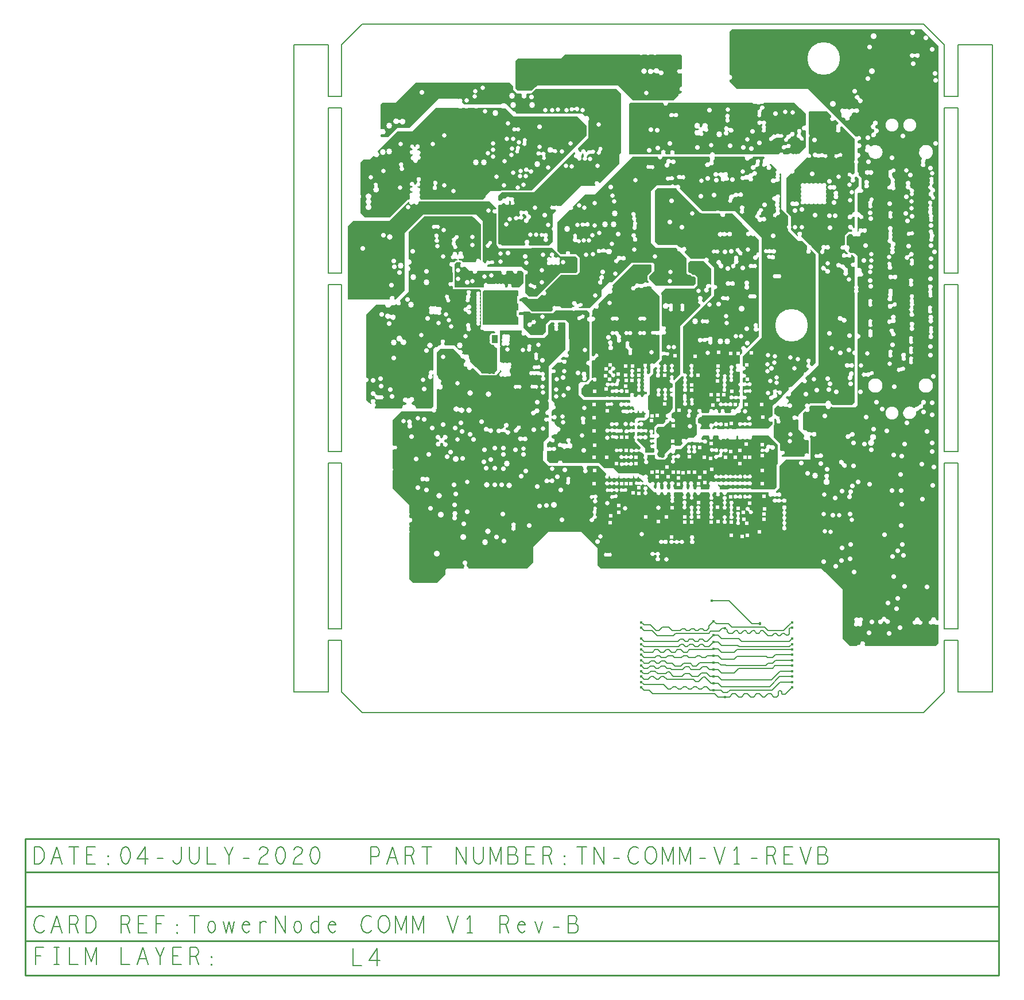
<source format=gbr>
G04 ================== begin FILE IDENTIFICATION RECORD ==================*
G04 Layout Name:  E:/CAD/CAD/FACEBOOK/COM V1/WORK/22-12-20/COM_V1_P2_21-12-2020_4.brd*
G04 Film Name:    COM_V1_P2-L4.gbr*
G04 File Format:  Gerber RS274X*
G04 File Origin:  Cadence Allegro 16.6-2015-S108*
G04 Origin Date:  Fri Dec 25 11:50:56 2020*
G04 *
G04 Layer:  DRAWING FORMAT/FILM_LABEL_OUTLINE*
G04 Layer:  VIA CLASS/L4_PWR1*
G04 Layer:  PIN/L4_PWR1*
G04 Layer:  ETCH/L4_PWR1*
G04 Layer:  BOARD GEOMETRY/OUTLINE*
G04 Layer:  BOARD GEOMETRY/TOOLING_CORNERS*
G04 *
G04 Offset:    (0.000 0.000)*
G04 Mirror:    No*
G04 Mode:      Positive*
G04 Rotation:  0*
G04 FullContactRelief:  No*
G04 UndefLineWidth:     6.000*
G04 ================== end FILE IDENTIFICATION RECORD ====================*
%FSLAX55Y55*MOIN*%
%IR0*IPPOS*OFA0.00000B0.00000*MIA0B0*SFA1.00000B1.00000*%
%ADD14C,.022*%
%ADD13C,.015*%
%ADD10C,.024*%
%ADD12C,.016*%
%ADD15C,.026*%
%ADD11C,.018*%
%ADD16C,.005*%
%ADD17C,.006*%
%ADD18C,.0062*%
%ADD19C,.01*%
%ADD28C,.189296*%
%ADD21C,.032004*%
%ADD25C,.024004*%
%ADD22C,.034004*%
%ADD24C,.026004*%
%ADD23C,.036004*%
%ADD20C,.028004*%
%ADD26C,.075122*%
%ADD27C,.082996*%
G75*
%LPD*%
G75*
G36*
G01X295348Y38649D02*
X290922Y43076D01*
Y71400D01*
X281806Y80515D01*
X281793Y80570D01*
G03X280754Y81609I-1362J-323D01*
G01X280699Y81622D01*
X278579Y83742D01*
X150324D01*
X148565Y85502D01*
Y95685D01*
X139400Y104850D01*
X120052D01*
X111396Y96194D01*
Y87434D01*
X107705Y83742D01*
X73552D01*
X73548Y83938D01*
G03X72614Y85230I-1400J-29D01*
G02X72493Y85917I133J377D01*
G03X71140Y85679I-888J1083D01*
G02X71260Y84992I-133J-377D01*
G03X70748Y83938I888J-1083D01*
G01X70745Y83742D01*
X60853D01*
X60128Y83018D01*
Y80122D01*
X55370Y75364D01*
X41304D01*
X39134Y77534D01*
Y104060D01*
G03Y105980I-1019J960D01*
G01Y107320D01*
G03Y109191I-1042J935D01*
G01Y109890D01*
G02X39573Y110288I400J0D01*
G03Y113076I136J1394D01*
G02X39134Y113474I-39J398D01*
G01Y114250D01*
G03Y116327I-939J1038D01*
G01Y120771D01*
X29616Y130289D01*
Y140229D01*
G03Y142121I-1032J946D01*
G01Y152517D01*
G02X30240Y152848I400J0D01*
G03Y155000I730J1076D01*
G02X29616Y155331I-225J331D01*
G01Y169798D01*
X34787Y174970D01*
X52313D01*
X52363Y174845D01*
G03X54741Y175893I1206J486D01*
G01X54680Y176021D01*
X55284Y176625D01*
Y187579D01*
G03X55550Y187815I-722J1081D01*
G02X56102Y187868I304J-260D01*
G03X57647Y190829I1057J1332D01*
G02X57472Y191487I115J383D01*
G03X56467Y193851I-1016J963D01*
G02X56086Y194360I3J400D01*
G03X55391Y195981I-1347J382D01*
G01X55284Y196037D01*
Y209426D01*
X57177Y211318D01*
X57305Y211296D01*
G03X57908Y211330I229J1280D01*
G03X57994Y211359I-374J1245D01*
G01X58037Y211376D01*
X64934D01*
X68870Y207440D01*
X68842Y207329D01*
G03X70546Y205625I1356J-348D01*
G01X70656Y205653D01*
X71774Y204535D01*
X71761Y204437D01*
G03X71779Y203949I1387J-192D01*
G02X71545Y203496I-391J-85D01*
G03X72452Y200855I549J-1288D01*
G02X72948Y200396I102J-387D01*
G03X75505Y199920I1279J-236D01*
G02X76181Y200129I393J-74D01*
G01X80434Y195876D01*
X81319D01*
X81320Y195875D01*
X88748D01*
X88748Y195876D01*
X89455D01*
X91834Y198254D01*
Y198500D01*
G02X92020Y198889I500J0D01*
G03X92428Y198712I715J1086D01*
G02X92734Y198312I-94J-389D01*
G03X92757Y198030I1300J-36D01*
G02X92428Y197559I-393J-76D01*
G03X93472Y195281I206J-1284D01*
G02X94013Y195258I258J-306D01*
G03X95865Y195268I921J918D01*
G02X96382Y195315I286J-279D01*
G03X97803Y197491I752J1061D01*
G02X97638Y197985I206J343D01*
G03X97638Y198968I-1204J491D01*
G02X97731Y199221I185J76D01*
G03X98430Y200475I-597J1155D01*
G03X98246Y201249I-1296J101D01*
G03X96423Y203104I-912J927D01*
G02X95770Y203071I-345J362D01*
G03X95690Y203133I-836J-996D01*
G03X95666Y203150I-759J-1056D01*
G03X95574Y203207I-731J-1075D01*
G03X94341Y203233I-640J-1132D01*
G03X94053Y203032I592J-1158D01*
G02X93698Y203048I-170J184D01*
G03X93593Y203151I-965J-871D01*
G03X93441Y203266I-858J-977D01*
G03X92439Y203442I-708J-1091D01*
G02X91834Y203931I-105J489D01*
G01Y211654D01*
G03Y213623I-850J984D01*
G01Y217274D01*
X92034D01*
Y220297D01*
X91834Y220497D01*
Y221872D01*
X104137D01*
X104140Y221876D01*
X104534D01*
X104662Y221747D01*
G02X104676Y221055I-354J-353D01*
G03X106487Y219194I957J-880D01*
G01X106662Y219347D01*
X108534Y217476D01*
X117534D01*
X120034Y219976D01*
Y224976D01*
X121634Y226576D01*
X123289D01*
G02X123590Y225911I0J-400D01*
G03X123627Y224153I976J-859D01*
G02X123643Y223617I-289J-277D01*
G03X125573Y223675I991J-842D01*
G02X125557Y224211I289J277D01*
G03X125542Y225911I-991J842D01*
G02X125842Y226576I300J264D01*
G01X129434D01*
X129934Y226076D01*
Y210876D01*
X120284Y201226D01*
Y182281D01*
G03Y179962I588J-1159D01*
G01Y176770D01*
G03X119888Y175965I897J-941D01*
G02X119512Y175608I-398J42D01*
G03X119818Y172828I76J-1398D01*
G02X120284Y172434I66J-395D01*
G01Y171457D01*
G02X119622Y171155I-400J0D01*
G03Y169191I-852J-982D01*
G02X120284Y168889I262J-302D01*
G01Y160126D01*
X117134Y156976D01*
Y152276D01*
X116787Y151929D01*
Y146681D01*
X120148Y143320D01*
X139484D01*
G02X139882Y142886I0J-400D01*
G03X140435Y141709I1296J-110D01*
G02X140514Y141125I-228J-328D01*
G03X142256Y141361I1000J-831D01*
G02X142177Y141945I228J328D01*
G03X142473Y142886I-1000J831D01*
G02X142872Y143320I399J34D01*
G01X149111D01*
X153698Y138733D01*
G02X153578Y138084I-283J-283D01*
G03X155227Y137279I486J-1097D01*
G01X155221Y137303D01*
Y137528D01*
X155706D01*
Y137303D01*
X155700Y137279D01*
G03X157914Y136405I1164J-293D01*
G02X158614I350J-194D01*
G03X160828Y137279I1050J581D01*
G01X160822Y137303D01*
Y137528D01*
X161307D01*
Y137303D01*
X161301Y137279D01*
G03X163515Y136406I1164J-292D01*
G02X164215Y136406I350J-194D01*
G03X166301Y136381I1050J581D01*
G02X166993Y136378I345J-202D01*
G03X169196Y137278I1041J597D01*
G01X169189Y137302D01*
Y137528D01*
X169706D01*
Y137303D01*
X169700Y137279D01*
G03X172059Y136872I1164J-292D01*
G01X172066Y136944D01*
X172258Y137136D01*
X172463Y136931D01*
X172471Y136861D01*
G03X173537Y135794I1193J127D01*
G01X173607Y135787D01*
X175428Y133966D01*
G03X175310Y133806I905J-788D01*
G02X174642Y133783I-341J209D01*
G03X172781Y133900I-978J-695D01*
G02X172174Y133922I-294J271D01*
G03X172117Y132363I-940J-747D01*
G02X172724Y132341I294J-271D01*
G03X174688Y132460I940J747D01*
G02X175355Y132483I341J-209D01*
G03X177121Y132273I978J695D01*
G01X181382Y128012D01*
X182378D01*
G02X182776Y127571I0J-400D01*
G03X185164I1194J-123D01*
G02X185562Y128012I398J41D01*
G01X186277D01*
G02X186675Y127572I0J-400D01*
G03X189063I1194J-122D01*
G02X189461Y128012I398J41D01*
G01X190365D01*
G02X190748Y127498I0J-400D01*
G03X191073Y126283I1150J-343D01*
G02X191107Y125738I-275J-290D01*
G03X191160Y124148I925J-765D01*
G02X191160Y123598I-290J-275D01*
G03X192906Y123601I874J-823D01*
G02X192905Y124150I290J275D01*
G03X192856Y125844I-874J823D01*
G02X192823Y126390I275J290D01*
G03X193049Y127498I-925J765D01*
G02X193432Y128012I383J114D01*
G01X197735D01*
G02X198135Y127628I0J-400D01*
G03X198587Y126736I1199J48D01*
G02X198529Y126071I-249J-313D01*
G03X199849Y125956I573J-1055D01*
G02X199907Y126621I249J313D01*
G03X200533Y127628I-573J1055D01*
G02X200933Y128012I400J-16D01*
G01X201673D01*
G02X202060Y127510I0J-400D01*
G03X202483Y126257I1160J-306D01*
G02Y125626I-246J-316D01*
G03X203958I737J-947D01*
G02Y126257I246J316D01*
G03X204381Y127510I-737J947D01*
G02X204767Y128012I387J102D01*
G01X205525D01*
G02X205924Y127579I0J-400D01*
G03X208316I1196J-100D01*
G02X208714Y128012I399J34D01*
G01X213029D01*
G02X213428Y127579I0J-400D01*
G03X214042Y126428I1196J-100D01*
G02Y125729I-194J-350D01*
G03X215205I581J-1050D01*
G02Y126428I194J350D01*
G03X215820Y127579I-581J1050D01*
G02X216219Y128012I399J34D01*
G01X217323D01*
G02X217616Y127339I0J-400D01*
G03X219371I878J-819D01*
G02X219664Y128012I293J273D01*
G01X220829D01*
G02X221228Y127579I0J-400D01*
G03X223620I1196J-100D01*
G02X224018Y128012I399J33D01*
G01X247722D01*
G02X248039Y127368I0J-400D01*
G03X250024Y125692I1029J-795D01*
G02X250612I294J-271D01*
G03X252524I956J881D01*
G02X253112I294J-271D01*
G03Y127454I956J881D01*
G02X252524I-294J271D01*
G03X252167Y127727I-956J-881D01*
G02X252069Y128364I184J355D01*
G01X254199Y130494D01*
Y143320D01*
X257923Y147044D01*
X272409D01*
Y156200D01*
X272264Y156346D01*
Y159461D01*
X271849Y159877D01*
G02X271969Y160525I283J283D01*
G03X272515Y160958I-569J1279D01*
G02X273176Y160922I319J-242D01*
G03X273260Y162493I1199J724D01*
G02X272599Y162528I-319J242D01*
G03X270824Y163081I-1199J-724D01*
G02X270293Y163285I-164J365D01*
G03X268563Y164051I-1283J-561D01*
G02X268035Y164430I-128J379D01*
G01Y173889D01*
X268950Y174804D01*
G02X269494Y174825I283J-283D01*
G03X271484Y176781I912J1062D01*
G02Y177292I308J255D01*
G03X271598Y177452I-1077J894D01*
G01X272300Y178154D01*
X280752D01*
G02X281151Y177721I0J-400D01*
G03X283935Y177427I1395J-114D01*
G02X284615Y177659I397J-51D01*
G01X285096Y177178D01*
X298164D01*
X299534Y178547D01*
Y216809D01*
G02X299921Y217208I400J0D01*
G03Y220008I-44J1399D01*
G02X299534Y220407I13J400D01*
G01Y243540D01*
G03X299848Y245714I-703J1211D01*
G02Y245989I145J137D01*
G03X299534Y248162I-1017J963D01*
G01Y253046D01*
X299686Y253084D01*
G03X300312Y253426I-337J1359D01*
G02X300587I138J-145D01*
G03X302126Y255719I963J1017D01*
G02X301934Y256264I165J365D01*
G03X300101Y258170I-1249J633D01*
G02X299534Y258534I-167J364D01*
G01Y265168D01*
X298008Y266693D01*
X298006Y266692D01*
X297581Y267117D01*
X295465D01*
X294397Y268184D01*
G02X294457Y268799I283J283D01*
G03X293536Y271355I-780J1163D01*
G02X293096Y271753I-40J398D01*
G01Y276707D01*
X294505Y278116D01*
X295992D01*
G02X296391Y277737I0J-400D01*
G03X298752Y276793I1398J73D01*
G02X299027I137J-145D01*
G03X301341Y278175I963J1017D01*
G02X301666Y278675I386J104D01*
G03X302412Y279041I-216J1383D01*
G02X302687I137J-145D01*
G03Y281075I963J1017D01*
G02X302412I-137J145D01*
G03X300098Y279693I-963J-1017D01*
G02X299935Y279256I-386J-104D01*
G01X299884Y279222D01*
X299623D01*
Y287526D01*
G02X300005Y287926I400J0D01*
G03X300131Y287937I-63J1399D01*
G02X300577Y287622I54J-396D01*
G03X301754Y289181I1273J263D01*
G02X301329Y289523I-30J399D01*
G03X300005Y290723I-1386J-198D01*
G02X299623Y291123I18J400D01*
G01Y301756D01*
X299762Y301801D01*
G03X300293Y302116I-431J1332D01*
G02X300568I138J-145D01*
G03X301938Y304473I963J1017D01*
G01X301891Y304487D01*
X301714Y304664D01*
X301906Y304856D01*
Y310694D01*
X300316Y312285D01*
X300346Y312397D01*
G03X299623Y314020I-1350J371D01*
G01Y318726D01*
G03Y321002I-816J1138D01*
G01Y321975D01*
G02X299989Y322374I400J0D01*
G03Y325164I-121J1395D01*
G02X299623Y325562I35J398D01*
G01Y327581D01*
G02X300132Y327966I400J0D01*
G03Y330660I383J1347D01*
G02X299623Y331044I-109J385D01*
G01Y331958D01*
G02X300098Y332351I400J0D01*
G03X299228Y334548I263J1375D01*
G02X298622Y334500I-324J235D01*
G01X270912Y362210D01*
X229556D01*
X225162Y366604D01*
Y367277D01*
G02X225531Y367676I400J0D01*
G03Y370468I-108J1396D01*
G02X225162Y370867I31J399D01*
G01Y378037D01*
X225238Y378113D01*
Y395489D01*
X226766Y397018D01*
X337054D01*
X346636Y387436D01*
Y53695D01*
G02X345992Y53377I-400J0D01*
G03X345460Y53629I-852J-1111D01*
G02X345152Y54040I91J389D01*
G03X342355Y54057I-1398J76D01*
G02X342024Y53646I-400J-17D01*
G03X343382Y51425I240J-1380D01*
G02X344022I320J-240D01*
G03X345992Y51155I1119J841D01*
G02X346636Y50837I243J-317D01*
G01Y40195D01*
X345090Y38649D01*
X304002D01*
G02X303683Y39290I0J400D01*
G03X301220Y39745I-1118J843D01*
G02X300706Y39255I-384J-111D01*
G03X299051Y38649I-453J-1325D01*
G01X295348D01*
G37*
G36*
G01X87324Y219257D02*
X87414Y219347D01*
X90112D01*
X90523Y218936D01*
Y214876D01*
X90138Y214491D01*
X87723D01*
X87324Y214890D01*
Y219257D01*
G37*
G36*
G01X185179Y129512D02*
Y129725D01*
X185180Y129737D01*
G02X185202Y129835I496J-61D01*
G03X184917Y131139I-1233J414D01*
G02X184907Y131813I364J343D01*
G03X182986Y131785I-973J862D01*
G02X182996Y131111I-364J-342D01*
G03X182676Y130385I974J-862D01*
G02X181826Y130084I-497J52D01*
G01X181059Y130850D01*
G02X181168Y131641I354J354D01*
G03X179399Y133410I-634J1135D01*
G02X178609Y133300I-437J244D01*
G01X177800Y134109D01*
X177885Y134272D01*
G03X177616Y135830I-1152J603D01*
G02X177590Y136168I170J184D01*
G03X175523Y137747I-1022J804D01*
G02X174717Y137751I-402J298D01*
G03X173634Y138288I-1053J-763D01*
G01X173632Y138288D01*
X173628D01*
X173622Y138287D01*
X173606Y138287D01*
G03X173387Y138259I58J-1299D01*
G01X173280Y138235D01*
X172488Y139028D01*
X160903D01*
X158005Y141926D01*
X152627D01*
X149732Y144820D01*
X128634D01*
G02X128234Y145210I0J400D01*
G03X125634I-1300J-34D01*
G02X125234Y144820I-400J10D01*
G01X120889D01*
X119134Y146576D01*
Y151734D01*
G02X119797Y152035I400J0D01*
G03X121716Y152262I857J978D01*
G02X122339Y152299I327J-231D01*
G03X122244Y153920I966J870D01*
G02X121620Y153883I-327J231D01*
G03X119797Y153991I-966J-870D01*
G02X119134Y154292I-264J301D01*
G01Y155976D01*
X120739Y157581D01*
G02X121381Y157473I283J-283D01*
G03X122308Y159321I1169J570D01*
G02X121834Y159714I-74J393D01*
G01Y160622D01*
G02X122027Y160822I200J0D01*
G03X123123Y161409I-45J1399D01*
G02X123633Y161532I326J-232D01*
G03X125531Y162749I599J1154D01*
G02X125891Y163167I400J19D01*
G03X125558Y165947I-138J1393D01*
G02X125107Y166282I-56J396D01*
G03X124132Y167347I-1285J-197D01*
G02X123829Y167768I95J388D01*
G03X122278Y169272I-1396J112D01*
G02X121834Y169669I-44J398D01*
G01Y170483D01*
G02X122539Y170742I400J0D01*
G03Y172425I991J842D01*
G02X121834Y172684I-305J259D01*
G01Y174704D01*
G03X122476Y175713I-653J1124D01*
G02X122911Y176075I398J-36D01*
G03X123617Y178530I120J1295D01*
G02X123528Y178798I90J179D01*
G03X122522Y180664I-1165J576D01*
G02X122172Y181075I49J397D01*
G03X121834Y181996I-1299J46D01*
G01Y196824D01*
G02X122440Y197167I400J0D01*
G03Y199396I670J1114D01*
G02X121834Y199738I-206J343D01*
G01Y199876D01*
X125429Y203471D01*
G03X127444Y203574I957J1022D01*
G02X128126Y203435I302J-262D01*
G03X128410Y204717I1237J399D01*
G02X127732Y204879I-293J272D01*
G03X127408Y205450I-1346J-387D01*
G01X128729Y206771D01*
G02X129353Y206697I283J-283D01*
G03X131279Y208624I1193J733D01*
G02X131206Y209247I209J341D01*
G01X132109Y210150D01*
Y213650D01*
X132084Y213676D01*
Y216826D01*
X132034Y216876D01*
Y226076D01*
X131434Y226675D01*
Y226697D01*
X130055Y228076D01*
X121013D01*
X120662Y227726D01*
X120584D01*
X118834Y225976D01*
Y225897D01*
X118534Y225597D01*
Y220975D01*
X116734Y219176D01*
X110034D01*
X105634Y223576D01*
Y230976D01*
X104281D01*
X104256Y230982D01*
G03X103617I-320J-1209D01*
G01X103592Y230976D01*
X103334D01*
X102934Y231376D01*
Y232285D01*
X103279Y232630D01*
X103305D01*
G03X104526Y232607I631J1079D01*
G01X104570Y232630D01*
X105279D01*
X105724Y233076D01*
X109134D01*
X110234Y231976D01*
X122784D01*
X124384Y233576D01*
X133810D01*
G03X135517I853J981D01*
G01X139831D01*
X139874Y233559D01*
G03X140794I460J1216D01*
G01X140837Y233576D01*
X142434D01*
X143765Y232244D01*
Y230576D01*
X143834Y230507D01*
Y229972D01*
G02X143647Y229773I-200J0D01*
G03Y227178I87J-1297D01*
G02X143834Y226979I-13J-200D01*
G01Y205076D01*
X143834Y204707D01*
G02X143375Y204312I-400J0D01*
G03Y201740I-191J-1286D01*
G02X143834Y201344I59J-396D01*
G01Y197876D01*
X143834Y193697D01*
X142021Y191885D01*
X138633D01*
X137678Y190930D01*
Y184222D01*
X140425Y181476D01*
X153732D01*
X153766Y181462D01*
G03X154701I467J1213D01*
G01X154736Y181476D01*
X157064D01*
G03X157104I20J1200D01*
G01X159041D01*
X159083Y181454D01*
G03X160158I537J1073D01*
G01X160200Y181476D01*
X167334D01*
X167775Y181034D01*
G02X167600Y180213I-354J-353D01*
G03X167053Y179816I465J-1215D01*
G02X166275I-389J314D01*
G03X164253I-1011J-818D01*
G02X163475I-389J314D01*
G03Y178181I-1011J-818D01*
G02X164253I389J-314D01*
G03X166275I1011J818D01*
G02X167053I389J-314D01*
G03X168803Y177928I1011J817D01*
G02X169430Y177599I227J-329D01*
G01Y177083D01*
X170007Y176505D01*
G02X170009Y175942I-283J-283D01*
G03X169814Y175680I855J-843D01*
G02X169114I-350J194D01*
G03X167093Y175805I-1050J-581D01*
G02X166503Y175743I-323J235D01*
G03X164909Y175855I-869J-967D01*
G02X164398Y175909I-223J332D01*
G03X164130Y174034I-864J-833D01*
G02X164636Y173943I199J-347D01*
G03X166725Y174069I998J833D01*
G02X167312Y174163I336J-217D01*
G03X169114Y174518I752J935D01*
G02X169814I350J-194D01*
G03X172063Y175041I1050J581D01*
G01X172072Y175232D01*
X172456D01*
X172465Y175041D01*
G03X174863I1199J58D01*
G01X174872Y175232D01*
X175256D01*
X175265Y175041D01*
G03X176372Y173902I1199J58D01*
G02X176556Y173703I-15J-199D01*
G01Y173556D01*
X176457Y173498D01*
G03X176002Y171892I603J-1038D01*
G01X176072Y171761D01*
X175522Y171211D01*
X173350D01*
X173298Y171262D01*
X171372D01*
X170234Y170124D01*
Y168510D01*
G03X170038Y168286I875J-961D01*
G02X169380I-329J227D01*
G03Y166811I-1071J-738D01*
G02X170038I329J-227D01*
G03X170234Y166587I1071J738D01*
G01Y164678D01*
G03X170038Y164454I875J-961D01*
G02X169380I-329J227D01*
G03X167143Y164291I-1071J-738D01*
G02X166479Y164209I-359J177D01*
G03X166654Y162793I-991J-841D01*
G02X167318Y162875I359J-177D01*
G03X169380Y162979I991J841D01*
G02X170038I329J-227D01*
G03X170234Y162755I1071J738D01*
G01Y161116D01*
X170124Y161061D01*
G03Y158742I588J-1160D01*
G01X170234Y158686D01*
Y157476D01*
X173705Y154004D01*
G02X173547Y153341I-283J-283D01*
G03X172872Y152782I375J-1140D01*
G02X172172I-350J194D01*
G03X170072I-1050J-581D01*
G02X169372I-350J194D01*
G03Y151620I-1050J-581D01*
G02X170072I350J-194D01*
G03X172172I1050J581D01*
G02X172872I350J-194D01*
G03X174148Y151022I1050J581D01*
G02X174618Y150691I75J-393D01*
G01X175654Y149655D01*
G02X175637Y149073I-283J-283D01*
G03X175880Y147111I797J-898D01*
G02X175963Y146458I-185J-355D01*
G03X177381Y146667I868J-968D01*
G02X177272Y147316I169J362D01*
G03X177426Y148851I-838J860D01*
G02X177757Y149476I331J225D01*
G01X181865D01*
Y149204D01*
G02X181806Y149030I-495J72D01*
G03X183124Y147090I1124J-654D01*
G01X183224Y147105D01*
X183440Y146890D01*
X187612D01*
X189090Y148368D01*
Y149645D01*
X189221Y149776D01*
X190504Y151059D01*
G02X191291Y150944I349J-358D01*
G03X193582Y152174I1143J621D01*
G02X194028Y152901I446J227D01*
G01X196759D01*
X201105Y157247D01*
X201281Y157094D01*
G03X201704Y156848I853J981D01*
G03X203196Y157326I429J1227D01*
G02X204026Y157294I404J-294D01*
G03X206116Y157123I1107J682D01*
G02X206893Y157095I378J-328D01*
G03X208928Y157037I1040J780D01*
G02X209769Y156915I382J-322D01*
G03X209966Y158272I1192J520D01*
G02X209126Y158395I-382J322D01*
G03X209054Y158536I-1192J-521D01*
G03X208928Y158714I-1121J-660D01*
G02X209013Y159434I385J320D01*
G03X209533Y160530I-779J1041D01*
G02X210033Y161051I500J21D01*
G01X212944D01*
G02X213401Y160347I0J-500D01*
G03X215755I1177J-552D01*
G02X216212Y161051I457J203D01*
G01X218560D01*
G02X218997Y160308I0J-500D01*
G03X221219Y158960I1136J-632D01*
G02X221854Y159003I334J-220D01*
G03X224028Y159350I978J857D01*
G02X224388Y159367I184J-78D01*
G03X224548Y159140I1054J574D01*
G03X226600Y158706I1185J535D01*
G02X227267I333J-373D01*
G03X229410Y159925I867J969D01*
G03X229266Y160315I-1276J-249D01*
G02X229707Y161051I441J235D01*
G01X229744D01*
G02X230199Y160344I0J-500D01*
G03X232148Y158747I1179J-549D01*
G03X232389Y158977I-771J1047D01*
G02X233166I389J-315D01*
G03X235189Y158978I1011J818D01*
G02X235966I389J-315D01*
G03X236095Y158840I1011J818D01*
G03X238212Y160204I883J955D01*
G03X238155Y160347I-1234J-409D01*
G02X238611Y161051I457J203D01*
G01X247816D01*
X249722Y159145D01*
X253342Y155524D01*
Y144584D01*
X252699Y143942D01*
Y131116D01*
X251095Y129512D01*
X238253D01*
X238210Y129654D01*
G03X235935Y130063I-1243J-382D01*
G02X235161Y130039I-397J304D01*
G03X233167Y130005I-982J-852D01*
G02X232390I-389J314D01*
G03X230367I-1011J-817D01*
G02X229590I-389J314D01*
G03X227567I-1011J-817D01*
G02X226789I-389J314D01*
G03X224560Y129642I-1011J-817D01*
G01X224512Y129512D01*
X219685D01*
Y129725D01*
X219687Y129737D01*
G02X219709Y129835I496J-61D01*
G03X218729Y131525I-1232J414D01*
G02X218424Y132313I97J491D01*
G03X218488Y132408I-1047J772D01*
G01X218488Y132409D01*
X218561Y132528D01*
X218996D01*
X219069Y132409D01*
G03X220760Y131925I1109J679D01*
G03X221624Y132454I-136J1192D01*
G02X221967Y132270I-46J-498D01*
G03X223287Y131824I1011J817D01*
G03X224530Y132432I138J1293D01*
G02X224767Y132270I-151J-477D01*
G03X226789Y132270I1011J817D01*
G02X227566Y132269I389J-315D01*
G03X229589I1011J818D01*
G02X230366I389J-314D01*
G03X232389I1011J818D01*
G02X233167I389J-314D01*
G03X235189I1011J818D01*
G02X235967I389J-314D01*
G03Y133904I1011J817D01*
G02X235189I-389J315D01*
G03X233167I-1011J-817D01*
G02X232389I-389J314D01*
G03X230366I-1011J-817D01*
G02X229589I-389J315D01*
G03X227567Y133905I-1011J-817D01*
G02X226789Y133905I-389J315D01*
G03X224890Y134037I-1011J-817D01*
G02X224336Y134044I-273J292D01*
G03X223117Y134381I-912J-927D01*
G03X221967Y133905I-139J-1293D01*
G02X221659Y133726I-389J314D01*
G03X220601Y134317I-1034J-609D01*
G03X219167Y133905I-423J-1230D01*
G02X218389I-389J315D01*
G03X216356Y133890I-1011J-818D01*
G02X215578Y133879I-393J309D01*
G03X213759Y132038I-1001J-830D01*
G02X213760Y131260I-314J-389D01*
G03X213345Y129835I818J-1011D01*
G02X213368Y129737I-474J-159D01*
G01X213369Y129725D01*
Y129512D01*
X208666D01*
Y129725D01*
X208667Y129737D01*
G02X208683Y129815I496J-61D01*
G03X207284Y131467I-1249J361D01*
G03X205951Y130004I-164J-1189D01*
G02X205562Y129512I-389J-91D01*
G01X204699D01*
G02X204331Y130068I0J400D01*
G03X204025Y131522I-1197J507D01*
G02X203969Y132189I343J364D01*
G03X202288Y134104I-1036J786D01*
G03X202163Y131854I350J-1148D01*
G02X202098Y131362I-463J-189D01*
G03X201958Y131132I1036J-786D01*
G03X201664Y130010I869J-828D01*
G02X201276Y129512I-388J-98D01*
G01X200838D01*
G02X200461Y130045I0J400D01*
G03X200157Y131391I-1227J431D01*
G02X200168Y132106I355J352D01*
G03X197984Y133228I-895J943D01*
G03X198482Y131891I1153J-332D01*
G02X198338Y131418I-488J-109D01*
G03X197950Y130268I895J-943D01*
G03X197946Y129958I1188J-172D01*
G02X197548Y129512I-397J-46D01*
G01X193078D01*
Y129725D01*
X193079Y129737D01*
G02X193101Y129835I496J-61D01*
G03X192686Y131260I-1233J414D01*
G02Y132037I314J389D01*
G03X191051I-818J1011D01*
G02Y131260I-314J-389D01*
G03X190636Y129835I817J-1011D01*
G02X190658Y129737I-474J-159D01*
G01X190660Y129725D01*
Y129512D01*
X189134D01*
Y129725D01*
X189135Y129737D01*
G02X189160Y129842I496J-61D01*
G03X188739Y131296I-1226J433D01*
G02X188721Y132067I309J393D01*
G03X187064Y132029I-852J983D01*
G02X187082Y131258I-310J-393D01*
G03X186708Y129842I851J-983D01*
G02X186733Y129737I-472J-166D01*
G01X186734Y129725D01*
Y129512D01*
X185179D01*
G37*
G36*
G01X65556Y246928D02*
X65534Y258976D01*
X65540Y258976D01*
Y260782D01*
X65712D01*
X66714Y261783D01*
X68974D01*
X69321Y261437D01*
G02X69272Y260830I-283J-283D01*
G03X71088Y259014I762J-1054D01*
G02X71695Y259063I324J-234D01*
G01X74010Y256747D01*
X75706D01*
G02X76102Y256294I0J-400D01*
G03X78680I1289J-173D01*
G02X79076Y256747I396J53D01*
G01X92338D01*
G02X92713Y256209I0J-400D01*
G03X95715I1501J-555D01*
G02X96090Y256747I375J139D01*
G01X99149D01*
G02X99547Y256303I0J-400D01*
G03X102131I1292J-144D01*
G02X102528Y256747I398J44D01*
G01X104274D01*
X105548Y255473D01*
X105560Y255414D01*
G03X105600Y255267I1274J262D01*
G01X105610Y255236D01*
Y249472D01*
X104570Y248434D01*
X103066Y246928D01*
X99053D01*
G02X98686Y247486I0J400D01*
G03X96388I-1149J492D01*
G02X96020Y246928I-368J-158D01*
G01X95116D01*
G02X94749Y247486I0J400D01*
G03X92751Y248897I-1149J492D01*
G02X92480I-136J147D01*
G03X90784Y248897I-848J-919D01*
G02X90512I-136J147D01*
G03X88816I-848J-918D01*
G02X88544I-136J147D01*
G03X86847I-848J-918D01*
G02X86576I-136J147D01*
G03X85054Y249032I-848J-918D01*
G02X84782Y249085I-108J168D01*
G03X82788Y247580I-1024J-717D01*
G02X82477Y246928I-311J-252D01*
G01X65556D01*
G37*
G36*
G01X3818Y239790D02*
X3686Y239922D01*
Y282719D01*
X6593Y285626D01*
X27455D01*
X38760Y296931D01*
X38880D01*
G02X39276Y296468I0J-400D01*
G03X41640Y295541I1284J-204D01*
G02X42305I332J-222D01*
G03X44670Y296468I1081J723D01*
G02X45065Y296931I395J63D01*
G01X85932D01*
X90034Y292829D01*
Y292654D01*
G02X89430Y292309I-400J0D01*
G03Y290070I-661J-1120D01*
G02X90034Y289726I203J-344D01*
G01Y271861D01*
X90146Y271749D01*
Y271444D01*
X90742Y270847D01*
X90736Y270757D01*
G03X92755Y269594I1298J-82D01*
G01X106842D01*
G03X108342I750J1182D01*
G01X109980D01*
X110186Y269799D01*
X122111D01*
X126835Y265076D01*
X135834D01*
X137034Y263876D01*
Y256276D01*
X136134Y255376D01*
X127103D01*
X114934Y243206D01*
Y243176D01*
X113234Y241476D01*
X108834D01*
X106634Y243676D01*
Y254175D01*
G02X106834Y254375I200J0D01*
G03X106638Y256961I0J1300D01*
G01X106538Y256946D01*
X104373Y259111D01*
X84904D01*
X84617Y259398D01*
G02X84932Y260079I283J283D01*
G03X86022Y260530I102J1296D01*
G02X86593Y260569I304J-260D01*
G03X86471Y262383I867J969D01*
G02X85900Y262345I-304J260D01*
G03X83738Y261273I-867J-969D01*
G02X83056Y260959I-399J-31D01*
G01X82027Y261988D01*
Y285523D01*
X78224Y289326D01*
X47225D01*
X36602Y278703D01*
Y258450D01*
X36592Y258419D01*
G03Y257332I1611J-544D01*
G01X36602Y257301D01*
Y245031D01*
X31361Y239790D01*
X30968D01*
G02X30593Y240331I0J400D01*
G03X27973I-1310J494D01*
G02X27599Y239790I-374J-141D01*
G01X3818D01*
G37*
G36*
G01X101434Y230754D02*
X102437Y229751D01*
Y225343D01*
X82040D01*
Y244750D01*
X82719Y245428D01*
X101922D01*
X102437Y244913D01*
Y241876D01*
X102034D01*
Y237476D01*
X102437D01*
Y233785D01*
X101434D01*
Y230754D01*
G37*
G36*
G01X19194Y176676D02*
X19112Y176758D01*
G02X19193Y177387I283J283D01*
G03X19366Y179689I-704J1211D01*
G02X19330Y179964I125J156D01*
G03X17323Y179698I-1130J827D01*
G02X17360Y179424I-125J-156D01*
G03X17279Y179301I1130J-827D01*
G02X16650Y179219I-346J201D01*
G01X14204Y181665D01*
Y191644D01*
G02X14385Y191843I200J0D01*
G03Y194630I-133J1394D01*
G02X14204Y194829I19J199D01*
G01Y231222D01*
X20070Y237088D01*
X24891D01*
G02X25290Y236702I0J-400D01*
G03X28618Y236274I1699J62D01*
G02X29161Y236525I383J-115D01*
G03X31162Y237014I680J1558D01*
G01X31222Y237088D01*
X31450D01*
X31642Y237280D01*
X31802Y237120D01*
X31815Y237098D01*
G03X33894Y238899I1212J701D01*
G02X33858Y239496I247J314D01*
G01X38934Y244572D01*
Y256341D01*
G03Y259410I-731J1535D01*
G01Y259966D01*
X39113Y259985D01*
G03Y263366I-179J1691D01*
G01X38934Y263385D01*
Y279156D01*
X48091Y288313D01*
X75655D01*
X76492Y287475D01*
X76888D01*
X81027Y283337D01*
Y262848D01*
X80754Y262576D01*
X80580Y262750D01*
X80565Y262794D01*
G03X78056Y262137I-1231J-418D01*
G02X77663Y261663I-393J-74D01*
G01X70509D01*
X69389Y262783D01*
X68325D01*
G02X68063Y263486I0J400D01*
G03X68263Y263702I-851J983D01*
G02X68873Y263745I323J-236D01*
G03X70441Y265784I934J904D01*
G02X70265Y266286I195J349D01*
G03X67855Y266296I-1203J493D01*
G02X67420Y265752I-371J-149D01*
G03X67351Y265762I-209J-1283D01*
G02X67001Y266232I43J398D01*
G03X64448Y266211I-1278J238D01*
G02X64182Y265752I-392J-80D01*
G03X65578Y263671I410J-1234D01*
G02X66195Y263659I303J-261D01*
G03X67030Y263181I1018J809D01*
G01X67202Y263157D01*
Y262783D01*
X66299D01*
X65298Y261782D01*
X64540D01*
Y261548D01*
X64297D01*
X64259Y261565D01*
G03X63851Y259081I-525J-1190D01*
G02X64287Y258682I36J-398D01*
G01Y255909D01*
X64540Y255657D01*
X64549Y250240D01*
G02X63910Y249918I-400J-1D01*
G03X63914Y247836I-777J-1043D01*
G02X64554Y247516I240J-320D01*
G01X64557Y245928D01*
X80238D01*
X81040Y245126D01*
Y224372D01*
G03X82173Y222182I751J-1000D01*
G01X82290Y222220D01*
X82938Y221571D01*
X88730D01*
X89271Y221030D01*
G02X88988Y220347I-283J-283D01*
G01X87000D01*
X86324Y219672D01*
Y219497D01*
X86259Y219437D01*
G03X86109Y217676I875J-962D01*
G03Y216076I1025J-800D01*
G03X86729Y214039I1025J-800D01*
G01X86775Y214024D01*
X87308Y213491D01*
X88136D01*
G02X88535Y213111I0J-400D01*
G03X89834Y211875I1299J65D01*
G02X89940Y211864I0J-500D01*
G03X90310Y211527I1044J775D01*
G02X90334Y211375I-477J-152D01*
G01Y198876D01*
X88334Y196876D01*
X81734D01*
X80934Y197676D01*
X79432Y199178D01*
X78222Y200387D01*
X78209Y200406D01*
G03X77865Y200751I-1076J-731D01*
G01X77845Y200765D01*
X74540Y204070D01*
X74545Y204160D01*
G03X74503Y204595I-1398J85D01*
G03X73958Y205955I-1270J281D01*
G02X73884Y206195I111J166D01*
G03X71773Y207853I-1301J516D01*
G02X71243Y207913I-231J326D01*
G03X70300Y208378I-1045J-932D01*
G01X70226Y208383D01*
X69990Y208619D01*
X70072Y208753D01*
G03X68286Y210539I-1112J675D01*
G01X68152Y210458D01*
X65194Y213415D01*
X59825D01*
X59769Y213523D01*
G03X59480Y213903I-1243J-645D01*
G02X59510Y214513I273J293D01*
G03X57788Y214638I-790J1032D01*
G02X57730Y214030I-286J-279D01*
G03X57283Y213523I797J-1152D01*
G01X57227Y213415D01*
X56541D01*
X56367Y213242D01*
X55501Y212376D01*
X54334D01*
X53334Y211376D01*
Y199007D01*
G02X52724Y198666I-400J0D01*
G03X50801Y196734I-735J-1192D01*
G02X50685Y196190I-339J-212D01*
G03X52658Y195772I785J-1160D01*
G02X52773Y196315I339J212D01*
G03X52991Y196496I-784J1160D01*
G02X53334Y196357I143J-140D01*
G01Y189088D01*
X53324Y189059D01*
G03Y188262I1238J-398D01*
G01X53334Y188232D01*
Y178076D01*
X51934Y176676D01*
X43519D01*
G02X43120Y177092I0J400D01*
G03X41247Y178733I-1599J65D01*
G02X40779Y179140I-68J394D01*
G03X40680Y179750I-1599J52D01*
G02X40964Y180279I375J139D01*
G03X39138Y182479I-360J1559D01*
G02X38426Y182439I-367J160D01*
G03X37193Y180042I-1384J-804D01*
G02X37621Y179553I38J-398D01*
G03X37580Y179206I1559J-361D01*
G02X37091Y178819I-400J3D01*
G03X35144Y177112I-354J-1561D01*
G02X34745Y176676I-398J-37D01*
G01X19194D01*
G37*
G36*
G01X135252Y236006D02*
G02X135052Y235806I-200J0D01*
G01X135000Y235813D01*
G03X133444Y235006I-337J-1256D01*
G01X133395Y234876D01*
X127544D01*
X127531Y235062D01*
G03X125240Y235814I-1297J-87D01*
G02X124628I-306J258D01*
G03X122639Y234139I-994J-838D01*
G01X122757Y233998D01*
X121734Y232976D01*
X110648D01*
X109548Y234076D01*
X109534D01*
X104834Y238776D01*
X104473D01*
X104435Y238792D01*
G03X103672Y238868I-499J-1147D01*
G01X103565Y238844D01*
X103334Y239076D01*
Y239944D01*
G02X103783Y240341I400J0D01*
G03X105072Y241059I154J1241D01*
G01X105126Y241176D01*
X107611D01*
X108388Y240398D01*
X113680D01*
X116011Y242730D01*
Y242760D01*
X116152Y242901D01*
X116245D01*
X116304Y242807D01*
G03X118386Y244627I1186J744D01*
G02X118247Y244996I256J307D01*
G01X127526Y254276D01*
X136334D01*
X136357Y254299D01*
X136580D01*
X138111Y255830D01*
Y264322D01*
X137834Y264599D01*
Y264776D01*
X136634Y265976D01*
X136457D01*
X136280Y266153D01*
X132851D01*
G02X132698Y266570I236J323D01*
G03X130170I-1264J306D01*
G02X130017Y266153I-389J-94D01*
G01X127281D01*
X125305Y268129D01*
Y285051D01*
X132446Y292193D01*
X132577Y292123D01*
G03X134338Y293883I615J1146D01*
G01X134267Y294014D01*
X141130Y300877D01*
X146764D01*
X168763Y322876D01*
X183471D01*
X183483Y322688D01*
G03X186277I1397J88D01*
G01X186289Y322876D01*
X213410D01*
G02X213788Y322343I0J-400D01*
G03X214013Y321004I1320J-466D01*
G02X213929Y320427I-313J-249D01*
G03X213398Y319706I802J-1148D01*
G02X212883Y319451I-381J122D01*
G03X213748Y317704I-469J-1319D01*
G02X214262Y317959I381J-122D01*
G03X215826Y320152I469J1319D01*
G02X215910Y320729I313J249D01*
G03X216428Y322343I-802J1148D01*
G02X216806Y322876I377J133D01*
G01X233802D01*
G02X234190Y322378I0J-400D01*
G03X236836Y321489I1358J-342D01*
G02X237286Y321724I368J-156D01*
G03X238924Y322728I286J1371D01*
G01X238964Y322876D01*
X245278D01*
X245546Y322608D01*
G02X245402Y321950I-283J-283D01*
G03X244712Y319877I486J-1313D01*
G02X244604Y319331I-336J-217D01*
G03X246436Y317556I741J-1068D01*
G01X246604Y317647D01*
X246702Y317621D01*
G03X246799Y317571I686J1221D01*
G02X246888Y317289I-84J-181D01*
G03X248829Y317780I1210J-704D01*
G02X248671Y318281I209J341D01*
G03X248754Y318532I-1283J561D01*
G02X249427Y318727I390J-88D01*
G01X252645Y315508D01*
G02X252576Y314887I-283J-283D01*
G03X252247Y312982I692J-1101D01*
G02X252229Y312466I-314J-248D01*
G03X252221Y310734I965J-871D01*
G02X252219Y310466I-150J-133D01*
G03X252034Y310206I959J-878D01*
G02X251457Y310065I-352J190D01*
G03X251934Y308306I-788J-1158D01*
G02X252503Y308477I361J-172D01*
G03X254152Y310450I675J1111D01*
G02X254154Y310717I150J133D01*
G03X254216Y312400I-959J878D01*
G02X254233Y312915I314J248D01*
G03X254368Y313094I-966J871D01*
G02X254990Y313164I339J-213D01*
G01X255204Y312950D01*
Y292677D01*
X259341Y288540D01*
Y283323D01*
X259229Y283268D01*
G03Y280753I616J-1258D01*
G01X259341Y280698D01*
Y279852D01*
X265340Y273852D01*
X267680D01*
X270445Y271087D01*
G03X270339Y269467I1085J-885D01*
G02X270247Y268943I-340J-210D01*
G03X272213Y268716I869J-1098D01*
G02X272265Y269010I157J124D01*
G03X272415Y269117I-734J1192D01*
G01X275334Y266198D01*
Y203414D01*
X273112Y201192D01*
G02X272430Y201443I-283J283D01*
G03X271754Y202484I-1296J-102D01*
G02Y203187I191J352D01*
G03X270514I-620J1143D01*
G02Y202484I-191J-352D01*
G03X271031Y200045I620J-1143D01*
G02X271283Y199363I-31J-399D01*
G01X269775Y197856D01*
X269680Y197866D01*
G03X268141Y196326I-147J-1392D01*
G01X268151Y196231D01*
X261145Y189226D01*
X261028Y189265D01*
G03X259385Y187622I-409J-1234D01*
G01X259424Y187505D01*
X255876Y183957D01*
Y183658D01*
X251584Y179366D01*
X250342Y178125D01*
Y172991D01*
G03X249881Y172046I935J-1042D01*
G02X249426Y171677I-399J27D01*
G03X249784Y169004I-195J-1387D01*
G02X250342Y168637I158J-367D01*
G01Y167718D01*
X247550Y164926D01*
X244084D01*
X244041Y164942D01*
X244040Y164942D01*
G03X243126Y164942I-457J-1217D01*
G01X243125Y164942D01*
X243083Y164926D01*
X234598D01*
X234561Y164937D01*
G03X233795Y164937I-383J-1242D01*
G01X233758Y164926D01*
X231797D01*
X231768Y164935D01*
G03X230988I-390J-1240D01*
G01X230959Y164926D01*
X229384D01*
X229234Y164776D01*
X226504D01*
X226445Y164811D01*
X226444Y164811D01*
G03X225219Y164869I-667J-1116D01*
G03X225025Y164795I327J-1155D01*
G01X224984Y164776D01*
X223704D01*
X223645Y164811D01*
G03X222311Y164811I-667J-1116D01*
G01X222251Y164776D01*
X218393D01*
G03X218258Y164873I-826J-1004D01*
G03X216234Y164776I-981J-692D01*
G01X215305D01*
X215246Y164811D01*
G03X215082Y164894I-667J-1116D01*
G02X215091Y165358I97J231D01*
G03X215601Y165707I-458J1217D01*
G03X216015Y166454I-867J969D01*
G02X216649Y166518I356J-351D01*
G03X216885Y166391I730J1076D01*
G03X218470Y166889I493J1203D01*
G03X218507Y166948I-1093J705D01*
G02X219207Y166938I347J-199D01*
G03X219245Y168132I1059J564D01*
G02X218546Y168166I-340J210D01*
G03X216122Y167931I-1168J-572D01*
G02X215678Y167569I-481J137D01*
G03X215378Y167805I-944J-894D01*
G03X214086Y167803I-645J-1129D01*
G03X213766Y167544I647J-1128D01*
G03X214129Y165377I868J-968D01*
G02X214120Y164913I-97J-231D01*
G03X213910Y164811I458J-1217D01*
G01X213850Y164776D01*
X208534D01*
X208341Y164968D01*
G02X208400Y165725I354J353D01*
G03X208631Y165941I-767J1050D01*
G03X208718Y167492I-997J834D01*
G03X207787Y168067I-1085J-716D01*
G01X207714Y168076D01*
X207034Y168636D01*
Y170576D01*
X208045Y171587D01*
X208137Y171579D01*
G03X209386Y172438I97J1196D01*
G01X209428Y172581D01*
X214556D01*
X214567Y172569D01*
X228428D01*
X230042Y174184D01*
X230173Y174115D01*
G03X231795Y175737I561J1061D01*
G01X231726Y175867D01*
X232834Y176976D01*
Y181682D01*
G02X233459Y182013I400J0D01*
G03Y183998I675J992D01*
G02X232834Y184329I-225J331D01*
G01Y186194D01*
X232848Y186230D01*
G03X232934Y186655I-1114J446D01*
G02X232935Y186676I200J-4D01*
G02X232934Y186696I199J24D01*
G03X232848Y187121I-1200J-20D01*
G01X232834Y187157D01*
Y189373D01*
G02X233458Y189705I400J0D01*
G03X235180Y190118I672J994D01*
G02X235880I350J-194D01*
G03Y191280I1050J581D01*
G02X235180I-350J194D01*
G03X233458Y191694I-1050J-581D01*
G02X232834Y192025I-224J331D01*
G01Y194156D01*
G02X233359Y194536I400J0D01*
G03Y196816I375J1140D01*
G02X232834Y197196I-125J380D01*
G01Y198288D01*
G02X233284Y198685I400J0D01*
G03Y201066I150J1191D01*
G02X232834Y201463I-50J397D01*
G01Y205176D01*
X232884Y205226D01*
Y206926D01*
X234197Y208239D01*
X234220Y208252D01*
G03X234691Y208724I-653J1124D01*
G01X234704Y208746D01*
X235280Y209322D01*
Y209421D01*
X243834Y217974D01*
Y275876D01*
X228334Y291376D01*
X219272D01*
G03X217395I-938J-900D01*
G01X215544D01*
G03X215523I-10J-1300D01*
G01X209734D01*
X196408Y304702D01*
X196451Y304821D01*
G03X194132Y306276I-1316J477D01*
G01X193320D01*
G03X191008I-1156J-596D01*
G01X183034D01*
X179734Y302976D01*
Y272676D01*
X182434Y269976D01*
X194234D01*
X194684Y269526D01*
X194668Y269426D01*
G03X196265Y267829I1384J-213D01*
G01X196365Y267844D01*
X200334Y263876D01*
Y255054D01*
X201173Y254215D01*
X202394D01*
X203434Y253176D01*
X204934D01*
X205434Y252676D01*
Y249176D01*
X204234Y247976D01*
X182692D01*
X178591Y252076D01*
Y253448D01*
X181034Y255891D01*
Y255935D01*
X181434Y256335D01*
Y260576D01*
X180823Y261186D01*
X180138D01*
X179948Y261376D01*
X169020D01*
X168830Y261186D01*
X168123D01*
X156962Y250026D01*
X155384D01*
X150834Y245476D01*
Y241676D01*
X144034Y234876D01*
X138086D01*
G02X137725Y235448I0J400D01*
G03X137729Y235458I-1175J556D01*
G02X138241Y235659I362J-170D01*
G03X137551Y237416I487J1206D01*
G02X137039Y237215I-362J170D01*
G03X136799Y237286I-487J-1206D01*
G02X136475Y237688I76J393D01*
G03X135058Y236320I-1400J32D01*
G01X135256Y236120D01*
X135255Y236105D01*
G03X135252Y236006I1297J-95D01*
G37*
G36*
G01X93240Y271176D02*
X93184Y271282D01*
G03X91580Y271894I-1150J-607D01*
G01X91460Y271849D01*
X91034Y272276D01*
Y294630D01*
G02X91647Y294969I400J0D01*
G03X93605Y295768I693J1100D01*
G02X94059Y296070I389J-93D01*
G03X94357Y296056I208J1283D01*
G02X94774Y295748I28J-399D01*
G03X97126Y296758I1266J295D01*
G02X97253Y297320I334J220D01*
G03X97334Y297373I-673J1113D01*
G02X97860Y297319I232J-326D01*
G03X98056Y297145I955J882D01*
G02X98165Y296614I-233J-325D01*
G03X100036Y296996I1112J-673D01*
G02X99927Y297528I233J325D01*
G03X98060Y299260I-1112J673D01*
G02X97535Y299315I-232J326D01*
G03X95332Y298798I-955J-882D01*
G02X94788Y298545I-384J113D01*
G03X93002Y297654I-521J-1191D01*
G02X92549Y297352I-389J93D01*
G03X91647Y297169I-209J-1283D01*
G02X91034Y297507I-213J338D01*
G01Y300204D01*
X93043Y302213D01*
X111571D01*
X134851Y325493D01*
G02X135464Y325438I283J-283D01*
G03X135726Y325157I1070J738D01*
G02X135648Y324482I-249J-313D01*
G03X136303Y322009I554J-1176D01*
G02X136727Y321685I31J-399D01*
G03X139028Y322729I1277J243D01*
G02X139113Y323302I315J246D01*
G03X139639Y324624I-748J1063D01*
G02X139908Y324850I196J40D01*
G03X140138Y324784I472J1212D01*
G02X140463Y324356I-74J-393D01*
G03X140723Y323451I1295J-117D01*
G02X140613Y322868I-318J-242D01*
G03X142326Y322545I678J-1110D01*
G02X142435Y323129I318J242D01*
G03X143026Y323953I-678J1110D01*
G02X143495Y324258I390J-88D01*
G03X144757Y324709I256J1275D01*
G02X145296Y324784I310J-253D01*
G03X145034Y326673I744J1066D01*
G02X144495Y326598I-310J253D01*
G03X142482Y325818I-745J-1066D01*
G02X142013Y325513I-390J88D01*
G03X141998Y325516I-253J-1275D01*
G02X141674Y325945I74J393D01*
G03X139079Y326043I-1295J117D01*
G02X138605Y325644I-400J-6D01*
G03X138262Y325662I-240J-1278D01*
G02X137831Y326088I-32J399D01*
G03X137272Y327246I-1297J88D01*
G02X137216Y327858I227J329D01*
G01X143334Y333976D01*
Y343671D01*
G03X141584Y346484I-1200J1204D01*
G01X141466Y346444D01*
X140034Y347876D01*
X101444D01*
X101431Y348062D01*
G03X99883Y349251I-1297J-87D01*
G01X99779Y349231D01*
X95634Y353376D01*
X95480D01*
X95420Y353460D01*
G03X92591Y353376I-1386J-984D01*
G01X72555D01*
G03X72513I-21J-1300D01*
G01X71034D01*
X69810Y354600D01*
X69904Y354737D01*
G03X68096Y356546I-1070J738D01*
G01X67958Y356451D01*
X67734Y356676D01*
X56534D01*
X39334Y339476D01*
X32334D01*
X27134Y334276D01*
X23334D01*
X22534Y335076D01*
Y335529D01*
G02X23124Y335880I400J0D01*
G03Y338871I809J1495D01*
G02X22534Y339222I-190J352D01*
G01Y353276D01*
X23534Y354276D01*
X31234D01*
X43034Y366076D01*
X97386D01*
X99559Y363903D01*
Y362111D01*
X101937Y359733D01*
X104090D01*
G02X104434Y359128I0J-400D01*
G03X107353I1460J-872D01*
G02X107696Y359733I343J205D01*
G01X110191D01*
X112734Y362276D01*
X159434D01*
X162334Y359376D01*
Y325176D01*
X161134Y323976D01*
Y318742D01*
X150075Y307683D01*
G02X149406Y307863I-283J283D01*
G03X147284Y306557I-1256J-336D01*
G02X147018Y305859I-266J-298D01*
G01X138958D01*
X127513Y294414D01*
X127383Y294479D01*
G03X125938Y294298I-588J-1159D01*
G02X125419Y294292I-263J301D01*
G03X123722Y294267I-833J-998D01*
G02X123172Y294285I-265J299D01*
G03X123110Y292399I-925J-914D01*
G02X123660Y292381I265J-299D01*
G03X124273Y292032I925J914D01*
G02X124460Y291361I-96J-388D01*
G01X122512Y289413D01*
Y282017D01*
G03Y279734I622J-1142D01*
G01Y273455D01*
X120252Y271195D01*
X108934D01*
X108883Y271318D01*
G03X108593Y271755I-1291J-542D01*
G02X108598Y272320I286J280D01*
G03X106617Y272340I-981J999D01*
G02X106611Y271775I-286J-280D01*
G03X106301Y271318I981J-999D01*
G01X106250Y271195D01*
X103154D01*
X103134Y271176D01*
X93240D01*
G37*
G36*
G01X169134Y355776D02*
X160734Y364176D01*
X113734D01*
X112834Y363276D01*
X112320D01*
X110324Y361280D01*
X102090D01*
X100977Y362392D01*
Y378776D01*
X102191Y379990D01*
X127319D01*
X129655Y382326D01*
X172653D01*
G03X174986I1167J1095D01*
G01X176788D01*
G03X179072I1142J1121D01*
G01X180720D01*
G03X183054I1167J1095D01*
G01X196917D01*
X197530Y381713D01*
Y373982D01*
G02X196893Y373660I-400J0D01*
G03Y371403I-829J-1128D01*
G02X197530Y371081I237J-322D01*
G01Y363641D01*
X197354Y363619D01*
G03Y360839I169J-1390D01*
G01X197530Y360818D01*
Y360444D01*
X196704Y359618D01*
X196626Y359615D01*
G03X195390Y358378I62J-1299D01*
G01X195386Y358301D01*
X192861Y355776D01*
X169134D01*
G37*
G36*
G01X13397Y287659D02*
X10915Y290142D01*
Y298744D01*
G03Y300838I-929J1047D01*
G01Y319514D01*
X12776Y321376D01*
X16234D01*
X18123Y323264D01*
G02X18736Y323207I283J-283D01*
G03X21099Y325570I1405J958D01*
G02X21041Y326183I225J330D01*
G01X32434Y337576D01*
X41138D01*
X54738Y351176D01*
X67809D01*
G03X69859I1025J800D01*
G01X71596D01*
G03X73472I938J900D01*
G01X77109D01*
G03X79159I1025J800D01*
G01X92938D01*
G03X95019Y351090I1096J1300D01*
G01X99734Y346376D01*
X136701D01*
X142160Y340917D01*
Y335202D01*
X110172Y303214D01*
X92628D01*
X92358Y302943D01*
X86429D01*
X83637Y300151D01*
Y299709D01*
X81886Y297958D01*
X46007D01*
G02X45608Y298386I0J400D01*
G03X45337Y299272I-1297J88D01*
G02X45367Y299798I316J246D01*
G03X45099Y301829I-928J911D01*
G02X45109Y302525I203J345D01*
G03X44425Y304963I-627J1139D01*
G02X44008Y305343I-17J400D01*
G03X44004Y305400I-1299J-62D01*
G02X44233Y305616I199J18D01*
G03X45228Y307929I197J1285D01*
G02X45299Y308605I245J316D01*
G03X43936Y308749I-565J1171D01*
G02X43865Y308072I-245J-316D01*
G03X43132Y306963I565J-1171D01*
G02X42727Y306582I-400J19D01*
G03X42572Y306575I-18J-1300D01*
G02X42131Y306998I-42J398D01*
G03X40970Y305789I-1298J83D01*
G02X41411Y305365I42J-398D01*
G03X41411Y305355I1298J-82D01*
G02X41172Y305170I-200J11D01*
G03X40994Y302597I-253J-1275D01*
G02X41206Y302384I12J-200D01*
G03X41204Y302259I1298J-82D01*
G02X40962Y302057I-200J-7D01*
G03X39729Y299909I-274J-1271D01*
G02X39741Y299383I-295J-270D01*
G03X39448Y298404I999J-832D01*
G02X39050Y297958I-397J-45D01*
G01X38517D01*
X38489Y297931D01*
X38346D01*
X28074Y287659D01*
X13397D01*
G37*
G36*
G01X176455Y150976D02*
X176123Y151308D01*
Y153708D01*
X171734Y158097D01*
Y159097D01*
G03X171783Y159164I-1022J803D01*
G02X172442I329J-227D01*
G03X174583I1071J738D01*
G02X175242I329J-227D01*
G03Y160639I1071J738D01*
G02X174583I-329J227D01*
G03X172442I-1071J-738D01*
G02X171783I-329J227D01*
G03X171734Y160705I-1071J-737D01*
G01Y162576D01*
G03X172180Y162979I-625J1140D01*
G02X172838I329J-227D01*
G03X174960Y162951I1071J738D01*
G02X175600Y162960I323J-236D01*
G03X175612Y164445I949J735D01*
G02X174972Y164465I-312J250D01*
G03X172838Y164454I-1063J-748D01*
G02X172180I-329J227D01*
G03X171734Y164857I-1071J-738D01*
G01Y166409D01*
G03X172180Y166811I-625J1140D01*
G02X172838I329J-227D01*
G03Y168286I1071J738D01*
G02X172180I-329J227D01*
G03X172055Y168441I-1071J-737D01*
G02X172063Y168999I291J275D01*
G01X172775Y169710D01*
X176143D01*
X176298Y169866D01*
X176453D01*
X178470Y171883D01*
Y175761D01*
X177901Y176330D01*
Y183829D01*
X178898Y184826D01*
Y194782D01*
X180688Y196572D01*
Y196774D01*
X180783Y196869D01*
Y199491D01*
X182065Y200773D01*
G02X182719Y200640I283J-283D01*
G03X183086Y200133I1206J487D01*
G02X183083Y199519I-258J-306D01*
G03X183106Y197649I764J-926D01*
G02X183055Y196986I-247J-315D01*
G03X184453Y196906I637J-1133D01*
G02X184477Y197571I234J324D01*
G03X184666Y199470I-630J1022D01*
G02X184700Y200084I273J292D01*
G03X184411Y202333I-776J1043D01*
G02X184278Y202986I150J371D01*
G01X185940Y204648D01*
Y207194D01*
G02X186567Y207522I400J0D01*
G03X187942Y207529I683J987D01*
G02X188443Y207497I231J-327D01*
G03X188562Y209362I811J885D01*
G02X188061Y209394I-231J327D01*
G03X186567Y209497I-811J-884D01*
G02X185940Y209826I-227J329D01*
G01Y219284D01*
G02X186527Y219637I400J0D01*
G03X188036Y221725I610J1148D01*
G02X188010Y222275I277J289D01*
G03X186501Y224314I-985J849D01*
G02X185940Y224680I-161J366D01*
G01Y242605D01*
X185570Y242974D01*
Y244011D01*
X187935Y246376D01*
X204834D01*
X206634Y248176D01*
Y252776D01*
X206434Y252975D01*
Y253090D01*
X205348Y254176D01*
X205234D01*
X205134Y254276D01*
X203834D01*
X202734Y255376D01*
X202234D01*
X201334Y256275D01*
Y261376D01*
X202134Y262176D01*
X210334D01*
X214634Y257876D01*
Y248971D01*
G02X213928Y248714I-400J0D01*
G03X211752Y247333I-994J-838D01*
G02X211477Y246775I-363J-167D01*
G03X213028Y246052I308J-1366D01*
G02X213278Y246622I355J184D01*
G03X213928Y247038I-344J1254D01*
G02X214634Y246780I306J-258D01*
G01Y242676D01*
X210306Y238348D01*
G02X209625Y238599I-283J283D01*
G03X209246Y239452I-1396J-110D01*
G02Y239727I145J137D01*
G03X207212I-1017J962D01*
G02Y239452I-145J-138D01*
G03X208119Y237094I1017J-963D01*
G02X208370Y236412I-31J-399D01*
G01X196672Y224714D01*
Y196582D01*
X193197Y193107D01*
G02X192578Y193172I-283J283D01*
G03X192444Y193343I-1008J-652D01*
G02X192476Y193922I291J274D01*
G03X190825Y194013I-778J914D01*
G02X190793Y193434I-291J-274D01*
G03X191743Y191332I778J-914D01*
G02X192201Y190936I57J-396D01*
G01Y189059D01*
G02X191742Y188664I-400J0D01*
G03X191939Y186335I-175J-1187D01*
G01X191969Y186345D01*
X192201D01*
Y185818D01*
X191984D01*
X191968Y185821D01*
G03X191793Y183437I-198J-1184D01*
G02X192201Y183037I8J-400D01*
G01Y176636D01*
X192077Y176585D01*
G03X191334Y175440I457J-1110D01*
G01X191337Y175354D01*
X190134Y174151D01*
G02X189550Y173658I-500J0D01*
G03X188410Y173291I-217J-1282D01*
G03X189248Y171078I924J-915D01*
G03X189330Y171075I85J1298D01*
G01X189434Y171075D01*
X189684Y170825D01*
X189310Y170452D01*
X189189Y170466D01*
G03X187742Y169020I-156J-1291D01*
G01X187758Y168899D01*
X186434Y167576D01*
X183212D01*
X181534Y165897D01*
Y161838D01*
G02X180859Y161547I-400J0D01*
G03X180653Y161704I-825J-872D01*
G02X180603Y162354I206J343D01*
G03X179215Y162247I-769J922D01*
G02X179265Y161597I-206J-343D01*
G03X180859Y159804I769J-922D01*
G02X181534Y159513I275J-290D01*
G01Y158938D01*
G02X180859Y158647I-400J0D01*
G03Y156904I-825J-872D01*
G02X181534Y156613I275J-290D01*
G01Y156062D01*
G02X180934Y155715I-400J0D01*
G03Y153636I-600J-1039D01*
G02X181534Y153290I200J-346D01*
G01Y151476D01*
X181034Y150976D01*
X176455D01*
G37*
G36*
G01X184141Y148390D02*
X184115Y148559D01*
G03X183474Y149445I-1186J-184D01*
G01X183365Y149500D01*
Y150749D01*
X183475Y150804D01*
G03X183191Y153048I-541J1071D01*
G01X183034Y153082D01*
Y159275D01*
G02X183234Y159475I200J0D01*
G03Y162076I0J1300D01*
G02X183034Y162276I0J200D01*
G01Y165276D01*
X183834Y166075D01*
X187055D01*
X188862Y167882D01*
X188972Y167877D01*
G03X190333Y169237I62J1299D01*
G01X190327Y169347D01*
X190798Y169818D01*
X191034Y169582D01*
X191046Y169498D01*
G03X191092Y169289I1288J177D01*
G03X193208Y168712I1241J387D01*
G03X192189Y170968I-874J963D01*
G02X191634Y171464I-55J497D01*
G01Y173529D01*
X192298Y174193D01*
X192393Y174183D01*
G03X193719Y176011I140J1293D01*
G01X193701Y176050D01*
Y191489D01*
X197632Y195420D01*
G02X198269Y195322I283J-283D01*
G03X198719Y194845I1065J554D01*
G02X198728Y194163I-205J-344D01*
G03X198652Y192015I694J-1100D01*
G02X198623Y191351I-237J-322D01*
G03X198594Y189145I674J-1112D01*
G02X198626Y188495I-216J-337D01*
G03X200137Y188570I807J-1019D01*
G02X200104Y189220I216J337D01*
G03X200066Y191287I-808J1019D01*
G02X200095Y191951I237J322D01*
G03X200046Y194204I-674J1112D01*
G02X200012Y194885I192J351D01*
G03X198794Y196948I-678J990D01*
G02X198214Y197305I-180J357D01*
G01Y224134D01*
X216134Y242054D01*
Y245524D01*
G02X216609Y245917I400J0D01*
G03Y248471I244J1277D01*
G02X216134Y248864I-75J393D01*
G01Y258497D01*
X212900Y261731D01*
G02X212887Y262000I141J141D01*
G03X210648Y263676I-1081J890D01*
G01X202655D01*
X201834Y264497D01*
X199114Y267217D01*
G02X199274Y267880I283J283D01*
G03X197759Y270097I-430J1333D01*
G02X197138I-310J253D01*
G03X195847Y270598I-1086J-884D01*
G01X195748Y270583D01*
X194855Y271476D01*
X183933D01*
X182034Y273376D01*
Y303154D01*
X183655Y304775D01*
X191230D01*
G03X193098I934J905D01*
G01X193834D01*
X193837Y304772D01*
G03X194575Y304015I1298J526D01*
G01X194610Y304000D01*
X208234Y290376D01*
X208612D01*
X209112Y289875D01*
X219526D01*
G02X219918Y289400I0J-400D01*
G03X222668I1375J-265D01*
G02X223061Y289875I393J76D01*
G01X226934D01*
X232634Y284176D01*
Y284076D01*
X236631Y280078D01*
G02X236310Y279397I-283J-283D01*
G03X237283Y277143I-133J-1394D01*
G02X237898Y277162I316J-246D01*
G03X239634Y276868I1050J927D01*
G01X239767Y276942D01*
X242334Y274376D01*
Y267662D01*
G02X242136Y267462I-200J0D01*
G03X240755Y266058I19J-1400D01*
G02X240322Y265659I-400J-1D01*
G03X241603Y264267I-118J-1395D01*
G02X242037Y264667I400J1D01*
G03X242136Y264662I119J1395D01*
G02X242334Y264462I-3J-200D01*
G01Y223729D01*
G02X241625Y223475I-400J0D01*
G03X241562Y223546I-1080J-891D01*
G02X241550Y224082I291J275D01*
G03X239474Y224039I-1058J917D01*
G02X239486Y223502I-291J-275D01*
G03X241625Y221695I1058J-917D01*
G02X242334Y221441I309J-254D01*
G01Y218596D01*
X242324Y218586D01*
X235382Y211645D01*
G02X234707Y211849I-283J283D01*
G03X232498Y210452I-1373J-274D01*
G02X232537Y210170I-119J-160D01*
G03X232414Y208775I1030J-793D01*
G01X232482Y208645D01*
X231384Y207547D01*
Y205847D01*
X231334Y205797D01*
Y202825D01*
G02X230684Y202513I-400J0D01*
G03X229234Y200601I-750J-937D01*
G02Y199951I-233J-325D01*
G03X230684Y198038I700J-975D01*
G02X231334Y197726I250J-312D01*
G01Y191802D01*
X231191Y191759D01*
G03Y189460I345J-1149D01*
G01X231334Y189417D01*
Y187814D01*
X231219Y187760D01*
G03Y185591I515J-1084D01*
G01X231334Y185537D01*
Y184046D01*
X231205Y183997D01*
G03X230686Y183611I429J-1121D01*
G02X230036Y183636I-316J245D01*
G03X228045Y183656I-1002J-661D01*
G02X227370Y183681I-330J227D01*
G03X227323Y182395I-1036J-605D01*
G02X227998Y182370I330J-227D01*
G03X229982Y182240I1036J605D01*
G02X230632Y182215I316J-245D01*
G03X231205Y181755I1002J661D01*
G01X231334Y181705D01*
Y180183D01*
X231197Y180137D01*
G03X230609Y178291I381J-1138D01*
G01X230710Y178152D01*
X228652Y176094D01*
G02X228083Y176097I-283J283D01*
G03X226180Y174666I-858J-839D01*
G02X225832Y174070I-348J-197D01*
G01X222652D01*
G02X222308Y174674I0J400D01*
G03X220244I-1032J613D01*
G02X219900Y174070I-344J-204D01*
G01X218848D01*
G02X218481Y174627I0J400D01*
G03X216328Y175681I-1104J472D01*
G02X215628I-350J194D01*
G03X213471Y174636I-1050J-582D01*
G02X213102Y174081I-369J-154D01*
G01X209123D01*
G02X208776Y174680I0J400D01*
G03X207461Y174107I-1042J596D01*
G02X207533Y173750I-45J-195D01*
G03X207337Y173574I701J-974D01*
G01X206793D01*
X206161Y172942D01*
Y171824D01*
X205534Y171197D01*
Y167929D01*
X206161Y167411D01*
Y161336D01*
X204300Y159476D01*
X201334D01*
X201099Y159241D01*
X201034Y159297D01*
X200377Y158640D01*
G02X199646Y158692I-342J365D01*
G03X197817Y156863I-1012J-816D01*
G02X197858Y156122I-314J-389D01*
G01X196639Y154903D01*
X193695D01*
X193630Y155056D01*
G03X193385Y155435I-1198J-505D01*
G03X191211Y154103I-952J-886D01*
G03X191214Y154096I1223J441D01*
G01X191270Y153946D01*
X189464Y152141D01*
G03X189447Y152124I1389J-1439D01*
G01X188160Y150836D01*
X187590Y150266D01*
Y148989D01*
X186990Y148390D01*
X184141D01*
G37*
G36*
G01X141129Y183202D02*
X139088Y185244D01*
Y188257D01*
X140107Y189276D01*
X140153Y189291D01*
G03X140990Y190128I-400J1237D01*
G01X141005Y190174D01*
X141412Y190581D01*
X142839D01*
X143784Y191526D01*
Y191626D01*
X145334Y193176D01*
Y193408D01*
X145702D01*
X145731Y193243D01*
G03X146029Y194263I1182J209D01*
G02X145334Y194534I-295J271D01*
G01Y204211D01*
G02X145874Y204586I400J0D01*
G03X147489Y205839I421J1124D01*
G02X147923Y206280I398J43D01*
G03X146841Y207346I111J1195D01*
G02X146406Y206905I-398J-43D01*
G03X145874Y206833I-111J-1195D01*
G02X145334Y207208I-140J375D01*
G01Y227032D01*
G02X145559Y227282I250J0D01*
G03X145907Y227365I-126J1294D01*
G03X145529Y229875I90J1297D01*
G02X145334Y230118I55J244D01*
G01Y230860D01*
X145449Y230976D01*
Y233591D01*
X146311Y234452D01*
G02X146501Y234571I353J-354D01*
G01X146948Y235019D01*
X147124Y234846D01*
G03X149058Y236577I910J929D01*
G02X149098Y237239I394J308D01*
G01X155305Y243447D01*
X155427Y243398D01*
G03X156985Y245635I517J1301D01*
G01X156934Y245692D01*
Y246199D01*
G03X157213Y248155I-697J1097D01*
G01X169434Y260376D01*
X179534D01*
X180034Y259876D01*
Y256305D01*
X177591Y253862D01*
Y251193D01*
X178320Y250463D01*
G02X178264Y249850I-283J-283D01*
G03X178055Y249675I791J-1155D01*
G02X177495Y249664I-286J280D01*
G03X175271Y249241I-959J-1021D01*
G02X174746Y249047I-362J171D01*
G03X173284Y248852I-573J-1278D01*
G02X172732Y248895I-254J309D01*
G03X170289Y248043I-1045J-932D01*
G02X169761Y247687I-399J23D01*
G03X170637Y246325I-418J-1231D01*
G02X171180Y246657I398J-40D01*
G03X172576Y246880I508J1305D01*
G02X173128Y246837I254J-309D01*
G03X175439Y247171I1045J932D01*
G02X175964Y247366I362J-171D01*
G03X177536Y247663I573J1278D01*
G02X178096Y247674I286J-280D01*
G03X179505Y247369I959J1021D01*
G02X180034Y246990I129J-379D01*
G01Y246389D01*
X184440Y241983D01*
Y221896D01*
G02X183795Y221579I-400J0D01*
G03X182152Y221535I-794J-1029D01*
G02X181623Y221541I-261J303D01*
G03X181600Y219591I-871J-965D01*
G02X182129Y219585I261J-303D01*
G03X183795Y219521I871J965D01*
G02X184440Y219204I244J-317D01*
G01Y205269D01*
X181677Y202506D01*
G02X181096Y202522I-283J283D01*
G03X179401Y200828I-894J-800D01*
G02X179417Y200247I-267J-298D01*
G01X179282Y200112D01*
Y197490D01*
X178288Y196496D01*
G02X177612Y196703I-283J283D01*
G03X177228Y197376I-1178J-227D01*
G02Y197976I265J300D01*
G03X176967Y199951I-794J900D01*
G02X176924Y200644I178J358D01*
G03X175731Y200570I-661J1002D01*
G02X175773Y199878I-178J-358D01*
G03X175640Y197976I661J-1002D01*
G02Y197376I-265J-300D01*
G03X175560Y195653I794J-900D01*
G02X175558Y195103I-291J-274D01*
G03X175509Y193501I868J-828D01*
G02X175502Y192977I-306J-258D01*
G03X175661Y191235I898J-797D01*
G02X175680Y190621I-246J-315D01*
G03X175633Y188871I797J-897D01*
G02X175630Y188299I-281J-284D01*
G03X176865Y186305I835J-862D01*
G02X177398Y185928I133J-377D01*
G01Y185448D01*
X176832Y184882D01*
X176711Y184929D01*
G03X175088Y183654I-433J-1120D01*
G02X174691Y183202I-397J-52D01*
G01X174334D01*
G02X173934Y183595I0J400D01*
G03X171534I-1200J-20D01*
G02X171134Y183202I-400J7D01*
G01X169886D01*
G02X169581Y183861I0J400D01*
G03X167750I-915J776D01*
G02X167445Y183202I-305J-259D01*
G01X160614D01*
G03X158628I-993J-674D01*
G01X158162D01*
G03X156005I-1079J-526D01*
G01X155312D01*
G03X153155I-1079J-526D01*
G01X141129D01*
G37*
G36*
G01X167234Y324176D02*
X166859Y324550D01*
Y353476D01*
X167659Y354276D01*
X186499D01*
G02X186897Y353842I0J-400D01*
G03X189489I1296J-108D01*
G02X189887Y354276I399J33D01*
G01X238505D01*
X238560Y354166D01*
G03X240457Y353686I1159J590D01*
G02X241019Y353575I227J-329D01*
G03X243188Y353557I1090J709D01*
G02X243700Y353691I332J-223D01*
G03X245453Y354276I587J1160D01*
G01X262832D01*
X266176Y350932D01*
X266534D01*
X269534Y347932D01*
Y341269D01*
G02X269010Y340889I-400J0D01*
G03Y338227I-435J-1331D01*
G02X269534Y337847I124J-380D01*
G01Y328576D01*
X265714Y324755D01*
X265597Y324794D01*
G03X264209Y324411I-406J-1235D01*
G02X263934Y324385I-151J131D01*
G03X262350Y324399I-802J-1024D01*
G02X261791Y324477I-241J319D01*
G03X259709Y324463I-1036J-786D01*
G02X259204Y324345I-322J237D01*
G03X257760Y324176I-596J-1156D01*
G01X256616D01*
X256594Y324351D01*
G03X254013I-1290J-158D01*
G01X253991Y324176D01*
X238463D01*
G03X236682I-890J-1081D01*
G01X216687D01*
X216666Y324351D01*
G03X213886I-1390J-170D01*
G01X213865Y324176D01*
X193433D01*
G02X193107Y324807I0J400D01*
G03X190985I-1061J752D01*
G02X190659Y324176I-326J-231D01*
G01X188378D01*
G02X188042Y324793I0J400D01*
G03X185690I-1176J760D01*
G02X185355Y324176I-336J-217D01*
G01X184933D01*
X184930Y324176D01*
G03X184830I-50J-1399D01*
G01X184827Y324176D01*
X167234D01*
G37*
G36*
G01X269416Y177197D02*
X269558Y177055D01*
X265393Y172890D01*
Y172264D01*
X265282Y172208D01*
G03X264910Y171932I579J-1164D01*
G02X264276Y171997I-292J273D01*
G03X264144Y170359I-1197J-727D01*
G02X264780Y170322I304J-260D01*
G03X265236Y169904I1081J723D01*
G01X265340Y169847D01*
Y164523D01*
X267750Y162113D01*
X267764Y162085D01*
G03X268372Y161478I1246J639D01*
G01X268400Y161464D01*
X268720Y161143D01*
G02X268695Y160555I-283J-283D01*
G03X270481Y158398I904J-1069D01*
G02X271132Y158087I252J-311D01*
G01Y156352D01*
X271264Y156221D01*
Y155932D01*
X271339Y155856D01*
Y150663D01*
X271000Y150324D01*
G03X268822Y149165I-896J-942D01*
G02X268428Y148698I-394J-67D01*
G01X255928D01*
X255692Y148933D01*
G02X255993Y149616I283J283D01*
G03X255313Y151986I57J1299D01*
G02X254687Y152316I-227J330D01*
G01Y156352D01*
X250963Y160076D01*
Y166925D01*
X251342Y167304D01*
Y170541D01*
X251509Y170569D01*
G03X251777Y170642I-232J1381D01*
G02X252036Y170524I71J-187D01*
G03X252541Y169887I1220J449D01*
G02X252606Y169624I-110J-167D01*
G03X254459Y170081I1138J-629D01*
G02X254394Y170344I110J167D01*
G03X252871Y172215I-1138J629D01*
G02X252620Y172349I-59J191D01*
G03X251509Y173330I-1342J-399D01*
G01X251342Y173359D01*
Y176487D01*
X253175Y178320D01*
G02X253829Y178188I283J-283D01*
G03X256025Y177834I1205J488D01*
G02X256613Y177858I305J-259D01*
G03X258380Y177788I921J918D01*
G02X259003Y177652I260J-304D01*
G03X259140Y179063I1271J588D01*
G02X258786Y179126I-162J118D01*
G03X258731Y179283I-1252J-351D01*
G02X258906Y179789I368J156D01*
G03X258234Y182415I-677J1226D01*
G02X257953Y183098I1J400D01*
G01X258771Y183916D01*
X258908Y183822D01*
G03X260716Y185630I735J1073D01*
G01X260622Y185767D01*
X266932Y192077D01*
G02X267576Y191966I283J-283D01*
G03X269442Y193832I1264J602D01*
G02X269331Y194476I172J361D01*
G01X270011Y195156D01*
X270050Y195172D01*
G03X270835Y195957I-516J1301D01*
G01X270850Y195995D01*
X276924Y202070D01*
Y266612D01*
X272842Y270694D01*
X272827Y270732D01*
G03X272060Y271499I-1296J-529D01*
G01X272022Y271514D01*
X268166Y275370D01*
X268020D01*
X267090Y276301D01*
X267075Y276334D01*
G03X266869Y276660I-1275J-579D01*
G02X266894Y276944I153J129D01*
G03X264938Y277122I-888J1083D01*
G02X264912Y276838I-153J-129D01*
G03X264839Y276774I888J-1083D01*
G01X264698Y276641D01*
X260763Y280576D01*
Y280950D01*
X260824Y281009D01*
G03X260763Y283067I-979J1001D01*
G01Y288437D01*
X260341Y288859D01*
Y288954D01*
X258281Y291014D01*
Y310571D01*
X260909Y313199D01*
X261035Y313141D01*
G03X262892Y314998I584J1273D01*
G01X262834Y315124D01*
X270306Y322596D01*
X270449Y322454D01*
X270450Y322453D01*
G03X271478Y324653I935J904D01*
G02X271107Y325052I29J399D01*
G01Y333838D01*
G03Y336377I-591J1269D01*
G01Y348686D01*
X271727Y349307D01*
X281812D01*
X284434Y346685D01*
G02X284347Y346053I-283J-283D01*
G03X286253Y344147I685J-1221D01*
G02X286885Y344234I349J-196D01*
G01X288519Y342600D01*
G02X288286Y341920I-283J-283D01*
G03X287366Y339657I174J-1389D01*
G02X287340Y339129I-312J-250D01*
G03X289438Y339027I1004J-976D01*
G02X289464Y339555I312J250D01*
G03X289849Y340357I-1004J976D01*
G02X290529Y340590I397J-50D01*
G01X297999Y333120D01*
Y321008D01*
G03Y318720I808J-1143D01*
G01Y313751D01*
G03X297626Y313058I997J-983D01*
G02X297140Y312752I-391J83D01*
G03X296461Y312748I-333J-1360D01*
G02X296218Y312890I-49J194D01*
G03X295202Y311270I-1255J-341D01*
G02X295434Y311114I37J-197D01*
G03X295790Y310429I1372J278D01*
G02Y310154I-145J-137D01*
G03X297823I1017J-962D01*
G02Y310429I145J138D01*
G03X298176Y311102I-1017J962D01*
G02X298663Y311408I391J-83D01*
G03X299036Y311369I333J1360D01*
G01X299122Y311371D01*
X300262Y310232D01*
Y305761D01*
X298994Y304493D01*
X298945Y304479D01*
G03X297991Y302726I386J-1346D01*
G01X297999Y302698D01*
Y291119D01*
G02X297631Y290720I-400J0D01*
G03X296349Y289455I112J-1396D01*
G02X295782Y289129I-398J37D01*
G03X296588Y287728I-589J-1270D01*
G02X297154Y288054I398J-37D01*
G03X297631Y287929I588J1271D01*
G02X297999Y287530I-32J-399D01*
G01Y281821D01*
G02X297637Y281423I-400J0D01*
G03X297335Y281360I133J-1394D01*
G02X296817Y281808I-124J380D01*
G03X295871Y280715I-1380J238D01*
G02X296390Y280267I124J-380D01*
G03X296423Y279645I1380J-238D01*
G02X296038Y279136I-385J-110D01*
G01X294351D01*
X294331Y279116D01*
X294091D01*
X292096Y277122D01*
Y271694D01*
G02X291541Y271325I-400J0D01*
G03X291922Y268981I-542J-1291D01*
G01X292063Y269104D01*
X292295Y268872D01*
Y268702D01*
X293970Y267027D01*
G02X293950Y266442I-283J-283D01*
G03X293709Y266164I853J-981D01*
G02X293027Y266179I-337J216D01*
G03X293021Y264759I-1210J-705D01*
G02X293703Y264768I344J-204D01*
G03X296042Y265856I1100J694D01*
G01X296032Y265886D01*
Y266117D01*
X296339D01*
X297999Y264457D01*
Y261774D01*
G02X297435Y261409I-400J0D01*
G03Y259038I-534J-1186D01*
G02X297999Y258673I164J-365D01*
G01Y254816D01*
X297993Y254791D01*
G03Y254095I1356J-348D01*
G01X297999Y254071D01*
Y248078D01*
G03X297814Y245989I832J-1126D01*
G02Y245714I-145J-137D01*
G03X297999Y243625I1017J-963D01*
G01Y210544D01*
G02X297818Y210344I-200J0D01*
G03Y207557I136J-1394D01*
G02X297999Y207358I-19J-199D01*
G01Y180323D01*
X296139Y178462D01*
X285352D01*
X284273Y179541D01*
X283968D01*
Y179752D01*
X283969Y179762D01*
G03X281177Y179934I-1393J147D01*
G02X280777Y179541I-400J7D01*
G01X272044D01*
X271538Y179035D01*
X271396Y179177D01*
G03X269416Y177197I-990J-990D01*
G37*
%LPC*%
G75*
G36*
G01X300772Y357203D02*
G03X301164Y356724I392J-79D01*
G02X299790Y355600I-1J-1400D01*
G03X299398Y356079I-392J79D01*
G02X300772Y357203I1J1400D01*
G37*
G36*
G01X306900Y329141D02*
G03X307518Y328946I380J126D01*
G02X305886Y325028I2475J-3331D01*
G03X305411Y325363I-396J-57D01*
G02X304357Y327664I-255J1275D01*
G03X304401Y327931I-123J158D01*
G02X306900Y329141I1170J769D01*
G37*
G36*
G01X336658Y319142D02*
G03Y319416I-145J137D01*
G02X336920Y321559I1017J962D01*
G03X336935Y322223I-215J337D01*
G02X339337Y321466I2390J3393D01*
G03X338969Y320913I1J-400D01*
G02X338691Y319416I-1294J-534D01*
G03Y319142I145J-137D01*
G02X336658I-1017J-963D01*
G37*
G36*
G01X306475Y312748D02*
G03X306200I-138J-145D01*
G02Y314781I-962J1017D01*
G03X306475I137J145D01*
G02Y312748I962J-1017D01*
G37*
G36*
G01X305855Y307126D02*
G03Y306851I145J-137D01*
G02X303821I-1017J-963D01*
G03Y307126I-145J137D01*
G02X305855I1017J963D01*
G37*
G36*
G01X321063Y306270D02*
G03X321139Y305677I302J-263D01*
G02X319365Y303823I-735J-1073D01*
G03X318828Y303919I-320J-240D01*
G02X318238Y306307I-704J1093D01*
G03X318658Y306813I35J398D01*
G02X318990Y308151I1349J376D01*
G03Y308426I-145J137D01*
G02X318692Y309868I1017J963D01*
G03X318402Y310396I-376J137D01*
G02X317729Y312548I281J1269D01*
G03Y313092I-294J272D01*
G02X318994Y315238I954J883D01*
G03X319232Y315371I48J194D01*
G02X320160Y313712I1238J-396D01*
G03X319921Y313579I-48J-194D01*
G02X319637Y313092I-1238J396D01*
G03Y312548I294J-272D01*
G02X319926Y311282I-954J-883D01*
G03X320241Y310769I382J-118D01*
G02X321024Y308426I-234J-1381D01*
G03Y308151I145J-137D01*
G02X321063Y306270I-1017J-962D01*
G37*
G36*
G01X307967Y295375D02*
G03Y294832I294J-272D01*
G02X306059I-954J-883D01*
G03Y295375I-294J272D01*
G02X306427Y297419I954J883D01*
G03X306524Y297668I-90J179D01*
G02X308329Y296960I1219J453D01*
G03X308232Y296712I90J-179D01*
G02X307967Y295375I-1219J-453D01*
G37*
G36*
G01X319680Y289390D02*
G03X319680Y288877I307J-257D01*
G02X317686Y288877I-997J-834D01*
G03X317686Y289390I-307J257D01*
G02X319680Y289390I997J834D01*
G37*
G36*
G01X330563Y277293D02*
G03X330299Y277253I-109J-168D01*
G02X330006Y279169I-1003J827D01*
G03X330270Y279209I109J168D01*
G02X330563Y277293I1003J-827D01*
G37*
G36*
G01X343730Y276012D02*
G03X343634Y275480I243J-318D01*
G02X341600Y275847I-1184J-747D01*
G03X341696Y276378I-243J318D01*
G02X341622Y277740I1184J747D01*
G03X341469Y278258I-359J176D01*
G02X343448Y278844I721J1200D01*
G03X343601Y278325I359J-176D01*
G02X343730Y276012I-721J-1200D01*
G37*
G36*
G01X332107Y261799D02*
G03X332096Y261532I144J-139D01*
G02X330160Y261610I-1003J-827D01*
G03X330170Y261877I-144J139D01*
G02X332107Y261799I1003J827D01*
G37*
G36*
G01X317301Y259333D02*
G03X317263Y259614I-159J122D01*
G02X319130Y259928I786J1036D01*
G03X319186Y259650I166J-111D01*
G02X317301Y259333I-773J-1167D01*
G37*
G36*
G01X320362Y252060D02*
G03X319803I-280J-286D01*
G02Y254062I-979J1001D01*
G03X320362I280J286D01*
G02Y252060I979J-1001D01*
G37*
G36*
G01X331709Y250085D02*
G03Y249571I307J-257D01*
G02X329561I-1074J-899D01*
G03Y250085I-307J257D01*
G02X331709I1074J899D01*
G37*
G36*
G01X319530Y241652D02*
G03X319458Y241085I242J-319D01*
G02X317514Y241330I-1097J-870D01*
G03X317586Y241897I-242J319D01*
G02X317609Y243666I1097J870D01*
G03Y244179I-307J257D01*
G02X319757I1074J898D01*
G03Y243666I307J-257D01*
G02X319530Y241652I-1074J-899D01*
G37*
G36*
G01X307967Y238289D02*
G03Y237745I294J-272D01*
G02X306059I-954J-883D01*
G03Y238289I-294J272D01*
G02X307967I954J883D01*
G37*
G36*
G01X342643Y234352D02*
G03Y233808I294J-272D01*
G02X340735I-954J-883D01*
G03Y234352I-294J272D01*
G02X342643I954J883D01*
G37*
G36*
G01X343113Y228644D02*
G03Y228369I145J-137D01*
G02X341080I-1017J-963D01*
G03Y228644I-145J137D01*
G02X343113I1017J963D01*
G37*
G36*
G01X319769Y226317D02*
G03X319268Y226195I-178J-358D01*
G02X318763Y228277I-1129J828D01*
G03X319264Y228398I178J358D01*
G02X319376Y228533I1129J-828D01*
G03Y228808I-145J137D01*
G02X321410I1017J963D01*
G03Y228533I145J-137D01*
G02X319769Y226317I-1017J-962D01*
G37*
G36*
G01X307967Y226478D02*
G03Y225934I294J-272D01*
G02X306059I-954J-883D01*
G03Y226478I-294J272D01*
G02X307967I954J883D01*
G37*
G36*
G01X332084Y224655D02*
G03X332069Y224057I258J-305D01*
G02X330209Y224103I-956J-1023D01*
G03X330224Y224701I-258J305D01*
G02X332084Y224655I956J1023D01*
G37*
G36*
G01X320727Y221460D02*
G03X320960Y220977I384J-113D01*
G02X319089Y220075I-528J-1297D01*
G03X318856Y220559I-384J113D01*
G02X320727Y221460I528J1297D01*
G37*
G36*
G01X308087Y220557D02*
G03Y220044I307J-257D01*
G02X305939I-1074J-899D01*
G03Y220557I-307J257D01*
G02X308087I1074J899D01*
G37*
G36*
G01X331589Y216635D02*
G03Y216092I294J-272D01*
G02X329681I-954J-883D01*
G03Y216635I-294J272D01*
G02X331589I954J883D01*
G37*
G36*
G01X95370Y219441D02*
G03X95648Y219434I142J141D01*
G02X97430Y217541I879J-958D01*
G03X97418Y217267I139J-144D01*
G02X97371Y215518I-985J-849D01*
G03X97333Y215010I289J-277D01*
G02X95424Y213274I-1063J-748D01*
G03X94904I-260J-304D01*
G02X93192Y215231I-845J988D01*
G03X93206Y215515I-134J149D01*
G02X93272Y217343I957J880D01*
G03X93339Y217845I-274J292D01*
G02X95370Y219441I1106J683D01*
G37*
G36*
G01X109899Y211868D02*
G03X109864Y211601I129J-153D01*
G02X107958Y211849I-1066J-744D01*
G03X107992Y212116I-129J153D01*
G02X109899Y211868I1066J744D01*
G37*
G36*
G01X331589Y210730D02*
G03Y210186I294J-272D01*
G02X329681I-954J-883D01*
G03Y210730I-294J272D01*
G02X331589I954J883D01*
G37*
G36*
G01X319637Y208761D02*
G03Y208218I294J-272D01*
G02X317729I-954J-883D01*
G03Y208761I-294J272D01*
G02X319637I954J883D01*
G37*
G36*
G01X113849Y207078D02*
G03X113852Y206797I144J-139D01*
G02X112001Y206781I-918J-921D01*
G03X111998Y207062I-144J139D01*
G02X113849Y207078I918J921D01*
G37*
G36*
G01X327388Y206817D02*
G03X327413Y206292I314J-248D01*
G02X325406Y206130I-937J-901D01*
G03X325346Y206652I-329J227D01*
G02X327388Y206817I944J1034D01*
G37*
G36*
G01X331589Y204824D02*
G03Y204281I294J-272D01*
G02X329681I-954J-883D01*
G03Y204824I-294J272D01*
G02X331589I954J883D01*
G37*
G36*
G01X113560Y199631D02*
G03X113042Y199596I-238J-321D01*
G02X112908Y201570I-909J930D01*
G03X113425Y201606I238J321D01*
G02X113560Y199631I909J-930D01*
G37*
G36*
G01X325338Y198440D02*
G03X324828Y198310I-181J-357D01*
G02X324306Y200353I-1154J793D01*
G03X324816Y200483I181J357D01*
G02X325338Y198440I1154J-793D01*
G37*
G36*
G01X304737Y195222D02*
G03X304226I-256J-308D01*
G02Y197376I-894J1077D01*
G03X304737I256J308D01*
G02X306207Y197576I894J-1077D01*
G03X306732Y197767I164J365D01*
G02X307440Y195990I1172J-562D01*
G03X306928Y195768I-143J-374D01*
G02X304737Y195222I-1296J531D01*
G37*
G36*
G01X111722Y190172D02*
G03X112005Y190162I147J136D01*
G02X111939Y188329I888J-950D01*
G03X111655Y188339I-147J-136D01*
G02X111722Y190172I-888J950D01*
G37*
G36*
G01X102262Y188303D02*
G03X101977Y188302I-142J-141D01*
G02X101972Y190127I-929J910D01*
G03X102257Y190128I142J141D01*
G02X102262Y188303I929J-910D01*
G37*
G36*
G01X67988Y176944D02*
G03X68609Y176806I363J167D01*
G02X68189Y174916I1033J-1222D01*
G03X67567Y175054I-363J-167D01*
G02X67988Y176944I-1033J1222D01*
G37*
G36*
G01X113152Y173949D02*
G03X112679Y173663I-88J-390D01*
G02X111635Y175396I-1351J367D01*
G03X112109Y175682I88J390D01*
G02X113152Y173949I1351J-367D01*
G37*
G36*
G01X38468Y167300D02*
G03X38445Y167860I-297J268D01*
G02X40443Y167941I959J1020D01*
G03X40466Y167382I297J-268D01*
G02X38468Y167300I-959J-1020D01*
G37*
G36*
G01X102973Y164149D02*
G03X102624Y163744I50J-397D01*
G02X101048Y165103I-1400J-30D01*
G03X101397Y165508I-50J397D01*
G02X102973Y164149I1400J30D01*
G37*
G36*
G01X104897Y159908D02*
G03X105508Y159862I325J234D01*
G02X105374Y158066I1002J-978D01*
G03X104763Y158112I-325J-234D01*
G02X104897Y159908I-1002J978D01*
G37*
G36*
G01X309146Y158336D02*
G03X308928Y157729I114J-384D01*
G02X306924Y158449I-1493J-1006D01*
G03X307142Y159056I-114J384D01*
G02X309146Y158336I1493J1006D01*
G37*
G36*
G01X277200Y148132D02*
G03X276646Y148113I-267J-298D01*
G02X276521Y150037I-933J906D01*
G03X277073Y150090I249J313D01*
G02X277200Y148132I1061J-914D01*
G37*
G36*
G01X291543Y145307D02*
G03X291949Y144875I399J-33D01*
G02X290580Y143589I26J-1400D01*
G03X290174Y144021I-399J33D01*
G02X291543Y145307I-26J1400D01*
G37*
G36*
G01X48126Y136570D02*
G03X48686Y136536I297J268D01*
G02X48564Y134542I918J-1057D01*
G03X48004Y134576I-297J-268D01*
G02X48126Y136570I-918J1057D01*
G37*
G36*
G01X132563Y134873D02*
G03X132539Y134348I289J-277D01*
G02X130583Y134437I-1017J-810D01*
G03X130608Y134963I-289J277D01*
G02X132563Y134873I1017J810D01*
G37*
G36*
G01X163975Y128437D02*
G03X163383Y128415I-286J-279D01*
G02X163323Y130026I-919J772D01*
G03X163915Y130048I286J279D01*
G02X163975Y128437I919J-772D01*
G37*
G36*
G01X158563Y124642D02*
G03X158017Y124523I-213J-339D01*
G02X157653Y126201I-1002J661D01*
G03X158199Y126320I213J339D01*
G02X158563Y124642I1002J-661D01*
G37*
G36*
G01X66634Y114570D02*
G03X66599Y113984I254J-309D01*
G02X64700Y114095I-1010J-970D01*
G03X64735Y114681I-254J309D01*
G02X66634Y114570I1010J970D01*
G37*
G36*
G01X100890Y108213D02*
G03X100879Y107691I297J-268D01*
G02X98759Y107737I-1080J-891D01*
G03X98770Y108259I-297J268D01*
G02X100890Y108213I1080J891D01*
G37*
G36*
G01X187112Y98192D02*
G03X186524I-294J-271D01*
G02Y99954I-956J881D01*
G03X187112I294J271D01*
G02Y98192I956J-881D01*
G37*
G36*
G01X154828Y90654D02*
G03X154307I-261J-304D01*
G02Y92627I-847J986D01*
G03X154828I261J304D01*
G02Y90654I847J-987D01*
G37*
G36*
G01X314739Y52861D02*
G03X314282Y52519I-60J-395D01*
G02X313105Y54088I-1388J185D01*
G03X313561Y54431I60J395D01*
G02X316326Y54502I1388J-185D01*
G03X316794Y54182I393J73D01*
G02X315680Y52550I262J-1375D01*
G03X315212Y52870I-393J-73D01*
G02X314739Y52861I-262J1375D01*
G37*
G36*
G01X335750Y53937D02*
G03X336093Y53549I400J8D01*
G02X334700Y51429I-201J-1386D01*
G03X334026Y51440I-340J-210D01*
G02X332766Y53612I-1166J775D01*
G03X332952Y53824I-13J200D01*
G02X335750Y53937I1397J87D01*
G37*
G36*
G01X300052Y50321D02*
G03X299776I-138J-145D01*
G02X297914Y52411I-967J1013D01*
G03X297960Y52982I-256J308D01*
G02X299910Y54979I1055J921D01*
G03X300446Y55002I256J308D01*
G02X302184Y52826I983J-997D01*
G03X302092Y52232I215J-337D01*
G02X300052Y50321I-1074J-898D01*
G37*
G36*
G01X332468Y380936D02*
G02Y382484I-1167J774D01*
G03X333134I333J221D01*
G02Y380936I1167J-774D01*
G03X332468I-333J-221D01*
G37*
G36*
G01X294966Y345616D02*
G02X292239Y345165I-1326J-449D01*
G03X291755Y345556I-400J0D01*
G02X290312Y347722I-293J1369D01*
G03X290160Y348309I-329J228D01*
G02X291782Y350543I621J1255D01*
G03X292344Y350533I286J280D01*
G02X294486Y350279I966J-1014D01*
G03X295170Y350299I336J217D01*
G02X297416Y350557I1218J-691D01*
G03X298017Y350572I294J271D01*
G02X298063Y348724I1074J-898D01*
G03X297462Y348710I-294J-271D01*
G02X296564Y348218I-1074J898D01*
G03X296222Y347745I51J-397D01*
G02X295234Y346129I-1374J-270D01*
G03X294966Y345616I110J-385D01*
G37*
G36*
G01X310130Y336034D02*
G02X308955Y336979I-1327J-446D01*
G03X309377Y337504I43J398D01*
G02X309384Y338417I1327J446D01*
G03X308927Y338942I-377J133D01*
G02X308314Y341674I-278J1372D01*
G03X308605Y342164I-96J388D01*
G02X310295Y341159I1354J355D01*
G03X310004Y340670I96J-388D01*
G02X309970Y339848I-1354J-355D01*
G03X310426Y339323I377J-133D01*
G02X310553Y336559I278J-1372D01*
G03X310130Y336034I-43J-398D01*
G37*
G36*
G01X332065Y302062D02*
G02X330180Y302070I-947J-891D01*
G03X330181Y302346I-144J138D01*
G02X329859Y303520I947J891D01*
G03X329358Y303992I-390J87D01*
G02X327953Y306299I-388J1345D01*
G03Y306574I-145J137D01*
G02X329986I1017J963D01*
G03Y306299I145J-137D01*
G02X330325Y304986I-1017J-963D01*
G03X330810Y304498I387J-100D01*
G02X332067Y302338I318J-1261D01*
G03X332065Y302062I144J-138D01*
G37*
G36*
G01X343849Y300384D02*
G02X342188Y299352I-379J-1244D01*
G03X341886Y299806I-395J65D01*
G02X341676Y302462I325J1362D01*
G03X341899Y302968I-153J370D01*
G02X341823Y303606I1315J480D01*
G03X341661Y303825I-199J22D01*
G02X341484Y306334I241J1278D01*
G03X341644Y306988I-129J379D01*
G02X341547Y308667I941J897D01*
G03X341523Y309178I-320J241D01*
G02X343521Y309273I959J878D01*
G03X343545Y308762I320J-241D01*
G02X343005Y306654I-959J-878D01*
G03X342844Y306000I129J-379D01*
G02X343202Y305046I-941J-897D01*
G03X343378Y304839I200J-9D01*
G02X343749Y302154I-164J-1391D01*
G03X343526Y301648I153J-370D01*
G02X343576Y300856I-1315J-480D01*
G03X343849Y300384I390J-89D01*
G37*
G36*
G01X343259Y286958D02*
G02X341351I-954J-883D01*
G03Y287501I-294J272D01*
G02X341176Y289030I954J883D01*
G03X341037Y289571I-347J199D01*
G02X340881Y291855I727J1197D01*
G03X340929Y292430I-252J311D01*
G02X341186Y294376I974J861D01*
G03X341163Y295058I-221J334D01*
G02X342524Y295102I644J1130D01*
G03X342547Y294421I221J-334D01*
G02X342776Y292329I-644J-1130D01*
G03X342760Y291751I269J-296D01*
G02X342936Y290002I-996J-984D01*
G03X343044Y289455I335J-219D01*
G02X343259Y287501I-739J-1070D01*
G03Y286958I294J-272D01*
G37*
G36*
G01X320802Y268452D02*
G02X318769I-1017J-963D01*
G03Y268727I-145J137D01*
G02X318976Y270831I1017J962D01*
G03X319082Y271372I-231J326D01*
G02X318866Y272176I1183J749D01*
G03X318452Y272592I-400J16D01*
G02X317488Y275052I-50J1399D01*
G03X317569Y275561I-261J303D01*
G02X317729Y277115I1114J671D01*
G03Y277659I-294J272D01*
G02X317789Y279486I954J883D01*
G03X317736Y280109I-275J290D01*
G02X319431Y280213I779J1163D01*
G03X319455Y279588I262J-303D01*
G02X319637Y277659I-772J-1046D01*
G03Y277115I294J-272D01*
G02X319597Y275307I-954J-883D01*
G03X319550Y274793I281J-285D01*
G02X319801Y273936I-1148J-802D01*
G03X320215Y273520I400J-16D01*
G02X321075Y270978I50J-1399D01*
G03X320969Y270438I231J-326D01*
G02X320802Y268727I-1183J-749D01*
G03Y268452I145J-137D01*
G37*
G36*
G01X329759Y264532D02*
G02X328881Y265668I-1390J-167D01*
G03X329425Y266088I146J372D01*
G02X330303Y264952I1390J167D01*
G03X329759Y264532I-146J-372D01*
G37*
G36*
G01X342773Y243076D02*
G02X340979Y243026I-870J-966D01*
G03X340962Y243604I-284J281D01*
G02X341017Y245583I870J966D01*
G03X341003Y246217I-251J312D01*
G02X342662I829J1128D01*
G03X342648Y245583I237J-322D01*
G02X342757Y243655I-815J-1013D01*
G03X342773Y243076I284J-281D01*
G37*
G36*
G01X319844Y235687D02*
G02X319280Y237114I-1371J284D01*
G03X319900Y237345I231J327D01*
G02X320453Y235941I1262J-313D01*
G03X319844Y235687I-218J-335D01*
G37*
G36*
G01X331753Y232385D02*
G02X330201Y232230I-660J-1235D01*
G03X330135Y232891I-255J308D01*
G02X330146Y235367I660J1235D01*
G03X330236Y236011I-185J354D01*
G02X330154Y237958I964J1015D01*
G03X330143Y238236I-149J133D01*
G02X330238Y240198I898J940D01*
G03X330260Y240808I-247J314D01*
G02X331939Y240747I875J961D01*
G03X331917Y240137I247J-314D01*
G02X332068Y238377I-876J-961D01*
G03X332097Y238101I158J-123D01*
G02X331849Y235786I-898J-1075D01*
G03X331759Y235141I185J-354D01*
G02X331686Y233047I-964J-1015D01*
G03X331753Y232385I255J-308D01*
G37*
G36*
G01X342973Y219369D02*
G02X341395Y219482I-872J-1096D01*
G03X341455Y220130I-202J345D01*
G02X341351Y221997I850J984D01*
G03Y222541I-294J272D01*
G02X343259I954J883D01*
G03Y221997I294J-272D01*
G02X343006Y220019I-954J-883D01*
G03X342973Y219369I216J-337D01*
G37*
G36*
G01X117621Y195032D02*
G02X116170Y194886I-618J-1144D01*
G03X116103Y195545I-256J307D01*
G02X115573Y196077I617J1144D01*
G03X114962Y196194I-353J-188D01*
G02X113232Y196239I-840J992D01*
G03X112954Y196236I-137J-146D01*
G02X111172Y196194I-913J925D01*
G03X110905I-134J-149D01*
G02Y198129I-868J968D01*
G03X111172I134J149D01*
G02X112931Y198109I868J-968D01*
G03X113209Y198112I137J146D01*
G02X115269Y197798I913J-925D01*
G03X115881Y197681I353J188D01*
G02X117555Y195691I840J-992D01*
G03X117621Y195032I256J-307D01*
G37*
G36*
G01X333487Y174626D02*
G02X332248Y176870I-3710J-585D01*
G03X332879Y177014I263J301D01*
G02X334504Y177825I1288J-549D01*
G03X334984Y178099I96J388D01*
G02X336281Y179098I1342J-400D01*
G03X336635Y179658I-13J400D01*
G02X337963Y178817I1284J559D01*
G03X337609Y178258I13J-400D01*
G02X335989Y176340I-1284J-559D01*
G03X335510Y176066I-96J-388D01*
G02X333946Y175083I-1342J400D01*
G03X333487Y174626I-63J-395D01*
G37*
G36*
G01X85768Y164921D02*
G02X85264Y163237I792J-1155D01*
G03X84667Y163416I-370J-151D01*
G02X85171Y165100I-792J1155D01*
G03X85768Y164921I370J151D01*
G37*
G36*
G01X95960Y164058D02*
G02X95113Y162496I528J-1297D01*
G03X94570Y162790I-393J-76D01*
G02X93106Y163046I-528J1297D01*
G03X92491Y162945I-267J-297D01*
G02X92208Y164676I-1219J690D01*
G03X92823Y164777I267J297D01*
G02X94073Y165487I1219J-690D01*
G03X94417Y166106I9J400D01*
G02X95558Y165473I1172J767D01*
G03X95214Y164854I-9J-400D01*
G02X95417Y164353I-1172J-766D01*
G03X95960Y164058I393J76D01*
G37*
G36*
G01X295437Y160017D02*
G02X294625Y161562I-1375J263D01*
G03X295179Y161854I161J366D01*
G02X295991Y160308I1375J-263D01*
G03X295437Y160017I-161J-366D01*
G37*
G36*
G01X59898Y157134D02*
G02X58799Y156107I257J-1376D01*
G03X58338Y156601I-387J100D01*
G02X57855Y156595I-257J1376D01*
G03X57397Y156131I-65J-395D01*
G02X56244Y157267I-1379J-245D01*
G03X56703Y157732I65J395D01*
G02X56695Y158176I1379J245D01*
G03X56220Y158624I-396J57D01*
G02X57327Y159798I-279J1372D01*
G03X57802Y159349I396J-57D01*
G02X58261Y159366I279J-1372D01*
G03X58710Y159803I51J397D01*
G02X59924Y158557I1393J142D01*
G03X59474Y158119I-51J-397D01*
G02X59437Y157627I-1393J-142D01*
G03X59898Y157134I387J-100D01*
G37*
G36*
G01X120277Y133822D02*
G02X120230Y135239I-1230J668D01*
G03X120919Y135262I338J214D01*
G02X120966Y133844I1230J-668D01*
G03X120277Y133822I-338J-214D01*
G37*
G36*
G01X282460Y135500D02*
G02X280803Y135545I-871J-1575D01*
G03X280863Y136229I-174J360D01*
G02X282437Y136187I819J1136D01*
G03X282460Y135500I216J-337D01*
G37*
G36*
G01X155161Y132454D02*
G02X155155Y133706I-1027J622D01*
G03X155838Y133709I340J210D01*
G02X157914Y133669I1027J-622D01*
G03X158614I350J194D01*
G02Y132505I1049J-582D01*
G03X157914I-350J-194D01*
G02X155843Y132457I-1049J582D01*
G03X155161Y132454I-340J-210D01*
G37*
G36*
G01X155349Y128399D02*
G02X155342Y129961I-915J777D01*
G03X155949Y129964I302J262D01*
G02X157914Y129768I915J-777D01*
G03X158614I350J194D01*
G02Y128606I1050J-581D01*
G03X157914I-350J-194D01*
G02X155956Y128402I-1050J581D01*
G03X155349Y128399I-302J-262D01*
G37*
G36*
G01X177047Y128500D02*
G02X175884I-581J-1050D01*
G03Y129200I-194J350D01*
G02X177047I581J1050D01*
G03Y128500I194J-350D01*
G37*
G36*
G01X235253Y124667D02*
G02Y125968I-1009J651D01*
G03X235925I336J217D01*
G02Y124667I1009J-651D01*
G03X235253I-336J-217D01*
G37*
G36*
G01X230399Y125939D02*
G02X230386Y124717I1026J-623D01*
G03X229697Y124724I-346J-200D01*
G02X229711Y125947I-1026J623D01*
G03X230399Y125939I346J200D01*
G37*
G36*
G01X295914Y126312D02*
G02X294464Y126637I-985J-996D01*
G03X294613Y127298I-133J377D01*
G02X296062Y126973I985J996D01*
G03X295914Y126312I133J-377D01*
G37*
G36*
G01X252524Y122192D02*
G02Y123954I-956J881D01*
G03X253112I294J271D01*
G02X255215Y123685I956J-881D01*
G03X255921I353J188D01*
G02Y122461I1147J-612D01*
G03X255215I-353J-188D01*
G02X253112Y122192I-1147J612D01*
G03X252524I-294J-271D01*
G37*
G36*
G01X147969Y123749D02*
G02X146625Y123859I-763J-1053D01*
G03X146693Y124531I-179J358D01*
G02X146678Y124543I740J945D01*
G03X146103Y124468I-252J-311D01*
G02X145890Y126108I-969J708D01*
G03X146464Y126183I252J311D01*
G02X148011Y124423I970J-707D01*
G03X147969Y123749I192J-351D01*
G37*
G36*
G01X199743Y120173D02*
G02X198433I-655J-1006D01*
G03X198421Y120851I-218J335D01*
G02X199756I668J1116D01*
G03X199743Y120173I205J-343D01*
G37*
G36*
G01X223005Y120129D02*
G02X221842I-581J-1050D01*
G03Y120829I-194J350D01*
G02Y122929I581J1050D01*
G03Y123629I-194J350D01*
G02X223005I581J1050D01*
G03Y122929I194J-350D01*
G02Y120829I-581J-1050D01*
G03Y120129I194J-350D01*
G37*
G36*
G01X237334Y117506D02*
G02X236481Y116652I307J-1160D01*
G03X235992Y117140I-387J102D01*
G02X236845Y117995I-307J1160D01*
G03X237334Y117506I387J-102D01*
G37*
G36*
G01X207701Y117329D02*
G02X206538I-581J-1050D01*
G03Y118029I-194J350D01*
G02X207701I581J1050D01*
G03Y117329I194J-350D01*
G37*
G36*
G01X203864Y114592D02*
G02X202575Y114592I-645J-1012D01*
G03X202575Y115267I-215J338D01*
G02X202638Y117329I645J1012D01*
G03X202638Y118029I-194J350D01*
G02X203801Y118029I581J1050D01*
G03X203801Y117329I194J-350D01*
G02X203864Y115266I-581J-1050D01*
G03X203864Y114592I215J-338D01*
G37*
G36*
G01X226905Y114529D02*
G02X225742I-581J-1050D01*
G03Y115229I-194J350D01*
G02Y117329I581J1050D01*
G03Y118029I-194J350D01*
G02X225742Y120129I581J1050D01*
G03X225742Y120829I-194J350D01*
G02X226905Y120829I582J1050D01*
G03X226905Y120129I194J-350D01*
G02X226905Y118029I-582J-1050D01*
G03Y117329I194J-350D01*
G02Y115229I-581J-1050D01*
G03Y114529I194J-350D01*
G37*
G36*
G01X215205D02*
G02X214042I-581J-1050D01*
G03Y115229I-194J350D01*
G02Y117329I581J1050D01*
G03Y118029I-194J350D01*
G02X213932Y120060I581J1050D01*
G03X213932Y120714I-231J327D01*
G02X215316Y120713I692J980D01*
G03X215315Y120060I231J-327D01*
G02X215205Y118029I-692J-980D01*
G03Y117329I194J-350D01*
G02Y115229I-581J-1050D01*
G03Y114529I194J-350D01*
G37*
G36*
G01X146566Y111975D02*
G02X145344Y113063I-1283J-211D01*
G03X145760Y113507I19J400D01*
G02X146309Y114653I1193J133D01*
G03X146280Y115345I-215J338D01*
G02X146099Y117357I556J1064D01*
G03X146184Y117900I-245J316D01*
G02X147908Y117632I988J681D01*
G03X147824Y117090I245J-316D01*
G02X147480Y115396I-988J-681D01*
G03X147509Y114704I215J-338D01*
G02X146959Y112440I-556J-1064D01*
G03X146566Y111975I2J-400D01*
G37*
G36*
G01X223005Y111729D02*
G02X221842Y111730I-582J-1050D01*
G03X221842Y112429I-194J350D01*
G02X223005Y112429I582J1050D01*
G03X223005Y111729I194J-350D01*
G37*
G36*
G01X230805Y111073D02*
G02X229642I-581J-1050D01*
G03Y111773I-194J350D01*
G02Y113873I581J1050D01*
G03Y114573I-194J350D01*
G02X230805I581J1050D01*
G03Y113873I194J-350D01*
G02Y111773I-581J-1050D01*
G03Y111073I194J-350D01*
G37*
G36*
G01X257680Y108220D02*
G02X256456I-612J-1147D01*
G03Y108926I-188J353D01*
G02Y111220I612J1147D01*
G03Y111926I-188J353D01*
G02Y114220I612J1147D01*
G03Y114926I-188J353D01*
G02Y117220I612J1147D01*
G03Y117926I-188J353D01*
G02X257680I612J1147D01*
G03Y117220I188J-353D01*
G02Y114926I-612J-1147D01*
G03Y114220I188J-353D01*
G02Y111926I-612J-1147D01*
G03Y111220I188J-353D01*
G02Y108926I-612J-1147D01*
G03Y108220I188J-353D01*
G37*
G36*
G01X204332Y100124D02*
G02X202740Y100075I-765J-1052D01*
G03X202720Y100707I-255J308D01*
G02X204313Y100756I765J1052D01*
G03X204332Y100124I255J-308D01*
G37*
G36*
G01X192715Y98461D02*
G02Y99685I-1147J612D01*
G03X193421I353J188D01*
G02X195715I1147J-612D01*
G03X196421I353J188D01*
G02Y98461I1147J-612D01*
G03X195715I-353J-188D01*
G02X193421I-1147J612D01*
G03X192715I-353J-188D01*
G37*
G36*
G01X184180Y90220D02*
G02X182956I-612J-1147D01*
G03Y90926I-188J353D01*
G02X182421Y91461I612J1147D01*
G03X181715I-353J-188D01*
G02Y92685I-1147J612D01*
G03X182421I353J188D01*
G02X184180Y90926I1147J-612D01*
G03Y90220I188J-353D01*
G37*
G36*
G01X139568Y228774D02*
G03X139096Y228554I-108J-385D01*
G02X138264Y230344I-1184J538D01*
G03X138736Y230564I108J385D01*
G02X139568Y228774I1184J-538D01*
G37*
G36*
G01X141784Y195732D02*
G03X141854Y195150I305J-259D01*
G02X139962Y194926I-825J-1131D01*
G03X139893Y195508I-305J259D01*
G02X141784Y195732I825J1131D01*
G37*
G36*
G01X141255Y169825D02*
G03X141261Y169293I302J-262D01*
G02X139267Y169204I-960J-877D01*
G03X139226Y169735I-318J242D01*
G02X141255Y169825I971J1009D01*
G37*
G36*
G01X158325Y160847D02*
G03X158902Y160773I324J235D01*
G02X158693Y159140I761J-928D01*
G03X158115Y159214I-324J-235D01*
G02X158325Y160847I-761J928D01*
G37*
G36*
G01X110433Y225327D02*
G02X109698Y226447I-1299J-51D01*
G03X110272Y226823I174J360D01*
G02X111006Y225703I1299J51D01*
G03X110433Y225327I-174J-360D01*
G37*
G36*
G01X155167Y178321D02*
G02X155101Y179906I-933J755D01*
G03X155701Y179931I289J277D01*
G02X155767Y178346I933J-755D01*
G03X155167Y178321I-289J-277D01*
G37*
G36*
G01X157985Y166896D02*
G02X157931Y168144I-1051J580D01*
G03X158613Y168174I332J223D01*
G02X158667Y166926I1051J-580D01*
G03X157985Y166896I-332J-223D01*
G37*
G36*
G01X160724Y162728D02*
G02X158693Y163053I-890J948D01*
G03X158034Y163117I-351J-192D01*
G02X155959Y163216I-1000J831D01*
G03X155280Y163187I-331J-225D01*
G02X155200Y164488I-1046J588D01*
G03X155878Y164542I322J237D01*
G02X158175Y164571I1156J-594D01*
G03X158834Y164507I351J192D01*
G02X160721Y164626I1000J-831D01*
G03X161268Y164627I273J292D01*
G02X161271Y162729I890J-948D01*
G03X160724Y162728I-273J-292D01*
G37*
G36*
G01X130786Y153645D02*
G02X127872Y154004I-1353J1030D01*
G03X127341Y154210I-367J-158D01*
G02X127954Y156228I-575J1277D01*
G03X128511Y156103I339J212D01*
G02X130594Y155918I923J-1428D01*
G03X131186Y155968I273J292D01*
G02X131437Y156233I1353J-1030D01*
G03X131285Y156923I-259J305D01*
G02X132581Y157285I349J1253D01*
G03X132809Y156616I291J-274D01*
G02X131378Y153695I-271J-1679D01*
G03X130786Y153645I-273J-292D01*
G37*
G36*
G01X216632Y153124D02*
G02X216527Y151772I935J-752D01*
G03X215869Y151823I-347J-200D01*
G02X215974Y153175I-935J752D01*
G03X216632Y153124I347J200D01*
G37*
G36*
G01X160618Y151563D02*
G02X160586Y153059I-954J728D01*
G03X161211Y153073I307J256D01*
G02X161243Y151576I954J-728D01*
G03X160618Y151563I-307J-256D01*
G37*
G36*
G01X248137Y152673D02*
G02X245856Y151529I-1253J-348D01*
G03X245221Y151525I-316J-245D01*
G02X245176Y153025I-958J722D01*
G03X245810Y153059I304J259D01*
G02X246434Y153546I1074J-733D01*
G03X246681Y154028I-138J375D01*
G02X248928Y155214I1253J348D01*
G03X249456Y155140I306J258D01*
G02X249108Y153143I778J-1164D01*
G03X248586Y153251I-322J-238D01*
G02X248384Y153156I-652J1125D01*
G03X248137Y152673I138J-375D01*
G37*
G36*
G01X205440Y152571D02*
G02X204086Y152541I-655J-1006D01*
G03X204071Y153201I-233J325D01*
G02X205425Y153231I655J1006D01*
G03X205440Y152571I233J-325D01*
G37*
G36*
G01X202399Y152538D02*
G02X201016Y152554I-703J-973D01*
G03X201024Y153208I-227J330D01*
G02X202407Y153192I703J973D01*
G03X202399Y152538I227J-330D01*
G37*
G36*
G01X218647Y148255D02*
G02X218174Y149441I-1180J217D01*
G03X218803Y149692I236J323D01*
G02X219483Y150566I1181J-217D01*
G03X219596Y151216I-167J364D01*
G02X221327Y152877I838J859D01*
G03X221963Y152931I298J267D01*
G02X222085Y151490I1015J-640D01*
G03X221449Y151436I-298J-267D01*
G02X220934Y150985I-1015J640D01*
G03X220822Y150335I167J-364D01*
G02X219277Y148506I-838J-859D01*
G03X218647Y148255I-236J-323D01*
G37*
G36*
G01X163514Y147810D02*
G02Y148972I-1050J581D01*
G03X164214I350J194D01*
G02X166314I1050J-581D01*
G03X167014I350J194D01*
G02Y147810I1050J-581D01*
G03X166314I-350J-194D01*
G02X164214I-1050J581D01*
G03X163514I-350J-194D01*
G37*
G36*
G01X193143Y146662D02*
G02X191825Y146863I-809J-887D01*
G03X191925Y147520I-170J362D01*
G02X193525Y149309I809J887D01*
G03X194153Y149443I264J301D01*
G02X194433Y147962I1181J-543D01*
G03X193801Y147857I-277J-289D01*
G02X193243Y147320I-1067J550D01*
G03X193143Y146662I170J-362D01*
G37*
G36*
G01X163675Y143679D02*
G02X163565Y145034I-1042J596D01*
G03X164222Y145087I310J253D01*
G02X166327Y145046I1042J-596D01*
G03X167020Y145018I355J185D01*
G02X166970Y143820I1014J-642D01*
G03X166278Y143849I-355J-185D01*
G02X164333Y143733I-1014J642D01*
G03X163675Y143679I-310J-253D01*
G37*
G36*
G01X235276Y136438D02*
G02X235273Y137601I-1051J579D01*
G03X235973Y137603I349J195D01*
G02X235975Y136440I1051J-579D01*
G03X235276Y136438I-349J-195D01*
G37*
G36*
G01X224204Y136299D02*
G02X221972Y136421I-1079J725D01*
G03X221270Y136433I-354J-185D01*
G02X219177Y136440I-1044J591D01*
G03X218477Y136439I-349J-195D01*
G02X218474Y137601I-1052J579D01*
G03X219174Y137603I349J195D01*
G02X221270Y137615I1052J-579D01*
G03X221972Y137627I348J197D01*
G02X224204Y137749I1152J-603D01*
G03X224858Y137735I332J223D01*
G02X226876Y137603I967J-711D01*
G03X227576Y137602I350J193D01*
G02X229673Y137601I1048J-584D01*
G03X230372Y137603I349J195D01*
G02X230375Y136440I1051J-579D01*
G03X229675Y136438I-349J-195D01*
G02X227573Y136438I-1051J579D01*
G03X226873Y136439I-350J-193D01*
G02X224858Y136312I-1048J584D01*
G03X224204Y136299I-322J-237D01*
G37*
G36*
G01X86464Y271592D02*
G03X86138Y271187I73J-393D01*
G02X84599Y272427I-1300J-38D01*
G03X84926Y272832I-73J393D01*
G02X86464Y271592I1300J38D01*
G37*
G36*
G01X110927Y248692D02*
G03X111445Y248480I367J159D01*
G02X110741Y246759I489J-1205D01*
G03X110223Y246971I-367J-159D01*
G02X110927Y248692I-489J1205D01*
G37*
G36*
G01X121446Y260301D02*
G02X119453Y261969I-1025J799D01*
G03X119465Y262488I-298J267D01*
G02X121412Y264209I1007J822D01*
G03X122016Y264239I289J276D01*
G02X122109Y264345I1025J-800D01*
G03X121988Y264684I-143J139D01*
G02X123228Y265273I146J1292D01*
G03X123441Y264676I336J-216D01*
G02X124031Y264282I-400J-1237D01*
G03X124617Y264258I304J260D01*
G02X126532Y262503I917J-922D01*
G03X126538Y261983I307J-256D01*
G02X124560Y260294I-978J-856D01*
G03X123962Y260312I-307J-256D01*
G02X122057Y260326I-946J892D01*
G03X121446Y260301I-295J-270D01*
G37*
G36*
G01X54413Y283133D02*
G03X54954I271J295D01*
G02Y281218I879J-958D01*
G03X54413I-271J-295D01*
G02Y283133I-879J958D01*
G37*
G36*
G01X66256Y272085D02*
G03X66492Y271607I386J-107D01*
G02X64752Y270748I-487J-1206D01*
G03X64516Y271226I-386J107D01*
G02X64098Y273364I487J1206D01*
G03X64140Y273890I-279J287D01*
G02X65085Y275963I1043J776D01*
G03X65454Y276332I-30J399D01*
G02X66848Y274938I1297J-98D01*
G03X66480Y274569I30J-399D01*
G02X66089Y273733I-1297J98D01*
G03X66046Y273207I279J-287D01*
G02X66256Y272085I-1043J-776D01*
G37*
G36*
G01X74377Y240686D02*
G03X74292Y240179I259J-304D01*
G02X72328Y240508I-1120J-660D01*
G03X72414Y241016I-259J304D01*
G02X72781Y242736I1120J660D01*
G03X72852Y243324I-232J326D01*
G02X74587Y243116I982J852D01*
G03X74516Y242527I232J-326D01*
G02X74377Y240686I-982J-852D01*
G37*
G36*
G01X60703Y239916D02*
G03X60517Y240443I-363J169D01*
G02X62271Y241062I574J1166D01*
G03X62457Y240534I363J-169D01*
G02X60703Y239916I-574J-1166D01*
G37*
G36*
G01X73222Y234007D02*
G03X73496Y233809I200J-12D01*
G02X72685Y232465I482J-1208D01*
G03X72201Y232814I-398J-42D01*
G02X72210Y235353I-277J1270D01*
G03X72697Y235712I88J390D01*
G02X73494Y234413I1296J-99D01*
G03X73218Y234209I-77J-185D01*
G02X73222Y234007I-1294J-125D01*
G37*
G36*
G01X28199Y231013D02*
G03X28799Y230886I353J188D01*
G02X28372Y228872I985J-1261D01*
G03X27773Y228998I-353J-188D01*
G02X28199Y231013I-985J1261D01*
G37*
G36*
G01X80247Y226955D02*
G03Y226683I147J-136D01*
G02X78414I-916J-850D01*
G03Y226955I-147J136D01*
G02X78412Y228654I916J850D01*
G03Y228925I-147J136D01*
G02X78412Y230622I918J848D01*
G03Y230893I-147J136D01*
G02X78412Y232590I919J848D01*
G03Y232861I-147J136D01*
G02Y234558I918J848D01*
G03Y234829I-147J136D01*
G02Y236526I918J848D01*
G03Y236797I-147J136D01*
G02X78412Y238494I918J848D01*
G03Y238765I-147J136D01*
G02X78412Y240462I919J848D01*
G03Y240733I-147J136D01*
G02Y242430I918J848D01*
G03Y242701I-147J136D01*
G02X80249I918J848D01*
G03Y242430I147J-136D01*
G02Y240733I-918J-848D01*
G03Y240462I147J-136D01*
G02X80249Y238765I-918J-848D01*
G03Y238494I147J-136D01*
G02X80249Y236797I-919J-848D01*
G03Y236526I147J-136D01*
G02Y234829I-918J-848D01*
G03Y234558I147J-136D01*
G02Y232861I-918J-848D01*
G03Y232590I147J-136D01*
G02X80249Y230893I-918J-848D01*
G03Y230622I147J-136D01*
G02X80249Y228925I-919J-848D01*
G03Y228654I147J-136D01*
G02X80247Y226955I-918J-848D01*
G37*
G36*
G01X72609Y223505D02*
G03X72532Y224028I-335J218D01*
G02X74612Y224333I906J1068D01*
G03X74689Y223810I335J-218D01*
G02X72609Y223505I-906J-1068D01*
G37*
G36*
G01X34156Y215148D02*
G03X33706Y215560I-400J15D01*
G02X35188Y217182I-217J1686D01*
G03X35639Y216770I400J-15D01*
G02X34156Y215148I217J-1686D01*
G37*
G36*
G01X55818Y275247D02*
G02X54508Y275145I-568J-1170D01*
G03X54454Y275833I-229J328D01*
G02X55765Y275935I568J1170D01*
G03X55818Y275247I229J-328D01*
G37*
G36*
G01X57579Y232895D02*
G02X55547Y231271I-1016J-811D01*
G03X55015Y231356I-312J-250D01*
G02X53418Y231489I-713J1087D01*
G03X52868Y231483I-272J-293D01*
G02X51029Y233321I-904J934D01*
G03X51017Y233889I-287J278D01*
G02X52776Y235804I895J943D01*
G03X53314Y235810I266J299D01*
G02X55323Y235512I885J-952D01*
G03X55943Y235422I346J201D01*
G02X57642Y233457I891J-947D01*
G03X57579Y232895I249J-313D01*
G37*
G36*
G01X22170Y184208D02*
G02X22091Y182105I884J-1086D01*
G03X21564Y182125I-275J-290D01*
G02X19313Y183516I-884J1086D01*
G03X18784Y183978I-390J87D01*
G02X19666Y184987I-485J1314D01*
G03X20195Y184525I390J-87D01*
G02X21643Y184228I485J-1314D01*
G03X22170Y184208I275J290D01*
G37*
G36*
G01X179070Y317911D02*
G03X179599Y317888I277J288D01*
G02X179516Y315940I818J-1010D01*
G03X178987Y315963I-277J-288D01*
G02X179070Y317911I-818J1010D01*
G37*
G36*
G01X196898Y312118D02*
G03X197420Y312086I279J287D01*
G02X197294Y309972I851J-1112D01*
G03X196772Y310003I-279J-287D01*
G02X196898Y312118I-851J1112D01*
G37*
G36*
G01X190863Y309210D02*
G03X190346Y309180I-241J-319D01*
G02X190160Y311210I-897J941D01*
G03X190673Y311274I219J335D01*
G02X190863Y309210I1032J-947D01*
G37*
G36*
G01X238594Y310968D02*
G03X238596Y310690I145J-138D01*
G02X236217Y309462I-1000J-980D01*
G03X235661Y309757I-394J-71D01*
G02X234484Y309777I-567J1280D01*
G03X233981Y309645I-174J-360D01*
G02X233442Y311705I-1150J799D01*
G03X233945Y311836I174J360D01*
G02X235739Y312280I1150J-799D01*
G03X236291Y312480I184J355D01*
G02X237934Y313289I1289J-546D01*
G03X238421Y313570I101J387D01*
G02X239418Y311846I1351J-369D01*
G03X238931Y311564I-101J-387D01*
G02X238594Y310968I-1351J369D01*
G37*
G36*
G01X233528Y292461D02*
G03Y291921I295J-270D01*
G02X231463I-1033J-945D01*
G03Y292461I-295J270D01*
G02X233528I1033J945D01*
G37*
G36*
G01X251767Y290218D02*
G03X251984Y290389I19J199D01*
G02X252327Y291100I1287J-182D01*
G03X252319Y291658I-291J275D01*
G02X252122Y293244I919J919D01*
G03X252023Y293765I-343J205D01*
G02X251906Y295878I857J1107D01*
G03X251942Y296413I-278J287D01*
G02X251664Y297031I1100J866D01*
G03X251267Y297360I-394J-71D01*
G02X251484Y299941I-9J1300D01*
G03X251934Y300211I70J394D01*
G02X254179Y298716I1331J-433D01*
G03X254129Y298161I261J-303D01*
G02X254016Y296273I-1087J-882D01*
G03X253980Y295738I278J-287D01*
G02X254034Y294079I-1100J-866D01*
G03X254099Y293552I330J-227D01*
G02X254183Y291684I-860J-975D01*
G03X254191Y291126I291J-275D01*
G02X253147Y288913I-919J-919D01*
G03X252930Y288742I-19J-199D01*
G02X251767Y290218I-1287J182D01*
G37*
G36*
G01X242074Y291532D02*
G03X242229Y291763I-42J195D01*
G02X243869Y290741I1280J227D01*
G03X243731Y290501I55J-192D01*
G02X242762Y288819I-1359J-337D01*
G03X242624Y288576I56J-192D01*
G02X242666Y288187I-1257J-331D01*
G03X243039Y287770I400J-18D01*
G02X243799Y287482I-94J-1397D01*
G03X244075Y287514I122J158D01*
G02X244301Y285514I1081J-890D01*
G03X244025Y285483I-122J-158D01*
G02X241552Y286517I-1081J890D01*
G03X241204Y286955I-398J41D01*
G02X240923Y289467I163J1290D01*
G03X241044Y289719I-68J188D01*
G02X242074Y291532I1328J445D01*
G37*
G36*
G01X134512Y275586D02*
G03X134539Y276134I-277J288D01*
G02X136429Y276041I989J844D01*
G03X136402Y275493I277J-288D01*
G02X136617Y275141I-989J-844D01*
G03X137164Y274934I370J152D01*
G02X136534Y273275I574J-1167D01*
G03X135988Y273482I-370J-152D01*
G02X134512Y275586I-574J1167D01*
G37*
G36*
G01X249442Y268869D02*
G03X250034Y268832I313J249D01*
G02X249925Y267091I908J-931D01*
G03X249333Y267128I-313J-249D01*
G02X247559Y267089I-908J931D01*
G03X247292I-133J-149D01*
G02Y269028I-867J969D01*
G03X247559I133J149D01*
G02X249442Y268869I867J-969D01*
G37*
G36*
G01X249168Y265592D02*
G03X249446Y265568I152J131D01*
G02X249214Y263642I887J-1084D01*
G03X248938Y263685I-160J-120D01*
G02X249168Y265592I-755J1058D01*
G37*
G36*
G01X161221Y262607D02*
G03X160850Y262219I29J-399D01*
G02X159350Y263653I-1400J38D01*
G03X159721Y264042I-29J399D01*
G02X162140Y264963I1400J-38D01*
G03X162700Y264940I291J274D01*
G02X162618Y262942I938J-1039D01*
G03X162059Y262965I-291J-274D01*
G02X161221Y262607I-938J1039D01*
G37*
G36*
G01X253110Y252390D02*
G03X252599I-255J-308D01*
G02Y254544I-895J1077D01*
G03X253110I255J308D01*
G02Y252390I895J-1077D01*
G37*
G36*
G01X232428Y167014D02*
G02Y168177I-1050J581D01*
G03X233128I350J194D01*
G02X235228Y168176I1050J-581D01*
G03X235928I350J194D01*
G02Y167014I1050J-581D01*
G03X235228I-350J-194D01*
G02X233128Y167014I-1050J581D01*
G03X232428I-350J-194D01*
G37*
G36*
G01X250870Y182436D02*
G02X249831Y184223I-1336J419D01*
G03X250298Y184495I85J391D01*
G02X250682Y185102I1336J-419D01*
G03X250698Y185673I-272J293D01*
G02X252871Y186975I936J902D01*
G03X253530Y186810I381J123D01*
G02X253134Y185834I904J-935D01*
G03X252761Y185928I-200J-6D01*
G02X252570Y185673I-1127J648D01*
G03X252586Y185102I288J-278D01*
G02X251337Y182707I-952J-1027D01*
G03X250870Y182436I-85J-391D01*
G37*
G36*
G01X151093Y250778D02*
G02X149834Y251146I-944J-894D01*
G03X150019Y251818I-97J388D01*
G02X151299Y251444I985J995D01*
G03X151093Y250778I84J-391D01*
G37*
G36*
G01X153883Y268808D02*
G02X153590Y267342I1351J-1032D01*
G03X152916Y267519I-387J-102D01*
G02X151100Y267472I-932J906D01*
G03X150487Y267387I-272J-293D01*
G02X150260Y269017I-1110J677D01*
G03X150874Y269102I272J293D01*
G02X153193Y268904I1110J-677D01*
G03X153883Y268808I372J147D01*
G37*
G36*
G01X170870Y275948D02*
G02X169344Y275400I-419J-1231D01*
G03X169133Y275988I-340J210D01*
G02X170658Y276537I419J1231D01*
G03X170870Y275948I340J-210D01*
G37*
G36*
G01X171090Y282468D02*
G02X169338Y282643I-971J-864D01*
G03X169396Y283228I-240J320D01*
G02X169488Y285050I972J864D01*
G03X169371Y285713I-271J294D01*
G02X168921Y287802I499J1200D01*
G03X168824Y288425I-292J273D01*
G02X170406Y288672I633J1136D01*
G03X170503Y288049I292J-273D01*
G02X170750Y285957I-633J-1136D01*
G03X170867Y285293I271J-294D01*
G02X171149Y283053I-500J-1200D01*
G03X171090Y282468I240J-320D01*
G37*
G36*
G01X141031Y282778D02*
G02X140978Y284250I-1097J698D01*
G03X141637Y284274I321J238D01*
G02X141690Y282801I1097J-698D01*
G03X141031Y282778I-321J-238D01*
G37*
G36*
G01X226850Y297734D02*
G02X224931Y298374I-1218J-455D01*
G03X225080Y298876I-216J337D01*
G02X226938Y300725I1276J576D01*
G03X227498Y301019I166J364D01*
G02X229968Y301652I1379J-244D01*
G03X230602Y301666I312J250D01*
G02X230639Y299960I1128J-829D01*
G03X230005Y299946I-312J-250D01*
G02X228295Y299502I-1128J829D01*
G03X227735Y299207I-166J-364D01*
G02X227032Y298225I-1379J244D01*
G03X226850Y297734I193J-350D01*
G37*
G36*
G01X222640Y309008D02*
G02X220297Y310537I-1133J823D01*
G03X220026Y311131I-346J201D01*
G02X219081Y311791I258J1376D01*
G03X218412Y311819I-344J-205D01*
G02X218476Y313350I-1139J815D01*
G03X219145Y313322I344J205D01*
G02X221231Y313538I1139J-815D01*
G03X221816Y313584I271J294D01*
G02X224046Y311892I1098J-869D01*
G03X224211Y311290I324J-235D01*
G02X222920Y309052I-516J-1193D01*
G03X222640Y309008I-119J-161D01*
G37*
G36*
G01X240293Y316689D02*
G02X239453Y317793I-1388J-185D01*
G03X240007Y318200I156J368D01*
G02X240571Y319404I1294J128D01*
G03X240635Y319664I-112J165D01*
G02X242511Y319203I1146J614D01*
G03X242447Y318943I112J-165D01*
G02X240834Y317115I-1146J-615D01*
G03X240293Y316689I-144J-373D01*
G37*
G36*
G01X190233Y318497D02*
G02X188367Y319192I-1277J-575D01*
G03X188563Y319719I-168J363D01*
G02X191019Y321048I1277J575D01*
G03X191638Y320980I337J216D01*
G02X191445Y319231I986J-994D01*
G03X190826Y319299I-337J-216D01*
G02X190430Y319024I-986J994D01*
G03X190233Y318497I168J-363D01*
G37*
G36*
G01X235490Y185950D02*
G02X233334Y186655I-956J726D01*
G03X233332Y186676I-200J-4D01*
G03X233334Y186696I-199J24D01*
G02X235412Y187494I1200J-20D01*
G03X236023Y187525I293J273D01*
G02X236100Y185980I956J-726D01*
G03X235490Y185950I-293J-273D01*
G37*
G36*
G01X150729Y326264D02*
G03X150513Y325723I147J-372D01*
G02X148856Y326385I-1179J-548D01*
G03X149071Y326925I-147J372D01*
G02X150729Y326264I1179J548D01*
G37*
G36*
G01X119372Y276281D02*
G03Y275670I258J-306D01*
G02X117696I-838J-994D01*
G03Y276281I-258J306D01*
G02X117540Y276437I838J994D01*
G03X116975Y276484I-306J-258D01*
G02X117128Y278314I-841J991D01*
G03X117692Y278267I306J258D01*
G02X119372Y276281I842J-991D01*
G37*
G36*
G01X134847Y349905D02*
G02X134764Y351173I-1173J560D01*
G03X135460Y351218I336J218D01*
G02X135543Y349951I1173J-560D01*
G03X134847Y349905I-336J-218D01*
G37*
G36*
G01X33880Y344156D02*
G02X33793Y342557I1454J-881D01*
G03X33088Y342595I-363J-169D01*
G02X33175Y344194I-1454J881D01*
G03X33880Y344156I363J169D01*
G37*
G36*
G01X108543Y286077D02*
G02X106904Y287156I-1369J-295D01*
G03X107218Y287633I-77J392D01*
G02X107282Y288435I1369J295D01*
G03X106938Y288979I-373J145D01*
G02X105971Y289527I95J1297D01*
G03X105349Y289566I-327J-230D01*
G02X105014Y289304I-959J878D01*
G03X104970Y288630I192J-351D01*
G02X103168Y286792I-768J-1049D01*
G03X102481Y286704I-318J-243D01*
G02X102315Y287994I-1200J501D01*
G03X103002Y288082I318J243D01*
G02X103578Y288722I1200J-501D01*
G03X103622Y289395I-192J351D01*
G02X105453Y291193I768J1049D01*
G03X106075Y291154I327J230D01*
G02X108264Y289856I959J-878D01*
G03X108631Y289327I379J-129D01*
G02X108857Y286553I-44J-1400D01*
G03X108543Y286077I77J-392D01*
G37*
G36*
G01X184910Y372826D02*
G02X184184Y371225I630J-1251D01*
G03X183590Y371467I-387J-100D01*
G02X181478Y371879I-829J1369D01*
G03X180789Y371796I-321J-239D01*
G02X180600Y373381I-1472J628D01*
G03X181289Y373464I321J239D01*
G02X184336Y373114I1472J-628D01*
G03X184910Y372826I394J70D01*
G37*
G36*
G01X101113Y339733D02*
G03X101654I271J295D01*
G02Y337818I879J-958D01*
G03X101113I-271J-295D01*
G02Y339733I-879J958D01*
G37*
G36*
G01X107215Y331603D02*
G03X107171Y331066I273J-293D01*
G02X105255Y331223I-1030J-794D01*
G03X105299Y331760I-273J293D01*
G02X107215Y331603I1030J794D01*
G37*
G36*
G01X122726Y327457D02*
G03X123296Y327260I371J149D01*
G02X122846Y325436I648J-1127D01*
G03X122249Y325526I-338J-214D01*
G02X122726Y327457I-1101J1296D01*
G37*
G36*
G01X101198Y327004D02*
G03X101324Y327522I-227J329D01*
G02X103209Y327065I1147J613D01*
G03X103084Y326547I227J-329D01*
G02X101198Y327004I-1147J-613D01*
G37*
G36*
G01X18959Y305093D02*
G03X18972Y305702I-253J310D01*
G02X20822Y305830I862J973D01*
G03X20918Y305228I304J-260D01*
G02X18959Y305093I-884J-1453D01*
G37*
G36*
G01X16724Y295463D02*
G03Y294863I265J-300D01*
G02X14475I-1125J-1275D01*
G03Y295463I-265J300D01*
G02Y298013I1125J1275D01*
G03Y298612I-265J300D01*
G02X16724I1125J1275D01*
G03Y298013I265J-300D01*
G02Y295463I-1125J-1275D01*
G37*
G36*
G01X118251Y323195D02*
G02X116491Y322959I-754J-1059D01*
G03X116413Y323539I-310J253D01*
G02X116038Y323953I754J1059D01*
G03X115375Y323999I-347J-199D01*
G02X115476Y325442I-1027J797D01*
G03X116140Y325395I347J199D01*
G02X118173Y323774I1027J-797D01*
G03X118251Y323195I310J-253D01*
G37*
G36*
G01X44146Y320627D02*
G02X41555Y320481I-1290J-158D01*
G03X41197Y320883I-400J4D01*
G02X41033Y323440I137J1293D01*
G03X41338Y323864I-93J389D01*
G02X41334Y324011I1295J111D01*
G03X41084Y324210I-200J5D01*
G02X40823Y326766I-329J1258D01*
G03X41242Y327121I21J399D01*
G02X41244Y327137I1292J-148D01*
G03X40870Y327586I-397J50D01*
G02X42237Y328723I76J1298D01*
G03X42610Y328274I397J-50D01*
G02X42626Y328272I-81J-1298D01*
G03X42835Y328519I14J200D01*
G02X44197Y327526I1264J303D01*
G03X43829Y327091I30J-399D01*
G02X43834Y326955I-1295J-115D01*
G03X44304Y326555I400J-6D01*
G02X45213Y324167I229J-1280D01*
G03Y323484I209J-341D01*
G02X44541Y321075I-679J-1109D01*
G03X44146Y320627I2J-400D01*
G37*
G36*
G01X35599Y316993D02*
G02X33947Y316722I-665J-1117D01*
G03X33848Y317326I-304J260D01*
G02X35500Y317597I665J1117D01*
G03X35599Y316993I304J-260D01*
G37*
G36*
G01X109080Y315313D02*
G02X108646Y314149I854J-981D01*
G03X107987Y314395I-396J-56D01*
G02X108421Y315558I-854J981D01*
G03X109080Y315313I396J56D01*
G37*
G36*
G01X54781Y305858D02*
G02X53554Y305980I-727J-1078D01*
G03X53623Y306681I-154J369D01*
G02X54851Y306559I727J1078D01*
G03X54781Y305858I154J-369D01*
G37*
G36*
G01X198814Y235589D02*
G03Y235033I288J-278D01*
G02X196944I-935J-903D01*
G03Y235589I-288J278D01*
G02X198814I935J903D01*
G37*
G36*
G01X192085Y235032D02*
G02X190214I-935J-903D01*
G03Y235588I-288J278D01*
G02X190105Y235717I935J903D01*
G03X189754Y235659I-161J-119D01*
G02X189461Y237239I-1620J517D01*
G03X190097Y237254I312J250D01*
G02X192085Y235588I1053J-763D01*
G03Y235032I288J-278D01*
G37*
G36*
G01X188486Y199706D02*
G02X187005Y199721I-750J-937D01*
G03X187011Y200351I-244J317D01*
G02X188493Y200336I750J937D01*
G03X188486Y199706I244J-317D01*
G37*
G36*
G01X192350Y199687D02*
G02X191187I-581J-1050D01*
G03Y200387I-194J350D01*
G02X192350I581J1050D01*
G03Y199687I194J-350D01*
G37*
G36*
G01X184649Y185626D02*
G02X183329Y185653I-681J-989D01*
G03X183342Y186320I-213J338D01*
G02X184663Y186294I681J989D01*
G03X184649Y185626I213J-338D01*
G37*
G36*
G01X188719Y183183D02*
G02X187100Y183139I-785J-908D01*
G03X187084Y183729I-278J288D01*
G02X187288Y185687I785J908D01*
G03Y186387I-194J350D01*
G02X188450I581J1050D01*
G03Y185687I194J-350D01*
G02X188703Y183774I-581J-1050D01*
G03X188719Y183183I278J-288D01*
G37*
G36*
G01X217028Y268744D02*
G03X217308Y268733I145J138D01*
G02X217239Y266877I875J-962D01*
G03X216959Y266887I-145J-138D01*
G02X217028Y268744I-875J962D01*
G37*
G36*
G01X231393Y268624D02*
G03X231735Y268231I400J3D01*
G02X230134Y266834I-201J-1386D01*
G03X229791Y267227I-400J-3D01*
G02X231393Y268624I201J1386D01*
G37*
G36*
G01X218994Y259689D02*
G03X218698Y260166I-390J89D01*
G02X220393Y261215I330J1361D01*
G03X220689Y260737I390J-89D01*
G02X218994Y259689I-330J-1361D01*
G37*
G36*
G01X239033Y258290D02*
G03X238522I-256J-308D01*
G02Y260444I-895J1077D01*
G03X239033I255J308D01*
G02Y258290I894J-1077D01*
G37*
G36*
G01X225397Y250145D02*
G03X225983Y250133I298J266D01*
G02X225946Y248228I1007J-973D01*
G03X225359Y248239I-298J-266D01*
G02X225397Y250145I-1007J973D01*
G37*
G36*
G01X236238Y248658D02*
G03X236261Y248088I291J-274D01*
G02X234302Y248009I-939J-1038D01*
G03X234279Y248580I-291J274D01*
G02X236238Y248658I939J1038D01*
G37*
G36*
G01X238772Y240635D02*
G03X238261I-255J-308D01*
G02Y242790I-895J1077D01*
G03X238772I255J308D01*
G02Y240635I895J-1077D01*
G37*
G36*
G01X222553Y241751D02*
G03X223072Y241719I278J287D01*
G02X222940Y239594I842J-1119D01*
G03X222422Y239626I-278J-287D01*
G02X222553Y241751I-842J1119D01*
G37*
G36*
G01X210709Y228293D02*
G03X211240Y228281I272J293D01*
G02X211195Y226187I907J-1067D01*
G03X210664Y226199I-272J-293D01*
G02X210709Y228293I-907J1067D01*
G37*
G36*
G01X204204Y180849D02*
G03X204229Y180274I290J-275D01*
G02X202563Y180202I-795J-899D01*
G03X202538Y180777I-290J275D01*
G02X204204Y180849I795J899D01*
G37*
G36*
G01X220791Y276845D02*
G02X220732Y278808I-1027J951D01*
G03X221302Y278825I276J289D01*
G02X223469Y278687I1027J-951D01*
G03X224132Y278704I326J232D01*
G02X224172Y277138I1180J-753D01*
G03X223509Y277121I-326J-232D01*
G02X221361Y276862I-1181J753D01*
G03X220791Y276845I-276J-289D01*
G37*
G36*
G01X228516Y259866D02*
G02X227452Y260608I-1177J-553D01*
G03X227843Y261188I35J399D01*
G02X228060Y262771I1248J635D01*
G03X228062Y263310I-294J271D01*
G02X230132Y263302I1038J939D01*
G03X230130Y262763I294J-271D01*
G02X228926Y260433I-1038J-939D01*
G03X228516Y259866I-47J-397D01*
G37*
G36*
G01X215102Y215743D02*
G02X213087Y215647I-968J-868D01*
G03X213045Y216170I-322J237D01*
G02X212981Y216238I979J1001D01*
G03X212296Y216076I-298J-267D01*
G02X209914Y215497I-1351J367D01*
G03X209311Y215481I-295J-271D01*
G02X209265Y217323I-1078J894D01*
G03X209868Y217338I295J271D01*
G02X211989Y217377I1077J-894D01*
G03X212673Y217539I298J267D01*
G02X215094Y216268I1351J-367D01*
G03X215102Y215743I306J-258D01*
G37*
G36*
G01X203755Y196903D02*
G02X202542Y196920I-621J-1027D01*
G03X202552Y197610I-197J348D01*
G02X202592Y199687I621J1027D01*
G03Y200387I-194J350D01*
G02X203754I581J1050D01*
G03Y199687I194J-350D01*
G02X203765Y197593I-581J-1050D01*
G03X203755Y196903I197J-348D01*
G37*
G36*
G01X219059Y196887D02*
G02X217895Y196887I-582J-1050D01*
G03X217895Y197586I-194J350D01*
G02X219059Y197587I582J1050D01*
G03X219059Y196887I194J-350D01*
G37*
G36*
G01X227032Y193970D02*
G02X225447Y193904I-755J-933D01*
G03X225422Y194504I-277J289D01*
G02X225488Y196420I755J933D01*
G03X225526Y197044I-230J327D01*
G02X225711Y198963I804J891D01*
G03X225715Y199646I-206J343D01*
G02X226966Y199639I631J1021D01*
G03X226962Y198956I206J-343D01*
G02X227019Y196952I-631J-1021D01*
G03X226981Y196328I230J-327D01*
G02X227007Y194570I-804J-891D01*
G03X227032Y193970I277J-289D01*
G37*
G36*
G01X222923Y188458D02*
G02X221617Y188505I-689J-983D01*
G03X221628Y189184I-206J343D01*
G02X221596Y191346I706J1092D01*
G03Y192005I-227J329D01*
G02X221500Y194073I738J1071D01*
G03X221539Y194649I-257J307D01*
G02X223250Y194581I889J807D01*
G03X223244Y194004I274J-291D01*
G02X223072Y192005I-910J-928D01*
G03Y191346I227J-329D01*
G02X222960Y189136I-738J-1071D01*
G03X222923Y188458I193J-351D01*
G37*
G36*
G01X200089Y180281D02*
G02X198658Y180191I-655J-1005D01*
G03X198618Y180832I-259J305D01*
G02X198401Y182662I655J1005D01*
G03X198391Y183221I-291J275D01*
G02X200106Y183251I843J855D01*
G03X200116Y182692I291J-275D01*
G02X200049Y180921I-843J-855D01*
G03X200089Y180281I259J-305D01*
G37*
G36*
G01X221228Y178417D02*
G02Y179580I-1050J581D01*
G03X221928I350J194D01*
G02X224028Y179580I1050J-581D01*
G03X224728Y179581I350J194D01*
G02X224728Y178417I1050J-582D01*
G03X224028Y178417I-350J-194D01*
G02X221928Y178417I-1050J581D01*
G03X221228I-350J-194D01*
G37*
G36*
G01X202328Y173376D02*
G02X201115Y173600I-794J-900D01*
G03X201240Y174275I-140J375D01*
G02X202453Y174051I794J900D01*
G03X202328Y173376I140J-375D01*
G37*
G36*
G01X174325Y229793D02*
G03X174854Y229787I268J297D01*
G02X174831Y227837I849J-985D01*
G03X174302Y227843I-268J-297D01*
G02X174325Y229793I-849J985D01*
G37*
G36*
G01X158325D02*
G03X158854Y229787I268J297D01*
G02X158831Y227837I849J-985D01*
G03X158302Y227843I-268J-297D01*
G02X158325Y229793I-849J985D01*
G37*
G36*
G01X174222Y221421D02*
G03X174751Y221415I268J297D01*
G02X174728Y219465I849J-985D01*
G03X174199Y219471I-268J-297D01*
G02X174222Y221421I-849J985D01*
G37*
G36*
G01X166222D02*
G03X166751Y221415I268J297D01*
G02X166728Y219465I849J-985D01*
G03X166199Y219471I-268J-297D01*
G02X166222Y221421I-849J985D01*
G37*
G36*
G01X159913Y216970D02*
G03X159907Y217481I-311J252D01*
G02X159606Y218688I1067J907D01*
G03X159306Y219164I-391J86D01*
G02X158728Y219465I294J1266D01*
G03X158199Y219471I-268J-297D01*
G02X158222Y221421I-849J985D01*
G03X158751Y221415I268J297D01*
G02X160884Y220225I849J-985D01*
G03X161211Y219768I395J-63D01*
G02X162061Y217506I-238J-1380D01*
G03X162067Y216995I311J-252D01*
G02X159913Y216970I-1067J-907D01*
G37*
G36*
G01X166318Y210746D02*
G03X165916Y211154I-400J8D01*
G02X164912Y213287I-6J1300D01*
G03X164918Y213792I-307J256D01*
G02X166935Y213767I1018J808D01*
G03X166929Y213262I307J-256D01*
G02X167210Y212428I-1018J-808D01*
G03X167612Y212020I400J-8D01*
G02X168588Y209854I6J-1300D01*
G03X168570Y209344I298J-266D01*
G02X166667I-951J-732D01*
G03X166648Y209854I-317J244D01*
G02X166318Y210746I970J866D01*
G37*
G36*
G01X156873Y213060D02*
G02X155434Y212987I-660J-1235D01*
G03X155399Y213672I-223J332D01*
G02X156838Y213745I660J1235D01*
G03X156873Y213060I223J-332D01*
G37*
G36*
G01X157555Y197147D02*
G02X156549Y196208I168J-1188D01*
G03X156102Y196687I-391J83D01*
G02X156064Y199069I-168J1188D01*
G03X156497Y199559I43J398D01*
G02X157534Y198644I1168J278D01*
G03X157102Y198154I-43J-398D01*
G02X157108Y197626I-1168J-278D01*
G03X157555Y197147I391J-83D01*
G37*
G36*
G01X169383Y196799D02*
G02X168023Y196851I-718J-962D01*
G03X168049Y197510I-214J338D01*
G02X169408Y197457I718J962D01*
G03X169383Y196799I214J-338D01*
G37*
G36*
G01X155508Y189994D02*
G02Y191157I-1050J581D01*
G03X156208I350J194D01*
G02X158140Y191390I1050J-581D01*
G03X158753Y191420I294J271D01*
G02X159282Y191819I959J-722D01*
G03X159487Y192388I-143J373D01*
G02X160964Y191855I1047J587D01*
G03X160758Y191286I143J-373D01*
G02X158830Y189884I-1047J-587D01*
G03X158217Y189854I-294J-271D01*
G02X156208Y189994I-959J722D01*
G03X155508I-350J-194D01*
G37*
G36*
G01X173146Y188487D02*
G02X171984I-581J-1050D01*
G03Y189187I-194J350D01*
G02Y191287I581J1050D01*
G03Y191987I-194J350D01*
G02X173146I581J1050D01*
G03Y191287I194J-350D01*
G02Y189187I-581J-1050D01*
G03Y188487I194J-350D01*
G37*
G36*
G01X158137Y185885D02*
G02X158052Y187554I-903J791D01*
G03X158640Y187600I273J293D01*
G02X160816Y187401I1024J-801D01*
G03X161519Y187390I355J185D01*
G02Y186209I1045J-590D01*
G03X160816Y186197I-348J-197D01*
G02X158726Y185898I-1152J602D01*
G03X158137Y185885I-289J-277D01*
G37*
G36*
G01X244327Y341074D02*
G03X244344Y341681I-252J311D01*
G02X244237Y341790I873J963D01*
G03X243635Y341791I-302J-263D01*
G02X243639Y343504I-976J859D01*
G03X244241Y343503I302J263D01*
G02X246036Y341635I976J-859D01*
G03X246019Y341028I252J-311D01*
G02X246112Y339194I-873J-963D01*
G03X246113Y338925I149J-134D01*
G02X244186Y338919I-960J-877D01*
G03X244186Y339188I-149J134D01*
G02X244327Y341074I960J876D01*
G37*
G36*
G01X265889Y333314D02*
G03X265507Y333690I-399J-24D01*
G02X264748Y336224I61J1399D01*
G03X264799Y336829I-234J324D01*
G02X266535Y336728I924J914D01*
G03X266514Y336120I250J-312D01*
G02X266968Y335083I-946J-1032D01*
G03X267326Y334684I400J-1D01*
G02X265889Y333314I-139J-1293D01*
G37*
G36*
G01X250977Y333157D02*
G03X250544Y332864I-47J-397D01*
G02X249357Y334502I-1255J340D01*
G03X249770Y334823I21J399D01*
G02X251876Y335741I1373J-276D01*
G03X252148Y335802I105J170D01*
G02X254160Y336005I1088J-712D01*
G03X254431Y335993I142J141D01*
G02X254346Y334084I839J-994D01*
G03X254075Y334096I-142J-141D01*
G02X252631Y333940I-839J994D01*
G03X252363Y333861I-93J-177D01*
G02X250977Y333157I-1220J687D01*
G37*
G36*
G01X259582Y333089D02*
G03X259400Y332874I17J-199D01*
G02X257907Y334060I-1296J-99D01*
G03X258075Y334286I-30J198D01*
G02X259817Y335838I1386J197D01*
G03X260317Y336180I102J387D01*
G02X261352Y334669I1391J-156D01*
G03X260852Y334327I-102J-387D01*
G02X259582Y333089I-1391J156D01*
G37*
G36*
G01X192504Y346257D02*
G02X192503Y347897I-1010J819D01*
G03X193124Y347897I310J253D01*
G02X193125Y346257I1010J-819D01*
G03X192504Y346257I-310J-253D01*
G37*
G36*
G01X243605Y347773D02*
G02X241631Y347893I-1038J-783D01*
G03X241663Y348412I-288J278D01*
G02X242678Y350494I1038J783D01*
G03X243045Y351034I-7J400D01*
G02X244286Y350190I1218J455D01*
G03X243919Y349650I7J-400D01*
G02X243636Y348292I-1218J-456D01*
G03X243605Y347773I288J-278D01*
G37*
G36*
G01X224855Y344984D02*
G02X223188Y344963I-821J-1008D01*
G03X223180Y345577I-260J304D01*
G02X224847Y345598I821J1008D01*
G03X224855Y344984I260J-304D01*
G37*
G36*
G01X224322Y337603D02*
G02X222414Y337674I-992J-988D01*
G03X222436Y338259I-262J303D01*
G02X224779Y339614I992J988D01*
G03X225382Y339383I386J105D01*
G02X224745Y338116I760J-1176D01*
G03X224406Y338246I-200J-13D01*
G02X224343Y338188I-979J1001D01*
G03X224322Y337603I262J-303D01*
G37*
G36*
G01X209694Y337105D02*
G02X207809Y335321I-881J-956D01*
G03X207298Y335411I-308J-255D01*
G02X206994Y338481I-864J1464D01*
G03X207522Y338809I132J378D01*
G02X207526Y338836I1291J-158D01*
G03X206997Y339272I-396J58D01*
G02X208072Y340419I-564J1604D01*
G03X208541Y339920I385J-107D01*
G02X208880Y339947I272J-1272D01*
G03X209289Y340447I21J399D01*
G02X212409Y340029I1645J428D01*
G03X212498Y339524I347J-199D01*
G02X210542Y337867I-837J-995D01*
G03X209872Y337895I-344J-204D01*
G02X209694Y337693I-1060J753D01*
G03Y337105I271J-294D01*
G37*
G36*
G01X258047Y327923D02*
G02X257653Y329368I-1223J443D01*
G03X258283Y329540I255J308D01*
G02X258678Y328095I1223J-443D01*
G03X258047Y327923I-255J-308D01*
G37*
G36*
G01X279992Y324460D02*
G03X280266Y324394I170J105D01*
G02X279841Y322601I679J-1109D01*
G03X279566Y322666I-170J-105D01*
G02X278230Y322652I-680J1108D01*
G03X277967Y322597I-101J-173D01*
G02X275820Y322656I-1054J762D01*
G03X275554Y322723I-168J-108D01*
G02X276101Y324620I-681J1224D01*
G03X276361Y324536I175J96D01*
G02X277570Y324481I552J-1177D01*
G03X277833Y324537I101J173D01*
G02X279992Y324460I1054J-762D01*
G37*
G36*
G01X288943Y322795D02*
G03X288395Y322628I-193J-350D01*
G02X287866Y324362I-1156J595D01*
G03X288415Y324529I193J350D01*
G02X288943Y322795I1156J-595D01*
G37*
G36*
G01X284916Y304100D02*
G03X284641I-137J-145D01*
G02Y306133I-962J1017D01*
G03X284916I138J145D01*
G02Y304100I962J-1017D01*
G37*
G36*
G01X288067Y300850D02*
G03Y300575I145J-137D01*
G02X286033I-1017J-962D01*
G03Y300850I-145J138D01*
G02X288067I1017J962D01*
G37*
G36*
G01X269304Y295542D02*
G03X268716I-294J-271D01*
G02X266879Y297379I-956J881D01*
G03Y297967I-271J294D01*
G02Y299879I881J956D01*
G03Y300467I-271J294D01*
G02Y302379I881J956D01*
G03Y302967I-271J294D01*
G02Y304879I881J956D01*
G03Y305467I-271J294D01*
G02X268716Y307304I881J956D01*
G03X269304I294J271D01*
G02X271216I956J-881D01*
G03X271804I294J271D01*
G02X273716I956J-881D01*
G03X274304I294J271D01*
G02X276216I956J-881D01*
G03X276805I294J271D01*
G02X278716I956J-881D01*
G03X279304I294J271D01*
G02X281142Y305467I956J-881D01*
G03Y304879I271J-294D01*
G02Y302967I-881J-956D01*
G03Y302379I271J-294D01*
G02Y300467I-881J-956D01*
G03Y299879I271J-294D01*
G02Y297967I-881J-956D01*
G03Y297379I271J-294D01*
G02X279304Y295542I-881J-956D01*
G03X278716I-294J-271D01*
G02X276805I-956J881D01*
G03X276216I-294J-271D01*
G02X274304I-956J881D01*
G03X273716I-294J-271D01*
G02X271804I-956J881D01*
G03X271216I-294J-271D01*
G02X269304I-956J881D01*
G37*
G36*
G01X263186Y294518D02*
G03X262911I-137J-145D01*
G02Y296552I-963J1017D01*
G03X263186I137J145D01*
G02Y294518I962J-1017D01*
G37*
G36*
G01X293748Y256272D02*
G03Y255997I145J-137D01*
G02X291714I-1017J-963D01*
G03Y256272I-145J137D01*
G02X291334Y257151I1017J963D01*
G03X290941Y257527I-399J-24D01*
G02X289682Y258360I22J1400D01*
G03X289155Y258564I-366J-162D01*
G02X289871Y260413I-564J1281D01*
G03X290398Y260209I366J162D01*
G02X292360Y259011I564J-1281D01*
G03X292753Y258634I399J24D01*
G02X293748Y256272I-22J-1400D01*
G37*
G36*
G01X290789Y229405D02*
G03X291326Y229131I388J97D01*
G02X290488Y227490I520J-1300D01*
G03X289951Y227764I-388J-97D01*
G02X290789Y229405I-520J1300D01*
G37*
G36*
G01X294580Y202590D02*
G03X295162Y202578I297J268D01*
G02X295124Y200659I1000J-980D01*
G03X294542Y200670I-297J-268D01*
G02X294580Y202590I-1000J980D01*
G37*
G36*
G01X296588Y195595D02*
G03X296416Y195047I180J-357D01*
G02X294555Y195629I-1230J-668D01*
G03X294726Y196177I-180J357D01*
G02X296588Y195595I1230J668D01*
G37*
G36*
G01X280152Y268317D02*
G02X278642Y268831I-1086J-716D01*
G03X278836Y269443I-131J378D01*
G02X280934Y271279I1135J820D01*
G03X281209I137J145D01*
G02Y269246I963J-1017D01*
G03X280934I-137J-145D01*
G02X280371Y268921I-963J1017D01*
G03X280152Y268317I114J-383D01*
G37*
G36*
G01X281670Y257520D02*
G02X280815Y256409I533J-1295D01*
G03X280266Y256831I-397J52D01*
G02X281121Y257942I-533J1295D01*
G03X281670Y257520I397J-52D01*
G37*
G54D28*
X279850Y380000D03*
X261404Y224970D03*
G54D21*
X74003Y175644D03*
X85326Y184932D03*
X74722Y185613D03*
X84943Y105146D03*
X97091Y131810D03*
X56639Y125865D03*
X84330Y132180D03*
X27934Y276176D03*
X51234Y213426D03*
X175618Y372527D03*
G54D25*
X233365Y116157D03*
X191809Y118829D03*
X233444Y112279D03*
X207120Y113479D03*
Y121880D03*
X160819Y116406D03*
X160861Y120151D03*
X230109Y118625D03*
X155761Y110229D03*
X232434Y102184D03*
X172565Y127448D03*
X165265Y133088D03*
X172634Y130476D03*
X168065Y133088D03*
X214623Y110679D03*
X199320Y113579D03*
X203219Y110679D03*
X191568Y102073D03*
X199320Y110680D03*
X225825Y125317D03*
X156209Y114306D03*
X146634Y133076D03*
X162463Y133087D03*
X146802Y140699D03*
X169134Y127676D03*
X183814Y110975D03*
X176692Y113579D03*
X188452Y113465D03*
X226168Y102917D03*
X226351Y110679D03*
X218482Y110973D03*
X218257Y119421D03*
X235328Y110090D03*
X236755Y121521D03*
X245361Y115191D03*
X245198Y125502D03*
X242715Y104912D03*
X245374Y112148D03*
X235668Y102982D03*
X245700Y118197D03*
X186134Y139776D03*
X204834Y139576D03*
X195520Y139625D03*
X192534Y139676D03*
X198334Y139276D03*
X210934Y139576D03*
X207120Y133079D03*
X183234Y136876D03*
X195567Y136376D03*
X207934Y136576D03*
X211034Y133576D03*
X183134Y139876D03*
X189034Y142576D03*
X180134Y139576D03*
X189634Y136876D03*
X201634Y139576D03*
X214972Y141231D03*
X195543Y132563D03*
X154134Y175176D03*
X162722Y159945D03*
X165709Y159889D03*
X234836Y156073D03*
X170864Y144491D03*
X228578Y148391D03*
X146724Y148391D03*
X201807Y148614D03*
X214334Y147676D03*
X159664Y144491D03*
X154063Y148391D03*
X222978D03*
X231378Y144491D03*
X234177Y148391D03*
X231378Y152291D03*
X146724Y163695D03*
Y171346D03*
X146634Y178876D03*
X147050Y155448D03*
X225984Y151612D03*
X207834Y153976D03*
X214613Y156326D03*
X210734Y148276D03*
X171052Y148447D03*
X165217Y152292D03*
X244318Y133087D03*
X244334Y140776D03*
X236978Y148391D03*
X244146Y149240D03*
X244142Y155588D03*
X226134Y167876D03*
X223334Y167276D03*
X235317Y202004D03*
X235706Y193645D03*
X235034Y178826D03*
X237834Y208876D03*
X244502Y171677D03*
X243934Y179029D03*
X187518Y195918D03*
X193648Y207225D03*
X180234Y172376D03*
X187567Y179176D03*
X183127Y172694D03*
X180029Y169474D03*
X226434Y186676D03*
X195834Y175476D03*
X192434Y166576D03*
X205134Y206976D03*
X228578Y178999D03*
X218434Y181776D03*
X218275Y192746D03*
X207073Y195837D03*
X218477Y201437D03*
X218782Y209147D03*
X225976Y208736D03*
X203134Y190276D03*
X215634Y178576D03*
X222034Y184676D03*
X203173Y187437D03*
X214534Y184776D03*
X192234Y157776D03*
X218477Y184637D03*
X230191Y208742D03*
X153200Y195764D03*
X155421Y193735D03*
X168665Y193037D03*
X160508Y196729D03*
X172634Y195976D03*
X168767Y201372D03*
X153567Y199576D03*
X165559Y186657D03*
X155758Y202026D03*
X164765Y201437D03*
X172522Y199086D03*
X165334Y192976D03*
X164765Y195836D03*
X153601Y187846D03*
X146921Y186736D03*
X165034Y189776D03*
G54D22*
X83210Y98854D03*
X96066Y144454D03*
X274913Y137657D03*
X34351Y259591D03*
X68446Y213340D03*
X30350Y215027D03*
X40334Y236876D03*
X41620Y252926D03*
X49284Y250060D03*
X158634Y290054D03*
X152848Y283636D03*
X131008Y281092D03*
X157832Y283611D03*
X99634Y352976D03*
X110677Y353068D03*
X27630Y341101D03*
X98862Y358370D03*
X27634Y325976D03*
X77834Y319476D03*
X82634Y319576D03*
X89213Y348127D03*
X113431Y318759D03*
X23830Y325594D03*
X205085Y227376D03*
X224034Y215476D03*
X220034D03*
X219394Y336093D03*
G54D24*
X73066Y134069D03*
X114152Y213651D03*
X96330Y210983D03*
X67384Y191202D03*
X105634Y153176D03*
X58934Y206676D03*
X105244Y210490D03*
X44310Y170829D03*
X36040Y169162D03*
X67087Y158721D03*
X122334Y141576D03*
X188568Y89073D03*
X154134Y121476D03*
X183907Y118932D03*
X150393Y102191D03*
X174091Y103629D03*
X164676Y118715D03*
X116952Y185923D03*
X116477Y189394D03*
X116861Y164834D03*
X280058Y115293D03*
X288924Y114620D03*
X280196Y126525D03*
X283819Y105060D03*
X280582Y105368D03*
X296357Y112048D03*
X307647Y262628D03*
X318281Y202740D03*
X306954Y255914D03*
X305144Y208472D03*
X301679Y201542D03*
X331038Y292978D03*
Y296915D03*
X342765Y313138D03*
X307442Y266148D03*
X318041Y264636D03*
X327808Y314911D03*
X128953Y184150D03*
X140975Y177055D03*
X164777Y167488D03*
X129354Y198220D03*
X124835Y193521D03*
X124634Y183576D03*
Y187576D03*
X116646Y229856D03*
X128334Y172076D03*
X139664Y160907D03*
X128434Y168576D03*
X141234Y210576D03*
X154247Y159711D03*
X82858Y253290D03*
X67426Y252063D03*
X75920Y250721D03*
X67495Y256990D03*
X86763Y254112D03*
X107254Y261276D03*
X92289Y261846D03*
X85134Y291476D03*
X92366Y266525D03*
X38606Y293710D03*
X128634Y261676D03*
X116334Y250076D03*
Y256876D03*
X116931Y265804D03*
X71760Y218581D03*
X46401Y219353D03*
X60479Y231143D03*
X62409Y227926D03*
X56216Y226341D03*
X63434Y224276D03*
X47321Y193376D03*
X59312Y280449D03*
X75768Y276134D03*
X55619Y270944D03*
X75947Y271707D03*
X58848Y265010D03*
X234178Y175099D03*
X147217Y242282D03*
X158859Y255040D03*
X190734Y250576D03*
X190934Y256076D03*
X146914Y283089D03*
X145834Y266205D03*
X208989Y308839D03*
X142056Y265854D03*
X156834Y272376D03*
X145534Y277276D03*
X143734Y274276D03*
X157367Y300170D03*
X170734Y309276D03*
X169834Y269075D03*
X158089Y296885D03*
X140734Y274176D03*
X182034Y264876D03*
X147054Y295928D03*
X140924Y293320D03*
X137853Y294778D03*
X149704Y278657D03*
X136934Y283376D03*
X232973Y314348D03*
X251257Y203150D03*
X236670Y170948D03*
X248804Y192638D03*
X252434Y194776D03*
X264972Y205298D03*
X252531Y191626D03*
X247494Y207702D03*
X247134Y202176D03*
Y198176D03*
X247434Y185476D03*
X260433Y206279D03*
X262776Y199916D03*
X251460Y206976D03*
X97572Y286475D03*
X81916Y362943D03*
X77276Y357959D03*
X72534Y355576D03*
X77634Y361076D03*
X95469Y283494D03*
X112834Y277476D03*
X109734D03*
X112278Y293397D03*
X148434Y317476D03*
X149110Y341468D03*
X119857Y283302D03*
X139991Y350065D03*
X125549Y350302D03*
X118201Y350097D03*
X122363Y350046D03*
X133566Y317256D03*
X130206Y317493D03*
X144387Y321576D03*
X130650Y349963D03*
X176934Y359876D03*
X89919Y311161D03*
X59509Y306184D03*
X34334Y330396D03*
X52898Y330378D03*
X94243Y306348D03*
X33983Y304892D03*
X87750Y326876D03*
X88013Y330591D03*
X99434Y313676D03*
X87957Y322867D03*
X84974Y324803D03*
X105734Y306726D03*
X83122Y349401D03*
X98687Y323817D03*
X98944Y327465D03*
X95964Y333169D03*
X99458Y333272D03*
X103067Y331220D03*
X16834Y310976D03*
X103534Y311676D03*
X94628Y320326D03*
X103826Y314750D03*
X107034Y311676D03*
X24242Y314483D03*
X64814Y302790D03*
X59477Y335182D03*
X96634Y342176D03*
X102334Y304976D03*
X114991Y328732D03*
X133034Y330476D03*
X119879Y316653D03*
X127746Y326004D03*
X189845Y212428D03*
X193054Y212312D03*
X207234Y245022D03*
X202134Y166276D03*
X231934Y218676D03*
X228834Y218776D03*
X213739Y236860D03*
X212734Y208976D03*
X223634Y226376D03*
X223334Y230176D03*
X203434Y289876D03*
X235964Y268858D03*
X179842Y209257D03*
X155492Y237949D03*
X224286Y350370D03*
X214570Y329494D03*
X257536Y349032D03*
X235646Y332826D03*
X262072Y348514D03*
X260708Y161493D03*
X282155Y260974D03*
X260400Y157652D03*
X274234Y193511D03*
X284532Y211567D03*
X294635Y251772D03*
X288419Y311284D03*
X263116Y282065D03*
X295108Y297687D03*
X267207Y281846D03*
X296155Y302345D03*
X294782Y306473D03*
G54D23*
X55109Y92360D03*
X57534Y114801D03*
X70608Y102061D03*
X66380Y147208D03*
X123355Y120592D03*
X307849Y372653D03*
X285205Y353586D03*
X308886Y393056D03*
X232350Y234693D03*
G54D20*
X66274Y126794D03*
X49143Y129356D03*
X70890Y109645D03*
X109047Y108669D03*
X44362Y130546D03*
X65216Y132232D03*
X88805Y132161D03*
X92986Y132244D03*
X113548Y131244D03*
X65654Y120624D03*
X107012Y140420D03*
X114874Y119925D03*
X51650Y118680D03*
X89796Y102074D03*
X88963Y141976D03*
X83963Y141789D03*
X93967Y141495D03*
X94290Y99551D03*
X104237Y137306D03*
X93520Y115139D03*
X72960Y116719D03*
X76658Y158654D03*
X82534Y145730D03*
X83046Y152670D03*
X59077Y167132D03*
X111520Y164357D03*
X113570Y180320D03*
X69938Y163174D03*
X47840Y170124D03*
X88963Y153722D03*
X81119Y168821D03*
X105419Y150046D03*
X70198Y147511D03*
X50443Y149982D03*
X43146Y147309D03*
X61234Y148491D03*
X94010Y153727D03*
X69126Y168230D03*
X74429Y161732D03*
X101073Y152712D03*
X86580Y146945D03*
X66038Y165418D03*
X93946Y150090D03*
X52448Y165249D03*
X40735Y160439D03*
X63130Y151174D03*
X129687Y141076D03*
X127330Y129382D03*
X127774Y111979D03*
X125355Y137076D03*
X148483Y99202D03*
X118908Y120132D03*
X116740Y204599D03*
X295109Y115319D03*
X286633Y124740D03*
X285230Y114620D03*
X319909Y90736D03*
X295174Y89275D03*
X282068Y141262D03*
X320508Y78914D03*
X290664Y95770D03*
X270739Y139017D03*
X324148Y49364D03*
X295648Y97516D03*
X319632Y128848D03*
X290293Y88307D03*
X287004Y85070D03*
X306106Y46230D03*
X279818Y87703D03*
X317878Y45870D03*
X324719Y138354D03*
X324873Y128950D03*
X325338Y121088D03*
X324746Y108472D03*
X325499Y97580D03*
X326312Y91234D03*
X326928Y73197D03*
X317371Y63640D03*
X323023Y66301D03*
X297509Y81728D03*
X343777Y142603D03*
X315389Y103265D03*
X337225Y124072D03*
X296719Y131600D03*
X299759Y133949D03*
X306620Y132611D03*
X339874Y72851D03*
X343283Y131842D03*
X290613Y128708D03*
X307832Y52653D03*
X322319Y60442D03*
X323042Y94089D03*
X303192Y262520D03*
X297274Y156658D03*
X337875Y174735D03*
X339828Y163227D03*
X326841Y155853D03*
X336860Y144229D03*
X307724Y152499D03*
X303574Y155904D03*
X343580Y195201D03*
X321052Y189403D03*
X310669Y180426D03*
X308818Y164512D03*
X320640Y149657D03*
X266944Y144959D03*
X306851Y250981D03*
X307210Y247563D03*
X341987Y212557D03*
Y251970D03*
X342218Y258984D03*
X341884Y207675D03*
X343057Y179960D03*
X301384Y186126D03*
X328227Y168120D03*
X343065Y156493D03*
X342893Y172988D03*
X325336Y149094D03*
X297293Y143198D03*
X278339Y144741D03*
X316511Y163725D03*
X343078Y151728D03*
X280569Y172312D03*
X304698Y171474D03*
X313938Y176165D03*
X319958Y213568D03*
X307380Y259022D03*
X344403Y267746D03*
X305669Y334046D03*
X325877Y334810D03*
X319456Y322164D03*
X304316Y271337D03*
X305651Y368426D03*
X307074Y290323D03*
X307364Y286865D03*
X342244Y263737D03*
X342090Y271342D03*
X342242Y282850D03*
X318150Y295662D03*
X330154Y312304D03*
X344710Y371158D03*
X344762Y367304D03*
X332005Y376956D03*
X329319Y271033D03*
X327537Y289875D03*
X331290Y288266D03*
X327830Y299733D03*
X328542Y285640D03*
X344792Y330619D03*
X342068Y316422D03*
X305768Y319858D03*
X297948Y361058D03*
X306515Y386539D03*
X331633Y394873D03*
X342783Y385392D03*
X339392Y391790D03*
X128738Y194598D03*
X137194Y197170D03*
X131432Y188276D03*
X140652Y152136D03*
X72837Y249924D03*
X30567Y258986D03*
X30154Y262192D03*
X28766Y248356D03*
X33702Y255470D03*
X24378Y277421D03*
X96680Y266908D03*
X12276Y269556D03*
X106730Y265061D03*
X28323Y187558D03*
X38385Y239881D03*
X23172Y231126D03*
X27627Y226059D03*
X30097Y205950D03*
X49369Y210180D03*
X22437Y194000D03*
X50018Y228984D03*
X49094Y256159D03*
X29186Y183528D03*
X22943Y189624D03*
X18165Y193074D03*
X47806Y187851D03*
X41240Y268110D03*
X151438Y256018D03*
X160530Y277855D03*
X216213Y300781D03*
X208664Y299851D03*
X217716Y309414D03*
X212578Y310238D03*
X227078Y309716D03*
X156366Y305170D03*
X249651Y200103D03*
X245534Y294836D03*
X250632Y276967D03*
X110197Y357632D03*
X46447Y360389D03*
X117900Y288869D03*
X114810Y340282D03*
X232994Y258160D03*
X218997Y237361D03*
X224385Y257933D03*
X226295Y267854D03*
X191437Y297435D03*
X222696Y267746D03*
X190617Y284945D03*
X197580Y281881D03*
X235104Y222944D03*
X235576Y214549D03*
X154930Y218073D03*
X206463Y328376D03*
X233156Y328450D03*
X183488Y328014D03*
X213470Y350067D03*
X190675Y330573D03*
X179614Y338461D03*
X178528Y326479D03*
X183195Y338193D03*
X225703Y329432D03*
X242607Y330878D03*
X252002Y347844D03*
X238469Y337502D03*
X238070Y327667D03*
X269511Y184957D03*
X283607Y190938D03*
X282111Y194005D03*
X295006Y219078D03*
X275834Y187176D03*
X289495Y208888D03*
X283213Y220447D03*
X283034Y187506D03*
X295490Y191029D03*
X287080Y186414D03*
X294558Y210552D03*
X283228Y308455D03*
X275042Y288821D03*
X263102Y291616D03*
X274484Y332699D03*
X267411Y292185D03*
X283405Y288556D03*
X286070Y296297D03*
X286698Y288531D03*
X273161Y312826D03*
X283594Y281733D03*
G54D26*
X319541Y174041D03*
X329777Y341363D03*
X319541D03*
G54D27*
X339324Y189789D03*
X309994D03*
%LPD*%
G75*
G54D10*
X50623Y184174D03*
X50413Y178817D03*
X67134Y260176D03*
X23800Y343726D03*
X39234Y343476D03*
X30234Y303776D03*
X27634Y290176D03*
Y293476D03*
X120934Y147012D03*
X121142Y150007D03*
X102361Y373385D03*
X102322Y377068D03*
X102305Y368526D03*
X102834Y363176D03*
X260708Y150869D03*
G54D11*
X45234Y80846D03*
X48130D03*
X51130D03*
X46682Y78053D03*
X49682Y78260D03*
X49785Y83432D03*
X46165D03*
X108360Y165538D03*
X6314Y278549D03*
X8986Y280604D03*
X7856Y283585D03*
X11042Y279063D03*
X12275Y281427D03*
X8986Y277624D03*
X6109Y281530D03*
X10322Y282968D03*
X226224Y335960D03*
X209816Y320122D03*
X204233Y314724D03*
X285304Y79498D03*
X312123Y42324D03*
X309400Y42170D03*
X310530Y44534D03*
X311866Y46589D03*
X344216Y45175D03*
X341107Y45792D03*
X342572Y43017D03*
X339103Y42966D03*
X335763Y43042D03*
X287745Y77622D03*
X279459Y138355D03*
X334144Y45689D03*
X338564Y45869D03*
X309348Y46692D03*
X298606Y123470D03*
X295188Y105458D03*
X344313Y122158D03*
X345887Y112164D03*
X317005Y72821D03*
X319882Y85051D03*
X242990Y51535D03*
X279664Y174457D03*
X291030Y160897D03*
X313634Y173517D03*
X275040Y346207D03*
X276315Y348273D03*
X272842Y347658D03*
Y345239D03*
X277876Y345855D03*
X278778Y348141D03*
G54D12*
X89834Y218476D03*
X88134D03*
Y216876D03*
Y215276D03*
X89734D03*
Y216876D03*
X72474Y194053D03*
X58989Y201647D03*
X35391Y164291D03*
X69448Y199672D03*
X56034Y208576D03*
X114654Y247624D03*
X113762Y245612D03*
X98934Y244376D03*
X96706Y242920D03*
X90219Y241861D03*
X90310Y244187D03*
X95412Y235898D03*
X95202Y229782D03*
X95334Y238122D03*
X85134Y228876D03*
X95473Y227205D03*
X88017Y244554D03*
X98886Y242088D03*
X87984Y242133D03*
X82534Y228976D03*
X88905Y201953D03*
X89053Y199234D03*
X88161Y197201D03*
X85817Y197429D03*
X88776Y204599D03*
X94734Y272776D03*
X76922Y279548D03*
X80186Y279677D03*
X79569Y283120D03*
X76897D03*
X73816Y283173D03*
X75768Y285075D03*
X66467Y285666D03*
X72197Y281529D03*
X68548Y281683D03*
X70347Y279782D03*
X66262Y280398D03*
X66365Y283250D03*
X70347Y283302D03*
X78233Y281321D03*
X75432Y281398D03*
X73713Y279679D03*
X104263Y318861D03*
X110574Y317876D03*
X98734Y306676D03*
X101134Y315876D03*
X84434Y329676D03*
X84334Y332476D03*
X87934Y334176D03*
X84216Y336513D03*
X86390Y337141D03*
X83631Y338642D03*
X87074Y339335D03*
X88105Y342176D03*
X39334Y333976D03*
Y336976D03*
X72734Y328576D03*
X70822Y329748D03*
X44634Y316776D03*
X31995Y318161D03*
X216068Y17073D03*
X173992Y20874D03*
X222571Y9077D03*
X173992Y14574D03*
X216068Y21073D03*
Y13073D03*
X173992Y17724D03*
X192467Y142672D03*
X211034Y142676D03*
X216068Y33073D03*
X173992Y33474D03*
X216068Y37073D03*
X173992Y36624D03*
X222568Y49073D03*
X173992Y49224D03*
X216068Y53073D03*
X173992Y52374D03*
X216068Y25073D03*
X173992Y27174D03*
X216068Y41073D03*
X173992Y39774D03*
Y24024D03*
X216068Y29073D03*
X173992Y30324D03*
X216068Y45073D03*
X173992Y42924D03*
X214996Y65064D03*
X135234Y211876D03*
X136834D03*
Y213576D03*
X135134D03*
X201484Y145861D03*
X204784Y145595D03*
X180081Y151564D03*
X176834Y152176D03*
X183334Y169476D03*
X189234Y175176D03*
X180081Y175445D03*
X205734Y258376D03*
X203634Y257376D03*
X202743Y260166D03*
X209734Y260776D03*
X207034Y260676D03*
X206934Y255476D03*
X212250Y259113D03*
X128934Y224976D03*
X131449Y262775D03*
X134269Y263105D03*
X133082Y261206D03*
X135478Y261079D03*
X186257Y148580D03*
Y154550D03*
Y151564D03*
X186134Y160676D03*
X183234Y163576D03*
X192433Y163504D03*
X186257D03*
X189344Y163505D03*
X198558Y163506D03*
Y166390D03*
X201697Y163504D03*
X186034Y156776D03*
X178823Y257609D03*
X172348Y255528D03*
X177281Y255708D03*
X175097Y256170D03*
X175334Y253976D03*
X146734Y196165D03*
X142194Y185596D03*
X140202Y185887D03*
X141877Y187987D03*
X179928Y252138D03*
X144384Y242940D03*
X143944Y240199D03*
X141436Y240432D03*
X181624Y253885D03*
X141746Y242914D03*
X211034Y166476D03*
X207634Y169776D03*
X235034Y197976D03*
X202034Y253276D03*
X204734Y252376D03*
X119484Y306526D03*
X217529Y345616D03*
X221856Y345487D03*
X232879Y343672D03*
X234124Y346161D03*
X233211Y352882D03*
X233626Y350517D03*
X232008Y347945D03*
X182778Y331567D03*
X189074Y336348D03*
X215334Y340376D03*
X183583Y335496D03*
X185832Y335401D03*
X180370Y347997D03*
X186870Y286199D03*
X188131Y288053D03*
X188632Y299926D03*
X189197Y291290D03*
X187004Y281355D03*
X186520Y289891D03*
X137234Y341676D03*
X134683Y341688D03*
X132762Y341031D03*
X132357Y338553D03*
X261493Y20874D03*
Y14574D03*
Y17724D03*
Y33474D03*
Y36624D03*
X261493Y49224D03*
X261493Y52374D03*
Y27174D03*
Y39774D03*
Y24024D03*
Y30324D03*
Y42924D03*
X282038Y151147D03*
X279674Y151050D03*
X237594Y200198D03*
X247534Y213476D03*
X235161Y344170D03*
X235991Y350144D03*
X248513Y348490D03*
X245126Y346783D03*
X236115Y347696D03*
X235617Y352674D03*
X242084Y339820D03*
X245070Y330812D03*
G54D13*
X103937Y231741D03*
X95568Y247978D03*
X103937Y239613D03*
G54D14*
X174447Y347876D03*
X185584Y344776D03*
X188413Y376121D03*
X191722Y376147D03*
X191748Y373277D03*
X188464D03*
X174447Y352826D03*
G54D15*
X232310Y372292D03*
X253545Y381491D03*
Y377991D03*
Y374491D03*
X250045D03*
X246545D03*
Y370991D03*
X250045D03*
X253545D03*
X236952Y372139D03*
X246545Y377991D03*
X250045D03*
X253545Y384991D03*
G54D16*
G01X-27874Y388000D02*
Y12000D01*
G01D02*
X-7874D01*
G01Y42000D02*
Y12000D01*
G01Y42000D02*
X0D01*
G01X-7874Y48700D02*
X0D01*
G01X-7874Y144800D02*
Y48700D01*
G01Y248500D02*
X0D01*
G01X-7874Y255200D02*
X0D01*
G01X-7874Y151500D02*
X0D01*
G01X-7874Y144800D02*
X0D01*
G01X-7874Y248500D02*
Y151500D01*
G01Y351300D02*
Y255200D01*
G01Y388000D02*
Y358000D01*
G01D02*
X0D01*
G01X-7874Y351300D02*
X0D01*
G01X-27874Y388000D02*
X-7874D01*
G01X12000Y0D02*
X0Y12000D01*
G01X12000Y0D02*
X338000D01*
G01X0Y42000D02*
Y12000D01*
G01Y144800D02*
Y48700D01*
G01Y351300D02*
Y255200D01*
G01Y248500D02*
Y151500D01*
G01Y388000D02*
Y358000D01*
G01Y388000D02*
X12000Y400000D01*
G01X338000D02*
X12000D01*
G01X350000Y12000D02*
X338000Y0D01*
G01X350000Y12000D02*
Y42000D01*
G01Y48700D02*
X357874D01*
G01X350000Y42000D02*
X357874D01*
G01X350000Y48700D02*
Y144800D01*
G01Y255200D02*
X357874D01*
G01X350000Y248500D02*
X357874D01*
G01X350000Y144800D02*
X357874D01*
G01X350000Y151500D02*
X357874D01*
G01X350000D02*
Y248500D01*
G01Y255200D02*
Y351300D01*
G01D02*
X357874D01*
G01X350000Y358000D02*
X357874D01*
G01X350000D02*
Y388000D01*
G01X338000Y400000D02*
X350000Y388000D01*
G01X377874Y12000D02*
Y388000D01*
G01X357874Y12000D02*
Y42000D01*
G01Y12000D02*
X377874D01*
G01X357874Y48700D02*
Y144800D01*
G01Y151500D02*
Y248500D01*
G01Y255200D02*
Y351300D01*
G01Y358000D02*
Y388000D01*
G01D02*
X377874D01*
G54D17*
G01X-172757Y-118840D02*
X-173507Y-118340D01*
X-174382Y-118007D01*
X-175382D01*
X-176507Y-118507D01*
X-177382Y-119340D01*
X-178007Y-120340D01*
X-178507Y-122007D01*
X-178632Y-123507D01*
X-178382Y-125007D01*
X-178007Y-126007D01*
X-177257Y-127007D01*
X-176382Y-127674D01*
X-175507Y-128007D01*
X-174632D01*
X-173757Y-127674D01*
X-173007Y-127174D01*
X-172382Y-126507D01*
G01X-168632Y-128007D02*
X-165507Y-118007D01*
X-162382Y-128007D01*
G01X-163507Y-124507D02*
X-167507D01*
G01X-158007Y-128007D02*
Y-118007D01*
X-154882D01*
X-153882Y-118507D01*
X-153257Y-119174D01*
X-153007Y-120507D01*
X-153257Y-121840D01*
X-154007Y-122673D01*
X-154882Y-123174D01*
X-158007D01*
G01X-154882D02*
X-153007Y-128007D01*
G01X-148257D02*
Y-118007D01*
X-145757D01*
X-144757Y-118507D01*
X-144007Y-119174D01*
X-143382Y-120173D01*
X-142882Y-121340D01*
X-142757Y-123007D01*
X-142882Y-124674D01*
X-143382Y-125840D01*
X-144007Y-126840D01*
X-144757Y-127507D01*
X-145757Y-128007D01*
X-148257D01*
G01X-128007D02*
Y-118007D01*
X-124882D01*
X-123882Y-118507D01*
X-123257Y-119174D01*
X-123007Y-120507D01*
X-123257Y-121840D01*
X-124007Y-122673D01*
X-124882Y-123174D01*
X-128007D01*
G01X-124882D02*
X-123007Y-128007D01*
G01X-113007D02*
X-118007D01*
Y-118007D01*
X-113007D01*
G01X-115007Y-122840D02*
X-118007D01*
G01X-107882Y-128007D02*
Y-118007D01*
X-103132D01*
G01X-104882Y-122840D02*
X-107882D01*
G01X-95507Y-128340D02*
X-95757Y-128173D01*
Y-127840D01*
X-95507Y-127674D01*
X-95257Y-127840D01*
Y-128173D01*
X-95507Y-128340D01*
G01Y-123840D02*
X-95757Y-123673D01*
Y-123340D01*
X-95507Y-123174D01*
X-95257Y-123340D01*
Y-123673D01*
X-95507Y-123840D01*
G01X-85507Y-118007D02*
Y-128007D01*
G01X-88382Y-118007D02*
X-82632D01*
G01X-75507Y-128007D02*
X-76257Y-127840D01*
X-77007Y-127174D01*
X-77507Y-126007D01*
X-77757Y-124674D01*
X-77507Y-123340D01*
X-77007Y-122174D01*
X-76257Y-121507D01*
X-75507Y-121340D01*
X-74757Y-121507D01*
X-74007Y-122174D01*
X-73507Y-123340D01*
X-73382Y-124674D01*
X-73507Y-126007D01*
X-74007Y-127174D01*
X-74757Y-127840D01*
X-75507Y-128007D01*
G01X-68632Y-121340D02*
X-67132Y-128007D01*
X-65507Y-121340D01*
X-63882Y-128007D01*
X-62382Y-121340D01*
G01X-57382Y-123507D02*
X-53382D01*
X-53757Y-122340D01*
X-54382Y-121674D01*
X-55257Y-121340D01*
X-56132Y-121507D01*
X-56882Y-122007D01*
X-57382Y-123174D01*
X-57632Y-124174D01*
Y-125173D01*
X-57382Y-126174D01*
X-56757Y-127174D01*
X-56007Y-127840D01*
X-55132Y-128007D01*
X-54257Y-127674D01*
X-53382Y-126674D01*
G01X-47257Y-128007D02*
Y-121340D01*
G01Y-122673D02*
X-46632Y-122007D01*
X-46007Y-121507D01*
X-45132Y-121340D01*
X-44507Y-121507D01*
X-43757Y-122007D01*
G01X-38382Y-128007D02*
Y-118007D01*
X-32632Y-128007D01*
Y-118007D01*
G01X-25507Y-128007D02*
X-26257Y-127840D01*
X-27007Y-127174D01*
X-27507Y-126007D01*
X-27757Y-124674D01*
X-27507Y-123340D01*
X-27007Y-122174D01*
X-26257Y-121507D01*
X-25507Y-121340D01*
X-24757Y-121507D01*
X-24007Y-122174D01*
X-23507Y-123340D01*
X-23382Y-124674D01*
X-23507Y-126007D01*
X-24007Y-127174D01*
X-24757Y-127840D01*
X-25507Y-128007D01*
G01X-13257Y-118007D02*
Y-128007D01*
G01Y-126507D02*
X-13757Y-127340D01*
X-14507Y-127840D01*
X-15382Y-128007D01*
X-16382Y-127674D01*
X-17132Y-126840D01*
X-17632Y-125840D01*
X-17757Y-124674D01*
X-17632Y-123507D01*
X-17132Y-122507D01*
X-16382Y-121674D01*
X-15382Y-121340D01*
X-14507Y-121507D01*
X-13882Y-121840D01*
X-13257Y-122507D01*
G01X-7382Y-123507D02*
X-3382D01*
X-3757Y-122340D01*
X-4382Y-121674D01*
X-5257Y-121340D01*
X-6132Y-121507D01*
X-6882Y-122007D01*
X-7382Y-123174D01*
X-7632Y-124174D01*
Y-125173D01*
X-7382Y-126174D01*
X-6757Y-127174D01*
X-6007Y-127840D01*
X-5132Y-128007D01*
X-4257Y-127674D01*
X-3382Y-126674D01*
G01X17243Y-118840D02*
X16493Y-118340D01*
X15618Y-118007D01*
X14618D01*
X13493Y-118507D01*
X12618Y-119340D01*
X11993Y-120340D01*
X11493Y-122007D01*
X11368Y-123507D01*
X11618Y-125007D01*
X11993Y-126007D01*
X12743Y-127007D01*
X13618Y-127674D01*
X14493Y-128007D01*
X15368D01*
X16243Y-127674D01*
X16993Y-127174D01*
X17618Y-126507D01*
G01X24493Y-128007D02*
X23493Y-127840D01*
X22618Y-127174D01*
X21868Y-126174D01*
X21368Y-125007D01*
X21118Y-123673D01*
Y-122340D01*
X21368Y-121007D01*
X21868Y-119840D01*
X22618Y-118840D01*
X23493Y-118173D01*
X24493Y-118007D01*
X25493Y-118173D01*
X26368Y-118840D01*
X27118Y-119840D01*
X27618Y-121007D01*
X27868Y-122340D01*
Y-123673D01*
X27618Y-125007D01*
X27118Y-126174D01*
X26368Y-127174D01*
X25493Y-127840D01*
X24493Y-128007D01*
G01X31243D02*
Y-118007D01*
X34493Y-126340D01*
X37743Y-118007D01*
Y-128007D01*
G01X41243D02*
Y-118007D01*
X44493Y-126340D01*
X47743Y-118007D01*
Y-128007D01*
G01X61368Y-118007D02*
X64493Y-128007D01*
X67618Y-118007D01*
G01X74493Y-128007D02*
Y-118007D01*
X72993Y-120007D01*
G01Y-128007D02*
X75993D01*
G01X91993D02*
Y-118007D01*
X95118D01*
X96118Y-118507D01*
X96743Y-119174D01*
X96993Y-120507D01*
X96743Y-121840D01*
X95993Y-122673D01*
X95118Y-123174D01*
X91993D01*
G01X95118D02*
X96993Y-128007D01*
G01X102618Y-123507D02*
X106618D01*
X106243Y-122340D01*
X105618Y-121674D01*
X104743Y-121340D01*
X103868Y-121507D01*
X103118Y-122007D01*
X102618Y-123174D01*
X102368Y-124174D01*
Y-125173D01*
X102618Y-126174D01*
X103243Y-127174D01*
X103993Y-127840D01*
X104868Y-128007D01*
X105743Y-127674D01*
X106618Y-126674D01*
G01X112243Y-121340D02*
X114493Y-128007D01*
X116743Y-121340D01*
G01X122868Y-124674D02*
X126118D01*
G01X135493Y-122673D02*
X135993Y-122174D01*
X136368Y-121340D01*
X136618Y-120173D01*
X136368Y-119174D01*
X135868Y-118507D01*
X134993Y-118007D01*
X131618D01*
Y-128007D01*
X135743D01*
X136618Y-127340D01*
X137118Y-126340D01*
X137368Y-125173D01*
X137118Y-124007D01*
X136368Y-123007D01*
X135493Y-122673D01*
X131618D01*
G01X-177882Y-146507D02*
Y-136507D01*
X-173132D01*
G01X-174882Y-141340D02*
X-177882D01*
G01X-167007Y-136507D02*
X-164007D01*
G01X-165507D02*
Y-146507D01*
G01X-167007D02*
X-164007D01*
G01X-158007Y-136507D02*
Y-146507D01*
X-153007D01*
G01X-148757D02*
Y-136507D01*
X-145507Y-144840D01*
X-142257Y-136507D01*
Y-146507D01*
G01X-128007Y-136507D02*
Y-146507D01*
X-123007D01*
G01X-118632D02*
X-115507Y-136507D01*
X-112382Y-146507D01*
G01X-113507Y-143007D02*
X-117507D01*
G01X-105507Y-146507D02*
Y-142007D01*
X-108007Y-136507D01*
G01X-103007D02*
X-105507Y-142007D01*
G01X-93007Y-146507D02*
X-98007D01*
Y-136507D01*
X-93007D01*
G01X-95007Y-141340D02*
X-98007D01*
G01X-88007Y-146507D02*
Y-136507D01*
X-84882D01*
X-83882Y-137007D01*
X-83257Y-137673D01*
X-83007Y-139007D01*
X-83257Y-140340D01*
X-84007Y-141173D01*
X-84882Y-141674D01*
X-88007D01*
G01X-84882D02*
X-83007Y-146507D01*
G01X-75507Y-146840D02*
X-75757Y-146673D01*
Y-146340D01*
X-75507Y-146174D01*
X-75257Y-146340D01*
Y-146673D01*
X-75507Y-146840D01*
G01Y-142340D02*
X-75757Y-142174D01*
Y-141840D01*
X-75507Y-141674D01*
X-75257Y-141840D01*
Y-142174D01*
X-75507Y-142340D01*
G01X-178257Y-88007D02*
Y-78007D01*
X-175757D01*
X-174757Y-78507D01*
X-174007Y-79174D01*
X-173382Y-80173D01*
X-172882Y-81340D01*
X-172757Y-83007D01*
X-172882Y-84674D01*
X-173382Y-85840D01*
X-174007Y-86840D01*
X-174757Y-87507D01*
X-175757Y-88007D01*
X-178257D01*
G01X-168632D02*
X-165507Y-78007D01*
X-162382Y-88007D01*
G01X-163507Y-84507D02*
X-167507D01*
G01X-155507Y-78007D02*
Y-88007D01*
G01X-158382Y-78007D02*
X-152632D01*
G01X-143007Y-88007D02*
X-148007D01*
Y-78007D01*
X-143007D01*
G01X-145007Y-82840D02*
X-148007D01*
G01X-135507Y-88340D02*
X-135757Y-88173D01*
Y-87840D01*
X-135507Y-87674D01*
X-135257Y-87840D01*
Y-88173D01*
X-135507Y-88340D01*
G01Y-83840D02*
X-135757Y-83674D01*
Y-83340D01*
X-135507Y-83174D01*
X-135257Y-83340D01*
Y-83674D01*
X-135507Y-83840D01*
G01X-125507Y-78007D02*
X-126507Y-78340D01*
X-127257Y-79174D01*
X-127757Y-80173D01*
X-128132Y-81507D01*
X-128257Y-83007D01*
X-128132Y-84507D01*
X-127757Y-85840D01*
X-127257Y-86840D01*
X-126507Y-87674D01*
X-125507Y-88007D01*
X-124507Y-87674D01*
X-123757Y-86840D01*
X-123257Y-85840D01*
X-122882Y-84507D01*
X-122757Y-83007D01*
X-122882Y-81507D01*
X-123257Y-80173D01*
X-123757Y-79174D01*
X-124507Y-78340D01*
X-125507Y-78007D01*
G01X-114007Y-88007D02*
Y-78007D01*
X-118632Y-85174D01*
X-112382D01*
G01X-107132Y-84674D02*
X-103882D01*
G01X-98007Y-86007D02*
X-97382Y-87007D01*
X-96632Y-87674D01*
X-95757Y-88007D01*
X-94757Y-87674D01*
X-94007Y-87007D01*
X-93257Y-86007D01*
X-93007Y-84674D01*
Y-78007D01*
G01X-88257D02*
Y-85174D01*
X-87757Y-86674D01*
X-86757Y-87674D01*
X-85507Y-88007D01*
X-84257Y-87674D01*
X-83257Y-86674D01*
X-82757Y-85174D01*
Y-78007D01*
G01X-78007D02*
Y-88007D01*
X-73007D01*
G01X-65507D02*
Y-83507D01*
X-68007Y-78007D01*
G01X-63007D02*
X-65507Y-83507D01*
G01X-57132Y-84674D02*
X-53882D01*
G01X-47882Y-79673D02*
X-47132Y-78674D01*
X-46257Y-78173D01*
X-45257Y-78007D01*
X-44007Y-78340D01*
X-43132Y-79174D01*
X-42882Y-80173D01*
X-43007Y-81174D01*
X-43507Y-82007D01*
X-46007Y-83674D01*
X-47132Y-84840D01*
X-47882Y-86507D01*
X-48132Y-88007D01*
X-42882D01*
G01X-35507Y-78007D02*
X-36507Y-78340D01*
X-37257Y-79174D01*
X-37757Y-80173D01*
X-38132Y-81507D01*
X-38257Y-83007D01*
X-38132Y-84507D01*
X-37757Y-85840D01*
X-37257Y-86840D01*
X-36507Y-87674D01*
X-35507Y-88007D01*
X-34507Y-87674D01*
X-33757Y-86840D01*
X-33257Y-85840D01*
X-32882Y-84507D01*
X-32757Y-83007D01*
X-32882Y-81507D01*
X-33257Y-80173D01*
X-33757Y-79174D01*
X-34507Y-78340D01*
X-35507Y-78007D01*
G01X-27882Y-79673D02*
X-27132Y-78674D01*
X-26257Y-78173D01*
X-25257Y-78007D01*
X-24007Y-78340D01*
X-23132Y-79174D01*
X-22882Y-80173D01*
X-23007Y-81174D01*
X-23507Y-82007D01*
X-26007Y-83674D01*
X-27132Y-84840D01*
X-27882Y-86507D01*
X-28132Y-88007D01*
X-22882D01*
G01X-15507Y-78007D02*
X-16507Y-78340D01*
X-17257Y-79174D01*
X-17757Y-80173D01*
X-18132Y-81507D01*
X-18257Y-83007D01*
X-18132Y-84507D01*
X-17757Y-85840D01*
X-17257Y-86840D01*
X-16507Y-87674D01*
X-15507Y-88007D01*
X-14507Y-87674D01*
X-13757Y-86840D01*
X-13257Y-85840D01*
X-12882Y-84507D01*
X-12757Y-83007D01*
X-12882Y-81507D01*
X-13257Y-80173D01*
X-13757Y-79174D01*
X-14507Y-78340D01*
X-15507Y-78007D01*
G01X6698Y-136999D02*
Y-146999D01*
X11698D01*
G01X20698D02*
Y-136999D01*
X16073Y-144166D01*
X22323D01*
G01X16993Y-88007D02*
Y-78007D01*
X19993D01*
X20993Y-78507D01*
X21743Y-79673D01*
X21993Y-81007D01*
X21743Y-82340D01*
X21118Y-83340D01*
X19993Y-83840D01*
X16993D01*
G01X26368Y-88007D02*
X29493Y-78007D01*
X32618Y-88007D01*
G01X31493Y-84507D02*
X27493D01*
G01X36993Y-88007D02*
Y-78007D01*
X40118D01*
X41118Y-78507D01*
X41743Y-79174D01*
X41993Y-80507D01*
X41743Y-81840D01*
X40993Y-82673D01*
X40118Y-83174D01*
X36993D01*
G01X40118D02*
X41993Y-88007D01*
G01X49493Y-78007D02*
Y-88007D01*
G01X46618Y-78007D02*
X52368D01*
G01X66618Y-88007D02*
Y-78007D01*
X72368Y-88007D01*
Y-78007D01*
G01X76743D02*
Y-85174D01*
X77243Y-86674D01*
X78243Y-87674D01*
X79493Y-88007D01*
X80743Y-87674D01*
X81743Y-86674D01*
X82243Y-85174D01*
Y-78007D01*
G01X86243Y-88007D02*
Y-78007D01*
X89493Y-86340D01*
X92743Y-78007D01*
Y-88007D01*
G01X100493Y-82673D02*
X100993Y-82174D01*
X101368Y-81340D01*
X101618Y-80173D01*
X101368Y-79174D01*
X100868Y-78507D01*
X99993Y-78007D01*
X96618D01*
Y-88007D01*
X100743D01*
X101618Y-87340D01*
X102118Y-86340D01*
X102368Y-85174D01*
X102118Y-84007D01*
X101368Y-83007D01*
X100493Y-82673D01*
X96618D01*
G01X111993Y-88007D02*
X106993D01*
Y-78007D01*
X111993D01*
G01X109993Y-82840D02*
X106993D01*
G01X116993Y-88007D02*
Y-78007D01*
X120118D01*
X121118Y-78507D01*
X121743Y-79174D01*
X121993Y-80507D01*
X121743Y-81840D01*
X120993Y-82673D01*
X120118Y-83174D01*
X116993D01*
G01X120118D02*
X121993Y-88007D01*
G01X129493Y-88340D02*
X129243Y-88173D01*
Y-87840D01*
X129493Y-87674D01*
X129743Y-87840D01*
Y-88173D01*
X129493Y-88340D01*
G01Y-83840D02*
X129243Y-83674D01*
Y-83340D01*
X129493Y-83174D01*
X129743Y-83340D01*
Y-83674D01*
X129493Y-83840D01*
G01X139493Y-78007D02*
Y-88007D01*
G01X136618Y-78007D02*
X142368D01*
G01X146618Y-88007D02*
Y-78007D01*
X152368Y-88007D01*
Y-78007D01*
G01X157868Y-84674D02*
X161118D01*
G01X172243Y-78840D02*
X171493Y-78340D01*
X170618Y-78007D01*
X169618D01*
X168493Y-78507D01*
X167618Y-79340D01*
X166993Y-80340D01*
X166493Y-82007D01*
X166368Y-83507D01*
X166618Y-85007D01*
X166993Y-86007D01*
X167743Y-87007D01*
X168618Y-87674D01*
X169493Y-88007D01*
X170368D01*
X171243Y-87674D01*
X171993Y-87174D01*
X172618Y-86507D01*
G01X179493Y-88007D02*
X178493Y-87840D01*
X177618Y-87174D01*
X176868Y-86174D01*
X176368Y-85007D01*
X176118Y-83674D01*
Y-82340D01*
X176368Y-81007D01*
X176868Y-79840D01*
X177618Y-78840D01*
X178493Y-78173D01*
X179493Y-78007D01*
X180493Y-78173D01*
X181368Y-78840D01*
X182118Y-79840D01*
X182618Y-81007D01*
X182868Y-82340D01*
Y-83674D01*
X182618Y-85007D01*
X182118Y-86174D01*
X181368Y-87174D01*
X180493Y-87840D01*
X179493Y-88007D01*
G01X186243D02*
Y-78007D01*
X189493Y-86340D01*
X192743Y-78007D01*
Y-88007D01*
G01X196243D02*
Y-78007D01*
X199493Y-86340D01*
X202743Y-78007D01*
Y-88007D01*
G01X207868Y-84674D02*
X211118D01*
G01X216368Y-78007D02*
X219493Y-88007D01*
X222618Y-78007D01*
G01X229493Y-88007D02*
Y-78007D01*
X227993Y-80007D01*
G01Y-88007D02*
X230993D01*
G01X237868Y-84674D02*
X241118D01*
G01X246993Y-88007D02*
Y-78007D01*
X250118D01*
X251118Y-78507D01*
X251743Y-79174D01*
X251993Y-80507D01*
X251743Y-81840D01*
X250993Y-82673D01*
X250118Y-83174D01*
X246993D01*
G01X250118D02*
X251993Y-88007D01*
G01X261993D02*
X256993D01*
Y-78007D01*
X261993D01*
G01X259993Y-82840D02*
X256993D01*
G01X266368Y-78007D02*
X269493Y-88007D01*
X272618Y-78007D01*
G01X280493Y-82673D02*
X280993Y-82174D01*
X281368Y-81340D01*
X281618Y-80173D01*
X281368Y-79174D01*
X280868Y-78507D01*
X279993Y-78007D01*
X276618D01*
Y-88007D01*
X280743D01*
X281618Y-87340D01*
X282118Y-86340D01*
X282368Y-85174D01*
X282118Y-84007D01*
X281368Y-83007D01*
X280493Y-82673D01*
X276618D01*
G01X12000Y-2D02*
X337997D01*
G01Y399998D02*
X12000D01*
G54D18*
G01X173992Y20874D02*
X174976Y19891D01*
X175563Y19304D01*
X177799D01*
X179568Y21073D01*
X181068D01*
X182837Y19304D01*
X183799D01*
X185568Y21073D01*
X187068D01*
X188837Y19304D01*
X204337D01*
X205568Y18073D01*
X207337D01*
X209837Y20573D01*
X211068D01*
X214568Y17073D01*
X216068D01*
G01X261493Y20874D02*
X254369D01*
X248568Y15073D01*
X220568D01*
X218568Y17073D01*
X216068D01*
G01X261493Y14574D02*
X260035Y13116D01*
X257492Y10573D01*
X256068D01*
X255568Y11073D01*
Y12073D01*
X255068Y12573D01*
X254068D01*
X253568Y12073D01*
Y10073D01*
X252593Y9098D01*
X251068D01*
X249093Y11073D01*
X247568D01*
X245593Y9098D01*
X244543D01*
X242568Y11073D01*
X241068D01*
X239093Y9098D01*
X237543D01*
X235568Y11073D01*
X234068D01*
X232093Y9098D01*
X230543D01*
X228568Y11073D01*
X227068D01*
X225093Y9098D01*
X222592D01*
X222571Y9077D01*
G01X173992Y14574D02*
X175562Y13004D01*
X178637D01*
X180568Y11073D01*
X216739D01*
X218739Y9073D01*
X222567D01*
X222571Y9077D01*
G01X216068Y21073D02*
X214068Y21073D01*
X212068Y23073D01*
X209068D01*
X207068Y21073D01*
X203568D01*
X201995Y22646D01*
X199140D01*
X197568Y21073D01*
X192568D01*
X190085Y23556D01*
X189237D01*
X188135Y22454D01*
X183451D01*
X182005Y23900D01*
X179514D01*
X178068Y22454D01*
X175563D01*
X175009Y23008D01*
X175008D01*
X173992Y24024D01*
G01X261493D02*
X254519D01*
X249568Y19073D01*
X220568D01*
X218568Y21073D01*
X216068D01*
G01Y13073D02*
G01X173992Y17724D02*
X175572Y16144D01*
X186997D01*
X189568Y13573D01*
X191068D01*
X192568Y15073D01*
X194068D01*
X195568Y13573D01*
X197068D01*
X198568Y15073D01*
X200068D01*
X201568Y13573D01*
X203068D01*
X204568Y15073D01*
X206068D01*
X207568Y13573D01*
X209068D01*
X210568Y15073D01*
X212068D01*
X214068Y13073D01*
X216068D01*
G01D02*
X220198D01*
X221723Y11548D01*
X224043D01*
X225568Y13073D01*
X250068D01*
X254719Y17724D01*
X261493D01*
G01X216068Y33073D02*
G01X173992Y33474D02*
X175562Y31904D01*
X181899D01*
X183068Y33073D01*
X184547D01*
X185716Y31904D01*
X188316D01*
X189485Y33073D01*
X192085D01*
X193254Y31904D01*
X197399D01*
X198568Y33073D01*
X200568D01*
X201737Y31904D01*
X205392D01*
X206561Y33073D01*
X208068D01*
X209231Y31910D01*
X211243D01*
X212406Y33073D01*
X216068D01*
G01X261493Y33474D02*
X251865D01*
X250219Y31828D01*
X247354D01*
X246609Y32573D01*
X229568D01*
X228068Y31073D01*
X220568D01*
X218568Y33073D01*
X216068D01*
G01X173992Y36624D02*
X175104Y35513D01*
X175563Y35054D01*
X180549D01*
X182068Y36573D01*
X183568D01*
X185087Y35054D01*
X186997D01*
X188516Y36573D01*
X190068D01*
X191584Y35057D01*
X193551D01*
X195068Y36573D01*
X197068D01*
X198587Y35054D01*
X200549D01*
X202068Y36573D01*
X215568D01*
X216068Y37073D01*
G01X261493Y36624D02*
X229619D01*
X228068Y35073D01*
X220568D01*
X218568Y37073D01*
X216068D01*
G01X222568Y49073D02*
X223777Y47864D01*
Y46978D01*
X224919Y45835D01*
X226830D01*
X228593Y47598D01*
X229543D01*
X231068Y46073D01*
X232068D01*
X233593Y47598D01*
X234543D01*
X236068Y46073D01*
X237068D01*
X238593Y47598D01*
X239543D01*
X241043Y46098D01*
X242093D01*
X243593Y47598D01*
X244543D01*
X247568Y44573D01*
X250068D01*
X251358Y45863D01*
X252277D01*
X253568Y44573D01*
X254568D01*
X256068Y46073D01*
X257068D01*
X258248Y44893D01*
X259171D01*
X259791Y45513D01*
Y48568D01*
X260446Y49224D01*
X261493D01*
G01X222568Y49073D02*
X220858D01*
X219182Y47397D01*
X214392D01*
X213093Y46098D01*
X194057D01*
X192484Y44525D01*
X183336D01*
X180217Y47644D01*
X175573D01*
X175019Y48198D01*
X173992Y49224D01*
G01X216068Y53073D02*
X217568Y51573D01*
X224568D01*
X226568Y49573D01*
X245568D01*
X247568Y47573D01*
X256692D01*
X259950Y50831D01*
Y50832D01*
X261493Y52374D01*
G01X216068Y53073D02*
X214959Y51964D01*
X213318Y50323D01*
Y48823D01*
X212068Y47573D01*
X210622D01*
X209622Y48573D01*
X208022D01*
X207022Y47573D01*
X205422D01*
X204422Y48573D01*
X202822D01*
X201823Y47573D01*
X200222D01*
X199222Y48573D01*
X197622D01*
X196622Y47573D01*
X191946D01*
X189902Y49617D01*
X186278D01*
X184234Y47573D01*
X182568D01*
X179347Y50794D01*
X175573D01*
X175188Y51179D01*
X175187D01*
X173992Y52374D01*
G01Y27174D02*
X175299Y25867D01*
X175300D01*
X175563Y25604D01*
X177659D01*
X179128Y27073D01*
X181099D01*
X182568Y25604D01*
X184068D01*
X185537Y27073D01*
X187568D01*
X189037Y25604D01*
X191037D01*
X191568Y25073D01*
X198068D01*
X199568Y26573D01*
X201568D01*
X203068Y25073D01*
X208068D01*
X209568Y26573D01*
X212068D01*
X213568Y25073D01*
X216068D01*
G01X261493Y27174D02*
X251669D01*
X250090Y25595D01*
X230590D01*
X228068Y23073D01*
X220568D01*
X218568Y25073D01*
X216068D01*
G01X261493Y39774D02*
X259842Y38123D01*
X231018Y38123D01*
X230068Y39073D01*
X220568D01*
X218568Y41073D01*
X216068D01*
G01X216068Y41073D02*
X213606Y38611D01*
X213605D01*
X213199Y38204D01*
X210952D01*
X209582Y39573D01*
X208282D01*
X206914Y38204D01*
X205252D01*
X203882Y39573D01*
X202082D01*
X200714Y38204D01*
X199552D01*
X198183Y39573D01*
X196882D01*
X195514Y38204D01*
X175562D01*
X173992Y39774D01*
G01X261493Y30324D02*
X251819D01*
X250239Y28744D01*
X247568D01*
X246202Y27379D01*
X223319D01*
X223235Y27463D01*
X220178D01*
X218568Y29073D01*
X216068D01*
G01X173992Y30324D02*
X175127Y29190D01*
X175563Y28754D01*
X178210D01*
X179529Y30073D01*
X181568D01*
X182858Y28783D01*
X184277D01*
X185568Y30073D01*
X187568D01*
X188887Y28754D01*
X191887D01*
X193568Y27073D01*
X197068D01*
X198568Y28573D01*
X202568D01*
X204068Y27073D01*
X206068D01*
X208068Y29073D01*
X216068D01*
G01X261493Y42924D02*
X260321Y41752D01*
X259914Y41345D01*
X232296D01*
X230568Y43073D01*
X220568D01*
X218568Y45073D01*
X216068D01*
G01X216068Y45073D02*
X214283Y43288D01*
X212348Y41353D01*
X210788D01*
X209568Y42573D01*
X208068D01*
X206887Y41392D01*
X205124D01*
X203944Y42573D01*
X202068D01*
X200867Y41373D01*
X199524D01*
X198324Y42573D01*
X196568D01*
X195348Y41353D01*
X175564D01*
X175017Y41900D01*
X173992Y42924D01*
G01X214996Y65064D02*
X224752D01*
X238282Y51535D01*
X242990D01*
G54D19*
G01X-183757Y-112707D02*
X381593D01*
G01X381743Y-73471D02*
Y-152707D01*
X-183757D01*
G01Y-73376D02*
Y-152707D01*
G01Y-132707D02*
X381743D01*
Y-132557D01*
G01X-183757Y-92707D02*
X381693D01*
G01X-183757Y-73507D02*
X381743D01*
M02*

</source>
